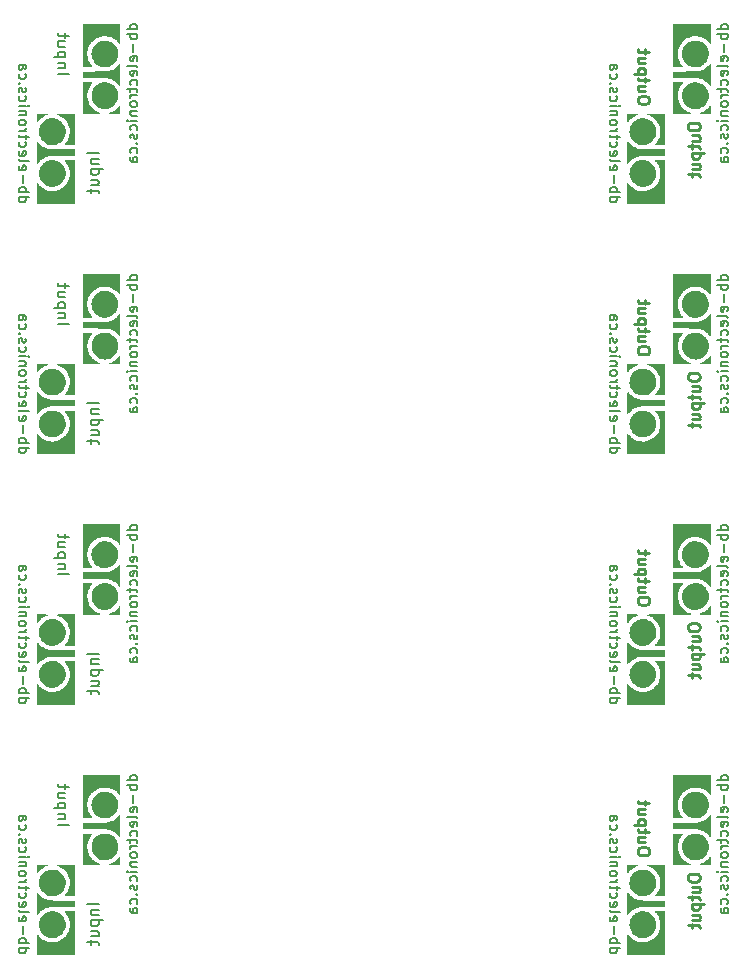
<source format=gbo>
G04 #@! TF.GenerationSoftware,KiCad,Pcbnew,(5.1.0)-1*
G04 #@! TF.CreationDate,2019-06-08T19:04:16-04:00*
G04 #@! TF.ProjectId,input+output_panel,696e7075-742b-46f7-9574-7075745f7061,0.1*
G04 #@! TF.SameCoordinates,Original*
G04 #@! TF.FileFunction,Legend,Bot*
G04 #@! TF.FilePolarity,Positive*
%FSLAX46Y46*%
G04 Gerber Fmt 4.6, Leading zero omitted, Abs format (unit mm)*
G04 Created by KiCad (PCBNEW (5.1.0)-1) date 2019-06-08 19:04:16*
%MOMM*%
%LPD*%
G04 APERTURE LIST*
%ADD10C,0.250000*%
%ADD11C,0.203200*%
%ADD12C,0.150000*%
%ADD13C,0.010000*%
G04 APERTURE END LIST*
D10*
X164925380Y-51343190D02*
X164925380Y-51533666D01*
X164973000Y-51628904D01*
X165068238Y-51724142D01*
X165258714Y-51771761D01*
X165592047Y-51771761D01*
X165782523Y-51724142D01*
X165877761Y-51628904D01*
X165925380Y-51533666D01*
X165925380Y-51343190D01*
X165877761Y-51247952D01*
X165782523Y-51152714D01*
X165592047Y-51105095D01*
X165258714Y-51105095D01*
X165068238Y-51152714D01*
X164973000Y-51247952D01*
X164925380Y-51343190D01*
X165258714Y-52628904D02*
X165925380Y-52628904D01*
X165258714Y-52200333D02*
X165782523Y-52200333D01*
X165877761Y-52247952D01*
X165925380Y-52343190D01*
X165925380Y-52486047D01*
X165877761Y-52581285D01*
X165830142Y-52628904D01*
X165258714Y-52962238D02*
X165258714Y-53343190D01*
X164925380Y-53105095D02*
X165782523Y-53105095D01*
X165877761Y-53152714D01*
X165925380Y-53247952D01*
X165925380Y-53343190D01*
X165258714Y-53676523D02*
X166258714Y-53676523D01*
X165306333Y-53676523D02*
X165258714Y-53771761D01*
X165258714Y-53962238D01*
X165306333Y-54057476D01*
X165353952Y-54105095D01*
X165449190Y-54152714D01*
X165734904Y-54152714D01*
X165830142Y-54105095D01*
X165877761Y-54057476D01*
X165925380Y-53962238D01*
X165925380Y-53771761D01*
X165877761Y-53676523D01*
X165258714Y-55009857D02*
X165925380Y-55009857D01*
X165258714Y-54581285D02*
X165782523Y-54581285D01*
X165877761Y-54628904D01*
X165925380Y-54724142D01*
X165925380Y-54867000D01*
X165877761Y-54962238D01*
X165830142Y-55009857D01*
X165258714Y-55343190D02*
X165258714Y-55724142D01*
X164925380Y-55486047D02*
X165782523Y-55486047D01*
X165877761Y-55533666D01*
X165925380Y-55628904D01*
X165925380Y-55724142D01*
D11*
X168301166Y-43200333D02*
X167412166Y-43200333D01*
X168258833Y-43200333D02*
X168301166Y-43115666D01*
X168301166Y-42946333D01*
X168258833Y-42861666D01*
X168216500Y-42819333D01*
X168131833Y-42777000D01*
X167877833Y-42777000D01*
X167793166Y-42819333D01*
X167750833Y-42861666D01*
X167708500Y-42946333D01*
X167708500Y-43115666D01*
X167750833Y-43200333D01*
X168301166Y-43623666D02*
X167412166Y-43623666D01*
X167750833Y-43623666D02*
X167708500Y-43708333D01*
X167708500Y-43877666D01*
X167750833Y-43962333D01*
X167793166Y-44004666D01*
X167877833Y-44047000D01*
X168131833Y-44047000D01*
X168216500Y-44004666D01*
X168258833Y-43962333D01*
X168301166Y-43877666D01*
X168301166Y-43708333D01*
X168258833Y-43623666D01*
X167962500Y-44428000D02*
X167962500Y-45105333D01*
X168258833Y-45867333D02*
X168301166Y-45782666D01*
X168301166Y-45613333D01*
X168258833Y-45528666D01*
X168174166Y-45486333D01*
X167835500Y-45486333D01*
X167750833Y-45528666D01*
X167708500Y-45613333D01*
X167708500Y-45782666D01*
X167750833Y-45867333D01*
X167835500Y-45909666D01*
X167920166Y-45909666D01*
X168004833Y-45486333D01*
X168301166Y-46417666D02*
X168258833Y-46333000D01*
X168174166Y-46290666D01*
X167412166Y-46290666D01*
X168258833Y-47095000D02*
X168301166Y-47010333D01*
X168301166Y-46841000D01*
X168258833Y-46756333D01*
X168174166Y-46714000D01*
X167835500Y-46714000D01*
X167750833Y-46756333D01*
X167708500Y-46841000D01*
X167708500Y-47010333D01*
X167750833Y-47095000D01*
X167835500Y-47137333D01*
X167920166Y-47137333D01*
X168004833Y-46714000D01*
X168258833Y-47899333D02*
X168301166Y-47814666D01*
X168301166Y-47645333D01*
X168258833Y-47560666D01*
X168216500Y-47518333D01*
X168131833Y-47476000D01*
X167877833Y-47476000D01*
X167793166Y-47518333D01*
X167750833Y-47560666D01*
X167708500Y-47645333D01*
X167708500Y-47814666D01*
X167750833Y-47899333D01*
X167708500Y-48153333D02*
X167708500Y-48492000D01*
X167412166Y-48280333D02*
X168174166Y-48280333D01*
X168258833Y-48322666D01*
X168301166Y-48407333D01*
X168301166Y-48492000D01*
X168301166Y-48788333D02*
X167708500Y-48788333D01*
X167877833Y-48788333D02*
X167793166Y-48830666D01*
X167750833Y-48873000D01*
X167708500Y-48957666D01*
X167708500Y-49042333D01*
X168301166Y-49465666D02*
X168258833Y-49381000D01*
X168216500Y-49338666D01*
X168131833Y-49296333D01*
X167877833Y-49296333D01*
X167793166Y-49338666D01*
X167750833Y-49381000D01*
X167708500Y-49465666D01*
X167708500Y-49592666D01*
X167750833Y-49677333D01*
X167793166Y-49719666D01*
X167877833Y-49762000D01*
X168131833Y-49762000D01*
X168216500Y-49719666D01*
X168258833Y-49677333D01*
X168301166Y-49592666D01*
X168301166Y-49465666D01*
X167708500Y-50143000D02*
X168301166Y-50143000D01*
X167793166Y-50143000D02*
X167750833Y-50185333D01*
X167708500Y-50270000D01*
X167708500Y-50397000D01*
X167750833Y-50481666D01*
X167835500Y-50524000D01*
X168301166Y-50524000D01*
X168301166Y-50947333D02*
X167708500Y-50947333D01*
X167412166Y-50947333D02*
X167454500Y-50905000D01*
X167496833Y-50947333D01*
X167454500Y-50989666D01*
X167412166Y-50947333D01*
X167496833Y-50947333D01*
X168258833Y-51751666D02*
X168301166Y-51667000D01*
X168301166Y-51497666D01*
X168258833Y-51413000D01*
X168216500Y-51370666D01*
X168131833Y-51328333D01*
X167877833Y-51328333D01*
X167793166Y-51370666D01*
X167750833Y-51413000D01*
X167708500Y-51497666D01*
X167708500Y-51667000D01*
X167750833Y-51751666D01*
X168258833Y-52090333D02*
X168301166Y-52175000D01*
X168301166Y-52344333D01*
X168258833Y-52429000D01*
X168174166Y-52471333D01*
X168131833Y-52471333D01*
X168047166Y-52429000D01*
X168004833Y-52344333D01*
X168004833Y-52217333D01*
X167962500Y-52132666D01*
X167877833Y-52090333D01*
X167835500Y-52090333D01*
X167750833Y-52132666D01*
X167708500Y-52217333D01*
X167708500Y-52344333D01*
X167750833Y-52429000D01*
X168216500Y-52852333D02*
X168258833Y-52894666D01*
X168301166Y-52852333D01*
X168258833Y-52810000D01*
X168216500Y-52852333D01*
X168301166Y-52852333D01*
X168258833Y-53656666D02*
X168301166Y-53572000D01*
X168301166Y-53402666D01*
X168258833Y-53318000D01*
X168216500Y-53275666D01*
X168131833Y-53233333D01*
X167877833Y-53233333D01*
X167793166Y-53275666D01*
X167750833Y-53318000D01*
X167708500Y-53402666D01*
X167708500Y-53572000D01*
X167750833Y-53656666D01*
X168301166Y-54418666D02*
X167835500Y-54418666D01*
X167750833Y-54376333D01*
X167708500Y-54291666D01*
X167708500Y-54122333D01*
X167750833Y-54037666D01*
X168258833Y-54418666D02*
X168301166Y-54334000D01*
X168301166Y-54122333D01*
X168258833Y-54037666D01*
X168174166Y-53995333D01*
X168089500Y-53995333D01*
X168004833Y-54037666D01*
X167962500Y-54122333D01*
X167962500Y-54334000D01*
X167920166Y-54418666D01*
X158296833Y-57437666D02*
X159185833Y-57437666D01*
X158339166Y-57437666D02*
X158296833Y-57522333D01*
X158296833Y-57691666D01*
X158339166Y-57776333D01*
X158381500Y-57818666D01*
X158466166Y-57861000D01*
X158720166Y-57861000D01*
X158804833Y-57818666D01*
X158847166Y-57776333D01*
X158889500Y-57691666D01*
X158889500Y-57522333D01*
X158847166Y-57437666D01*
X158296833Y-57014333D02*
X159185833Y-57014333D01*
X158847166Y-57014333D02*
X158889500Y-56929666D01*
X158889500Y-56760333D01*
X158847166Y-56675666D01*
X158804833Y-56633333D01*
X158720166Y-56591000D01*
X158466166Y-56591000D01*
X158381500Y-56633333D01*
X158339166Y-56675666D01*
X158296833Y-56760333D01*
X158296833Y-56929666D01*
X158339166Y-57014333D01*
X158635500Y-56210000D02*
X158635500Y-55532666D01*
X158339166Y-54770666D02*
X158296833Y-54855333D01*
X158296833Y-55024666D01*
X158339166Y-55109333D01*
X158423833Y-55151666D01*
X158762500Y-55151666D01*
X158847166Y-55109333D01*
X158889500Y-55024666D01*
X158889500Y-54855333D01*
X158847166Y-54770666D01*
X158762500Y-54728333D01*
X158677833Y-54728333D01*
X158593166Y-55151666D01*
X158296833Y-54220333D02*
X158339166Y-54305000D01*
X158423833Y-54347333D01*
X159185833Y-54347333D01*
X158339166Y-53543000D02*
X158296833Y-53627666D01*
X158296833Y-53797000D01*
X158339166Y-53881666D01*
X158423833Y-53924000D01*
X158762500Y-53924000D01*
X158847166Y-53881666D01*
X158889500Y-53797000D01*
X158889500Y-53627666D01*
X158847166Y-53543000D01*
X158762500Y-53500666D01*
X158677833Y-53500666D01*
X158593166Y-53924000D01*
X158339166Y-52738666D02*
X158296833Y-52823333D01*
X158296833Y-52992666D01*
X158339166Y-53077333D01*
X158381500Y-53119666D01*
X158466166Y-53162000D01*
X158720166Y-53162000D01*
X158804833Y-53119666D01*
X158847166Y-53077333D01*
X158889500Y-52992666D01*
X158889500Y-52823333D01*
X158847166Y-52738666D01*
X158889500Y-52484666D02*
X158889500Y-52146000D01*
X159185833Y-52357666D02*
X158423833Y-52357666D01*
X158339166Y-52315333D01*
X158296833Y-52230666D01*
X158296833Y-52146000D01*
X158296833Y-51849666D02*
X158889500Y-51849666D01*
X158720166Y-51849666D02*
X158804833Y-51807333D01*
X158847166Y-51765000D01*
X158889500Y-51680333D01*
X158889500Y-51595666D01*
X158296833Y-51172333D02*
X158339166Y-51257000D01*
X158381500Y-51299333D01*
X158466166Y-51341666D01*
X158720166Y-51341666D01*
X158804833Y-51299333D01*
X158847166Y-51257000D01*
X158889500Y-51172333D01*
X158889500Y-51045333D01*
X158847166Y-50960666D01*
X158804833Y-50918333D01*
X158720166Y-50876000D01*
X158466166Y-50876000D01*
X158381500Y-50918333D01*
X158339166Y-50960666D01*
X158296833Y-51045333D01*
X158296833Y-51172333D01*
X158889500Y-50495000D02*
X158296833Y-50495000D01*
X158804833Y-50495000D02*
X158847166Y-50452666D01*
X158889500Y-50368000D01*
X158889500Y-50241000D01*
X158847166Y-50156333D01*
X158762500Y-50114000D01*
X158296833Y-50114000D01*
X158296833Y-49690666D02*
X158889500Y-49690666D01*
X159185833Y-49690666D02*
X159143500Y-49733000D01*
X159101166Y-49690666D01*
X159143500Y-49648333D01*
X159185833Y-49690666D01*
X159101166Y-49690666D01*
X158339166Y-48886333D02*
X158296833Y-48971000D01*
X158296833Y-49140333D01*
X158339166Y-49225000D01*
X158381500Y-49267333D01*
X158466166Y-49309666D01*
X158720166Y-49309666D01*
X158804833Y-49267333D01*
X158847166Y-49225000D01*
X158889500Y-49140333D01*
X158889500Y-48971000D01*
X158847166Y-48886333D01*
X158339166Y-48547666D02*
X158296833Y-48463000D01*
X158296833Y-48293666D01*
X158339166Y-48209000D01*
X158423833Y-48166666D01*
X158466166Y-48166666D01*
X158550833Y-48209000D01*
X158593166Y-48293666D01*
X158593166Y-48420666D01*
X158635500Y-48505333D01*
X158720166Y-48547666D01*
X158762500Y-48547666D01*
X158847166Y-48505333D01*
X158889500Y-48420666D01*
X158889500Y-48293666D01*
X158847166Y-48209000D01*
X158381500Y-47785666D02*
X158339166Y-47743333D01*
X158296833Y-47785666D01*
X158339166Y-47828000D01*
X158381500Y-47785666D01*
X158296833Y-47785666D01*
X158339166Y-46981333D02*
X158296833Y-47066000D01*
X158296833Y-47235333D01*
X158339166Y-47320000D01*
X158381500Y-47362333D01*
X158466166Y-47404666D01*
X158720166Y-47404666D01*
X158804833Y-47362333D01*
X158847166Y-47320000D01*
X158889500Y-47235333D01*
X158889500Y-47066000D01*
X158847166Y-46981333D01*
X158296833Y-46219333D02*
X158762500Y-46219333D01*
X158847166Y-46261666D01*
X158889500Y-46346333D01*
X158889500Y-46515666D01*
X158847166Y-46600333D01*
X158339166Y-46219333D02*
X158296833Y-46304000D01*
X158296833Y-46515666D01*
X158339166Y-46600333D01*
X158423833Y-46642666D01*
X158508500Y-46642666D01*
X158593166Y-46600333D01*
X158635500Y-46515666D01*
X158635500Y-46304000D01*
X158677833Y-46219333D01*
D10*
X161672619Y-49294809D02*
X161672619Y-49104333D01*
X161625000Y-49009095D01*
X161529761Y-48913857D01*
X161339285Y-48866238D01*
X161005952Y-48866238D01*
X160815476Y-48913857D01*
X160720238Y-49009095D01*
X160672619Y-49104333D01*
X160672619Y-49294809D01*
X160720238Y-49390047D01*
X160815476Y-49485285D01*
X161005952Y-49532904D01*
X161339285Y-49532904D01*
X161529761Y-49485285D01*
X161625000Y-49390047D01*
X161672619Y-49294809D01*
X161339285Y-48009095D02*
X160672619Y-48009095D01*
X161339285Y-48437666D02*
X160815476Y-48437666D01*
X160720238Y-48390047D01*
X160672619Y-48294809D01*
X160672619Y-48151952D01*
X160720238Y-48056714D01*
X160767857Y-48009095D01*
X161339285Y-47675761D02*
X161339285Y-47294809D01*
X161672619Y-47532904D02*
X160815476Y-47532904D01*
X160720238Y-47485285D01*
X160672619Y-47390047D01*
X160672619Y-47294809D01*
X161339285Y-46961476D02*
X160339285Y-46961476D01*
X161291666Y-46961476D02*
X161339285Y-46866238D01*
X161339285Y-46675761D01*
X161291666Y-46580523D01*
X161244047Y-46532904D01*
X161148809Y-46485285D01*
X160863095Y-46485285D01*
X160767857Y-46532904D01*
X160720238Y-46580523D01*
X160672619Y-46675761D01*
X160672619Y-46866238D01*
X160720238Y-46961476D01*
X161339285Y-45628142D02*
X160672619Y-45628142D01*
X161339285Y-46056714D02*
X160815476Y-46056714D01*
X160720238Y-46009095D01*
X160672619Y-45913857D01*
X160672619Y-45771000D01*
X160720238Y-45675761D01*
X160767857Y-45628142D01*
X161339285Y-45294809D02*
X161339285Y-44913857D01*
X161672619Y-45151952D02*
X160815476Y-45151952D01*
X160720238Y-45104333D01*
X160672619Y-45009095D01*
X160672619Y-44913857D01*
X164925380Y-72543190D02*
X164925380Y-72733666D01*
X164973000Y-72828904D01*
X165068238Y-72924142D01*
X165258714Y-72971761D01*
X165592047Y-72971761D01*
X165782523Y-72924142D01*
X165877761Y-72828904D01*
X165925380Y-72733666D01*
X165925380Y-72543190D01*
X165877761Y-72447952D01*
X165782523Y-72352714D01*
X165592047Y-72305095D01*
X165258714Y-72305095D01*
X165068238Y-72352714D01*
X164973000Y-72447952D01*
X164925380Y-72543190D01*
X165258714Y-73828904D02*
X165925380Y-73828904D01*
X165258714Y-73400333D02*
X165782523Y-73400333D01*
X165877761Y-73447952D01*
X165925380Y-73543190D01*
X165925380Y-73686047D01*
X165877761Y-73781285D01*
X165830142Y-73828904D01*
X165258714Y-74162238D02*
X165258714Y-74543190D01*
X164925380Y-74305095D02*
X165782523Y-74305095D01*
X165877761Y-74352714D01*
X165925380Y-74447952D01*
X165925380Y-74543190D01*
X165258714Y-74876523D02*
X166258714Y-74876523D01*
X165306333Y-74876523D02*
X165258714Y-74971761D01*
X165258714Y-75162238D01*
X165306333Y-75257476D01*
X165353952Y-75305095D01*
X165449190Y-75352714D01*
X165734904Y-75352714D01*
X165830142Y-75305095D01*
X165877761Y-75257476D01*
X165925380Y-75162238D01*
X165925380Y-74971761D01*
X165877761Y-74876523D01*
X165258714Y-76209857D02*
X165925380Y-76209857D01*
X165258714Y-75781285D02*
X165782523Y-75781285D01*
X165877761Y-75828904D01*
X165925380Y-75924142D01*
X165925380Y-76067000D01*
X165877761Y-76162238D01*
X165830142Y-76209857D01*
X165258714Y-76543190D02*
X165258714Y-76924142D01*
X164925380Y-76686047D02*
X165782523Y-76686047D01*
X165877761Y-76733666D01*
X165925380Y-76828904D01*
X165925380Y-76924142D01*
X161672619Y-70494809D02*
X161672619Y-70304333D01*
X161625000Y-70209095D01*
X161529761Y-70113857D01*
X161339285Y-70066238D01*
X161005952Y-70066238D01*
X160815476Y-70113857D01*
X160720238Y-70209095D01*
X160672619Y-70304333D01*
X160672619Y-70494809D01*
X160720238Y-70590047D01*
X160815476Y-70685285D01*
X161005952Y-70732904D01*
X161339285Y-70732904D01*
X161529761Y-70685285D01*
X161625000Y-70590047D01*
X161672619Y-70494809D01*
X161339285Y-69209095D02*
X160672619Y-69209095D01*
X161339285Y-69637666D02*
X160815476Y-69637666D01*
X160720238Y-69590047D01*
X160672619Y-69494809D01*
X160672619Y-69351952D01*
X160720238Y-69256714D01*
X160767857Y-69209095D01*
X161339285Y-68875761D02*
X161339285Y-68494809D01*
X161672619Y-68732904D02*
X160815476Y-68732904D01*
X160720238Y-68685285D01*
X160672619Y-68590047D01*
X160672619Y-68494809D01*
X161339285Y-68161476D02*
X160339285Y-68161476D01*
X161291666Y-68161476D02*
X161339285Y-68066238D01*
X161339285Y-67875761D01*
X161291666Y-67780523D01*
X161244047Y-67732904D01*
X161148809Y-67685285D01*
X160863095Y-67685285D01*
X160767857Y-67732904D01*
X160720238Y-67780523D01*
X160672619Y-67875761D01*
X160672619Y-68066238D01*
X160720238Y-68161476D01*
X161339285Y-66828142D02*
X160672619Y-66828142D01*
X161339285Y-67256714D02*
X160815476Y-67256714D01*
X160720238Y-67209095D01*
X160672619Y-67113857D01*
X160672619Y-66971000D01*
X160720238Y-66875761D01*
X160767857Y-66828142D01*
X161339285Y-66494809D02*
X161339285Y-66113857D01*
X161672619Y-66351952D02*
X160815476Y-66351952D01*
X160720238Y-66304333D01*
X160672619Y-66209095D01*
X160672619Y-66113857D01*
D11*
X158296833Y-78637666D02*
X159185833Y-78637666D01*
X158339166Y-78637666D02*
X158296833Y-78722333D01*
X158296833Y-78891666D01*
X158339166Y-78976333D01*
X158381500Y-79018666D01*
X158466166Y-79061000D01*
X158720166Y-79061000D01*
X158804833Y-79018666D01*
X158847166Y-78976333D01*
X158889500Y-78891666D01*
X158889500Y-78722333D01*
X158847166Y-78637666D01*
X158296833Y-78214333D02*
X159185833Y-78214333D01*
X158847166Y-78214333D02*
X158889500Y-78129666D01*
X158889500Y-77960333D01*
X158847166Y-77875666D01*
X158804833Y-77833333D01*
X158720166Y-77791000D01*
X158466166Y-77791000D01*
X158381500Y-77833333D01*
X158339166Y-77875666D01*
X158296833Y-77960333D01*
X158296833Y-78129666D01*
X158339166Y-78214333D01*
X158635500Y-77410000D02*
X158635500Y-76732666D01*
X158339166Y-75970666D02*
X158296833Y-76055333D01*
X158296833Y-76224666D01*
X158339166Y-76309333D01*
X158423833Y-76351666D01*
X158762500Y-76351666D01*
X158847166Y-76309333D01*
X158889500Y-76224666D01*
X158889500Y-76055333D01*
X158847166Y-75970666D01*
X158762500Y-75928333D01*
X158677833Y-75928333D01*
X158593166Y-76351666D01*
X158296833Y-75420333D02*
X158339166Y-75505000D01*
X158423833Y-75547333D01*
X159185833Y-75547333D01*
X158339166Y-74743000D02*
X158296833Y-74827666D01*
X158296833Y-74997000D01*
X158339166Y-75081666D01*
X158423833Y-75124000D01*
X158762500Y-75124000D01*
X158847166Y-75081666D01*
X158889500Y-74997000D01*
X158889500Y-74827666D01*
X158847166Y-74743000D01*
X158762500Y-74700666D01*
X158677833Y-74700666D01*
X158593166Y-75124000D01*
X158339166Y-73938666D02*
X158296833Y-74023333D01*
X158296833Y-74192666D01*
X158339166Y-74277333D01*
X158381500Y-74319666D01*
X158466166Y-74362000D01*
X158720166Y-74362000D01*
X158804833Y-74319666D01*
X158847166Y-74277333D01*
X158889500Y-74192666D01*
X158889500Y-74023333D01*
X158847166Y-73938666D01*
X158889500Y-73684666D02*
X158889500Y-73346000D01*
X159185833Y-73557666D02*
X158423833Y-73557666D01*
X158339166Y-73515333D01*
X158296833Y-73430666D01*
X158296833Y-73346000D01*
X158296833Y-73049666D02*
X158889500Y-73049666D01*
X158720166Y-73049666D02*
X158804833Y-73007333D01*
X158847166Y-72965000D01*
X158889500Y-72880333D01*
X158889500Y-72795666D01*
X158296833Y-72372333D02*
X158339166Y-72457000D01*
X158381500Y-72499333D01*
X158466166Y-72541666D01*
X158720166Y-72541666D01*
X158804833Y-72499333D01*
X158847166Y-72457000D01*
X158889500Y-72372333D01*
X158889500Y-72245333D01*
X158847166Y-72160666D01*
X158804833Y-72118333D01*
X158720166Y-72076000D01*
X158466166Y-72076000D01*
X158381500Y-72118333D01*
X158339166Y-72160666D01*
X158296833Y-72245333D01*
X158296833Y-72372333D01*
X158889500Y-71695000D02*
X158296833Y-71695000D01*
X158804833Y-71695000D02*
X158847166Y-71652666D01*
X158889500Y-71568000D01*
X158889500Y-71441000D01*
X158847166Y-71356333D01*
X158762500Y-71314000D01*
X158296833Y-71314000D01*
X158296833Y-70890666D02*
X158889500Y-70890666D01*
X159185833Y-70890666D02*
X159143500Y-70933000D01*
X159101166Y-70890666D01*
X159143500Y-70848333D01*
X159185833Y-70890666D01*
X159101166Y-70890666D01*
X158339166Y-70086333D02*
X158296833Y-70171000D01*
X158296833Y-70340333D01*
X158339166Y-70425000D01*
X158381500Y-70467333D01*
X158466166Y-70509666D01*
X158720166Y-70509666D01*
X158804833Y-70467333D01*
X158847166Y-70425000D01*
X158889500Y-70340333D01*
X158889500Y-70171000D01*
X158847166Y-70086333D01*
X158339166Y-69747666D02*
X158296833Y-69663000D01*
X158296833Y-69493666D01*
X158339166Y-69409000D01*
X158423833Y-69366666D01*
X158466166Y-69366666D01*
X158550833Y-69409000D01*
X158593166Y-69493666D01*
X158593166Y-69620666D01*
X158635500Y-69705333D01*
X158720166Y-69747666D01*
X158762500Y-69747666D01*
X158847166Y-69705333D01*
X158889500Y-69620666D01*
X158889500Y-69493666D01*
X158847166Y-69409000D01*
X158381500Y-68985666D02*
X158339166Y-68943333D01*
X158296833Y-68985666D01*
X158339166Y-69028000D01*
X158381500Y-68985666D01*
X158296833Y-68985666D01*
X158339166Y-68181333D02*
X158296833Y-68266000D01*
X158296833Y-68435333D01*
X158339166Y-68520000D01*
X158381500Y-68562333D01*
X158466166Y-68604666D01*
X158720166Y-68604666D01*
X158804833Y-68562333D01*
X158847166Y-68520000D01*
X158889500Y-68435333D01*
X158889500Y-68266000D01*
X158847166Y-68181333D01*
X158296833Y-67419333D02*
X158762500Y-67419333D01*
X158847166Y-67461666D01*
X158889500Y-67546333D01*
X158889500Y-67715666D01*
X158847166Y-67800333D01*
X158339166Y-67419333D02*
X158296833Y-67504000D01*
X158296833Y-67715666D01*
X158339166Y-67800333D01*
X158423833Y-67842666D01*
X158508500Y-67842666D01*
X158593166Y-67800333D01*
X158635500Y-67715666D01*
X158635500Y-67504000D01*
X158677833Y-67419333D01*
X168301166Y-64400333D02*
X167412166Y-64400333D01*
X168258833Y-64400333D02*
X168301166Y-64315666D01*
X168301166Y-64146333D01*
X168258833Y-64061666D01*
X168216500Y-64019333D01*
X168131833Y-63977000D01*
X167877833Y-63977000D01*
X167793166Y-64019333D01*
X167750833Y-64061666D01*
X167708500Y-64146333D01*
X167708500Y-64315666D01*
X167750833Y-64400333D01*
X168301166Y-64823666D02*
X167412166Y-64823666D01*
X167750833Y-64823666D02*
X167708500Y-64908333D01*
X167708500Y-65077666D01*
X167750833Y-65162333D01*
X167793166Y-65204666D01*
X167877833Y-65247000D01*
X168131833Y-65247000D01*
X168216500Y-65204666D01*
X168258833Y-65162333D01*
X168301166Y-65077666D01*
X168301166Y-64908333D01*
X168258833Y-64823666D01*
X167962500Y-65628000D02*
X167962500Y-66305333D01*
X168258833Y-67067333D02*
X168301166Y-66982666D01*
X168301166Y-66813333D01*
X168258833Y-66728666D01*
X168174166Y-66686333D01*
X167835500Y-66686333D01*
X167750833Y-66728666D01*
X167708500Y-66813333D01*
X167708500Y-66982666D01*
X167750833Y-67067333D01*
X167835500Y-67109666D01*
X167920166Y-67109666D01*
X168004833Y-66686333D01*
X168301166Y-67617666D02*
X168258833Y-67533000D01*
X168174166Y-67490666D01*
X167412166Y-67490666D01*
X168258833Y-68295000D02*
X168301166Y-68210333D01*
X168301166Y-68041000D01*
X168258833Y-67956333D01*
X168174166Y-67914000D01*
X167835500Y-67914000D01*
X167750833Y-67956333D01*
X167708500Y-68041000D01*
X167708500Y-68210333D01*
X167750833Y-68295000D01*
X167835500Y-68337333D01*
X167920166Y-68337333D01*
X168004833Y-67914000D01*
X168258833Y-69099333D02*
X168301166Y-69014666D01*
X168301166Y-68845333D01*
X168258833Y-68760666D01*
X168216500Y-68718333D01*
X168131833Y-68676000D01*
X167877833Y-68676000D01*
X167793166Y-68718333D01*
X167750833Y-68760666D01*
X167708500Y-68845333D01*
X167708500Y-69014666D01*
X167750833Y-69099333D01*
X167708500Y-69353333D02*
X167708500Y-69692000D01*
X167412166Y-69480333D02*
X168174166Y-69480333D01*
X168258833Y-69522666D01*
X168301166Y-69607333D01*
X168301166Y-69692000D01*
X168301166Y-69988333D02*
X167708500Y-69988333D01*
X167877833Y-69988333D02*
X167793166Y-70030666D01*
X167750833Y-70073000D01*
X167708500Y-70157666D01*
X167708500Y-70242333D01*
X168301166Y-70665666D02*
X168258833Y-70581000D01*
X168216500Y-70538666D01*
X168131833Y-70496333D01*
X167877833Y-70496333D01*
X167793166Y-70538666D01*
X167750833Y-70581000D01*
X167708500Y-70665666D01*
X167708500Y-70792666D01*
X167750833Y-70877333D01*
X167793166Y-70919666D01*
X167877833Y-70962000D01*
X168131833Y-70962000D01*
X168216500Y-70919666D01*
X168258833Y-70877333D01*
X168301166Y-70792666D01*
X168301166Y-70665666D01*
X167708500Y-71343000D02*
X168301166Y-71343000D01*
X167793166Y-71343000D02*
X167750833Y-71385333D01*
X167708500Y-71470000D01*
X167708500Y-71597000D01*
X167750833Y-71681666D01*
X167835500Y-71724000D01*
X168301166Y-71724000D01*
X168301166Y-72147333D02*
X167708500Y-72147333D01*
X167412166Y-72147333D02*
X167454500Y-72105000D01*
X167496833Y-72147333D01*
X167454500Y-72189666D01*
X167412166Y-72147333D01*
X167496833Y-72147333D01*
X168258833Y-72951666D02*
X168301166Y-72867000D01*
X168301166Y-72697666D01*
X168258833Y-72613000D01*
X168216500Y-72570666D01*
X168131833Y-72528333D01*
X167877833Y-72528333D01*
X167793166Y-72570666D01*
X167750833Y-72613000D01*
X167708500Y-72697666D01*
X167708500Y-72867000D01*
X167750833Y-72951666D01*
X168258833Y-73290333D02*
X168301166Y-73375000D01*
X168301166Y-73544333D01*
X168258833Y-73629000D01*
X168174166Y-73671333D01*
X168131833Y-73671333D01*
X168047166Y-73629000D01*
X168004833Y-73544333D01*
X168004833Y-73417333D01*
X167962500Y-73332666D01*
X167877833Y-73290333D01*
X167835500Y-73290333D01*
X167750833Y-73332666D01*
X167708500Y-73417333D01*
X167708500Y-73544333D01*
X167750833Y-73629000D01*
X168216500Y-74052333D02*
X168258833Y-74094666D01*
X168301166Y-74052333D01*
X168258833Y-74010000D01*
X168216500Y-74052333D01*
X168301166Y-74052333D01*
X168258833Y-74856666D02*
X168301166Y-74772000D01*
X168301166Y-74602666D01*
X168258833Y-74518000D01*
X168216500Y-74475666D01*
X168131833Y-74433333D01*
X167877833Y-74433333D01*
X167793166Y-74475666D01*
X167750833Y-74518000D01*
X167708500Y-74602666D01*
X167708500Y-74772000D01*
X167750833Y-74856666D01*
X168301166Y-75618666D02*
X167835500Y-75618666D01*
X167750833Y-75576333D01*
X167708500Y-75491666D01*
X167708500Y-75322333D01*
X167750833Y-75237666D01*
X168258833Y-75618666D02*
X168301166Y-75534000D01*
X168301166Y-75322333D01*
X168258833Y-75237666D01*
X168174166Y-75195333D01*
X168089500Y-75195333D01*
X168004833Y-75237666D01*
X167962500Y-75322333D01*
X167962500Y-75534000D01*
X167920166Y-75618666D01*
D10*
X164925380Y-93743190D02*
X164925380Y-93933666D01*
X164973000Y-94028904D01*
X165068238Y-94124142D01*
X165258714Y-94171761D01*
X165592047Y-94171761D01*
X165782523Y-94124142D01*
X165877761Y-94028904D01*
X165925380Y-93933666D01*
X165925380Y-93743190D01*
X165877761Y-93647952D01*
X165782523Y-93552714D01*
X165592047Y-93505095D01*
X165258714Y-93505095D01*
X165068238Y-93552714D01*
X164973000Y-93647952D01*
X164925380Y-93743190D01*
X165258714Y-95028904D02*
X165925380Y-95028904D01*
X165258714Y-94600333D02*
X165782523Y-94600333D01*
X165877761Y-94647952D01*
X165925380Y-94743190D01*
X165925380Y-94886047D01*
X165877761Y-94981285D01*
X165830142Y-95028904D01*
X165258714Y-95362238D02*
X165258714Y-95743190D01*
X164925380Y-95505095D02*
X165782523Y-95505095D01*
X165877761Y-95552714D01*
X165925380Y-95647952D01*
X165925380Y-95743190D01*
X165258714Y-96076523D02*
X166258714Y-96076523D01*
X165306333Y-96076523D02*
X165258714Y-96171761D01*
X165258714Y-96362238D01*
X165306333Y-96457476D01*
X165353952Y-96505095D01*
X165449190Y-96552714D01*
X165734904Y-96552714D01*
X165830142Y-96505095D01*
X165877761Y-96457476D01*
X165925380Y-96362238D01*
X165925380Y-96171761D01*
X165877761Y-96076523D01*
X165258714Y-97409857D02*
X165925380Y-97409857D01*
X165258714Y-96981285D02*
X165782523Y-96981285D01*
X165877761Y-97028904D01*
X165925380Y-97124142D01*
X165925380Y-97267000D01*
X165877761Y-97362238D01*
X165830142Y-97409857D01*
X165258714Y-97743190D02*
X165258714Y-98124142D01*
X164925380Y-97886047D02*
X165782523Y-97886047D01*
X165877761Y-97933666D01*
X165925380Y-98028904D01*
X165925380Y-98124142D01*
D11*
X168301166Y-85600333D02*
X167412166Y-85600333D01*
X168258833Y-85600333D02*
X168301166Y-85515666D01*
X168301166Y-85346333D01*
X168258833Y-85261666D01*
X168216500Y-85219333D01*
X168131833Y-85177000D01*
X167877833Y-85177000D01*
X167793166Y-85219333D01*
X167750833Y-85261666D01*
X167708500Y-85346333D01*
X167708500Y-85515666D01*
X167750833Y-85600333D01*
X168301166Y-86023666D02*
X167412166Y-86023666D01*
X167750833Y-86023666D02*
X167708500Y-86108333D01*
X167708500Y-86277666D01*
X167750833Y-86362333D01*
X167793166Y-86404666D01*
X167877833Y-86447000D01*
X168131833Y-86447000D01*
X168216500Y-86404666D01*
X168258833Y-86362333D01*
X168301166Y-86277666D01*
X168301166Y-86108333D01*
X168258833Y-86023666D01*
X167962500Y-86828000D02*
X167962500Y-87505333D01*
X168258833Y-88267333D02*
X168301166Y-88182666D01*
X168301166Y-88013333D01*
X168258833Y-87928666D01*
X168174166Y-87886333D01*
X167835500Y-87886333D01*
X167750833Y-87928666D01*
X167708500Y-88013333D01*
X167708500Y-88182666D01*
X167750833Y-88267333D01*
X167835500Y-88309666D01*
X167920166Y-88309666D01*
X168004833Y-87886333D01*
X168301166Y-88817666D02*
X168258833Y-88733000D01*
X168174166Y-88690666D01*
X167412166Y-88690666D01*
X168258833Y-89495000D02*
X168301166Y-89410333D01*
X168301166Y-89241000D01*
X168258833Y-89156333D01*
X168174166Y-89114000D01*
X167835500Y-89114000D01*
X167750833Y-89156333D01*
X167708500Y-89241000D01*
X167708500Y-89410333D01*
X167750833Y-89495000D01*
X167835500Y-89537333D01*
X167920166Y-89537333D01*
X168004833Y-89114000D01*
X168258833Y-90299333D02*
X168301166Y-90214666D01*
X168301166Y-90045333D01*
X168258833Y-89960666D01*
X168216500Y-89918333D01*
X168131833Y-89876000D01*
X167877833Y-89876000D01*
X167793166Y-89918333D01*
X167750833Y-89960666D01*
X167708500Y-90045333D01*
X167708500Y-90214666D01*
X167750833Y-90299333D01*
X167708500Y-90553333D02*
X167708500Y-90892000D01*
X167412166Y-90680333D02*
X168174166Y-90680333D01*
X168258833Y-90722666D01*
X168301166Y-90807333D01*
X168301166Y-90892000D01*
X168301166Y-91188333D02*
X167708500Y-91188333D01*
X167877833Y-91188333D02*
X167793166Y-91230666D01*
X167750833Y-91273000D01*
X167708500Y-91357666D01*
X167708500Y-91442333D01*
X168301166Y-91865666D02*
X168258833Y-91781000D01*
X168216500Y-91738666D01*
X168131833Y-91696333D01*
X167877833Y-91696333D01*
X167793166Y-91738666D01*
X167750833Y-91781000D01*
X167708500Y-91865666D01*
X167708500Y-91992666D01*
X167750833Y-92077333D01*
X167793166Y-92119666D01*
X167877833Y-92162000D01*
X168131833Y-92162000D01*
X168216500Y-92119666D01*
X168258833Y-92077333D01*
X168301166Y-91992666D01*
X168301166Y-91865666D01*
X167708500Y-92543000D02*
X168301166Y-92543000D01*
X167793166Y-92543000D02*
X167750833Y-92585333D01*
X167708500Y-92670000D01*
X167708500Y-92797000D01*
X167750833Y-92881666D01*
X167835500Y-92924000D01*
X168301166Y-92924000D01*
X168301166Y-93347333D02*
X167708500Y-93347333D01*
X167412166Y-93347333D02*
X167454500Y-93305000D01*
X167496833Y-93347333D01*
X167454500Y-93389666D01*
X167412166Y-93347333D01*
X167496833Y-93347333D01*
X168258833Y-94151666D02*
X168301166Y-94067000D01*
X168301166Y-93897666D01*
X168258833Y-93813000D01*
X168216500Y-93770666D01*
X168131833Y-93728333D01*
X167877833Y-93728333D01*
X167793166Y-93770666D01*
X167750833Y-93813000D01*
X167708500Y-93897666D01*
X167708500Y-94067000D01*
X167750833Y-94151666D01*
X168258833Y-94490333D02*
X168301166Y-94575000D01*
X168301166Y-94744333D01*
X168258833Y-94829000D01*
X168174166Y-94871333D01*
X168131833Y-94871333D01*
X168047166Y-94829000D01*
X168004833Y-94744333D01*
X168004833Y-94617333D01*
X167962500Y-94532666D01*
X167877833Y-94490333D01*
X167835500Y-94490333D01*
X167750833Y-94532666D01*
X167708500Y-94617333D01*
X167708500Y-94744333D01*
X167750833Y-94829000D01*
X168216500Y-95252333D02*
X168258833Y-95294666D01*
X168301166Y-95252333D01*
X168258833Y-95210000D01*
X168216500Y-95252333D01*
X168301166Y-95252333D01*
X168258833Y-96056666D02*
X168301166Y-95972000D01*
X168301166Y-95802666D01*
X168258833Y-95718000D01*
X168216500Y-95675666D01*
X168131833Y-95633333D01*
X167877833Y-95633333D01*
X167793166Y-95675666D01*
X167750833Y-95718000D01*
X167708500Y-95802666D01*
X167708500Y-95972000D01*
X167750833Y-96056666D01*
X168301166Y-96818666D02*
X167835500Y-96818666D01*
X167750833Y-96776333D01*
X167708500Y-96691666D01*
X167708500Y-96522333D01*
X167750833Y-96437666D01*
X168258833Y-96818666D02*
X168301166Y-96734000D01*
X168301166Y-96522333D01*
X168258833Y-96437666D01*
X168174166Y-96395333D01*
X168089500Y-96395333D01*
X168004833Y-96437666D01*
X167962500Y-96522333D01*
X167962500Y-96734000D01*
X167920166Y-96818666D01*
X158296833Y-99837666D02*
X159185833Y-99837666D01*
X158339166Y-99837666D02*
X158296833Y-99922333D01*
X158296833Y-100091666D01*
X158339166Y-100176333D01*
X158381500Y-100218666D01*
X158466166Y-100261000D01*
X158720166Y-100261000D01*
X158804833Y-100218666D01*
X158847166Y-100176333D01*
X158889500Y-100091666D01*
X158889500Y-99922333D01*
X158847166Y-99837666D01*
X158296833Y-99414333D02*
X159185833Y-99414333D01*
X158847166Y-99414333D02*
X158889500Y-99329666D01*
X158889500Y-99160333D01*
X158847166Y-99075666D01*
X158804833Y-99033333D01*
X158720166Y-98991000D01*
X158466166Y-98991000D01*
X158381500Y-99033333D01*
X158339166Y-99075666D01*
X158296833Y-99160333D01*
X158296833Y-99329666D01*
X158339166Y-99414333D01*
X158635500Y-98610000D02*
X158635500Y-97932666D01*
X158339166Y-97170666D02*
X158296833Y-97255333D01*
X158296833Y-97424666D01*
X158339166Y-97509333D01*
X158423833Y-97551666D01*
X158762500Y-97551666D01*
X158847166Y-97509333D01*
X158889500Y-97424666D01*
X158889500Y-97255333D01*
X158847166Y-97170666D01*
X158762500Y-97128333D01*
X158677833Y-97128333D01*
X158593166Y-97551666D01*
X158296833Y-96620333D02*
X158339166Y-96705000D01*
X158423833Y-96747333D01*
X159185833Y-96747333D01*
X158339166Y-95943000D02*
X158296833Y-96027666D01*
X158296833Y-96197000D01*
X158339166Y-96281666D01*
X158423833Y-96324000D01*
X158762500Y-96324000D01*
X158847166Y-96281666D01*
X158889500Y-96197000D01*
X158889500Y-96027666D01*
X158847166Y-95943000D01*
X158762500Y-95900666D01*
X158677833Y-95900666D01*
X158593166Y-96324000D01*
X158339166Y-95138666D02*
X158296833Y-95223333D01*
X158296833Y-95392666D01*
X158339166Y-95477333D01*
X158381500Y-95519666D01*
X158466166Y-95562000D01*
X158720166Y-95562000D01*
X158804833Y-95519666D01*
X158847166Y-95477333D01*
X158889500Y-95392666D01*
X158889500Y-95223333D01*
X158847166Y-95138666D01*
X158889500Y-94884666D02*
X158889500Y-94546000D01*
X159185833Y-94757666D02*
X158423833Y-94757666D01*
X158339166Y-94715333D01*
X158296833Y-94630666D01*
X158296833Y-94546000D01*
X158296833Y-94249666D02*
X158889500Y-94249666D01*
X158720166Y-94249666D02*
X158804833Y-94207333D01*
X158847166Y-94165000D01*
X158889500Y-94080333D01*
X158889500Y-93995666D01*
X158296833Y-93572333D02*
X158339166Y-93657000D01*
X158381500Y-93699333D01*
X158466166Y-93741666D01*
X158720166Y-93741666D01*
X158804833Y-93699333D01*
X158847166Y-93657000D01*
X158889500Y-93572333D01*
X158889500Y-93445333D01*
X158847166Y-93360666D01*
X158804833Y-93318333D01*
X158720166Y-93276000D01*
X158466166Y-93276000D01*
X158381500Y-93318333D01*
X158339166Y-93360666D01*
X158296833Y-93445333D01*
X158296833Y-93572333D01*
X158889500Y-92895000D02*
X158296833Y-92895000D01*
X158804833Y-92895000D02*
X158847166Y-92852666D01*
X158889500Y-92768000D01*
X158889500Y-92641000D01*
X158847166Y-92556333D01*
X158762500Y-92514000D01*
X158296833Y-92514000D01*
X158296833Y-92090666D02*
X158889500Y-92090666D01*
X159185833Y-92090666D02*
X159143500Y-92133000D01*
X159101166Y-92090666D01*
X159143500Y-92048333D01*
X159185833Y-92090666D01*
X159101166Y-92090666D01*
X158339166Y-91286333D02*
X158296833Y-91371000D01*
X158296833Y-91540333D01*
X158339166Y-91625000D01*
X158381500Y-91667333D01*
X158466166Y-91709666D01*
X158720166Y-91709666D01*
X158804833Y-91667333D01*
X158847166Y-91625000D01*
X158889500Y-91540333D01*
X158889500Y-91371000D01*
X158847166Y-91286333D01*
X158339166Y-90947666D02*
X158296833Y-90863000D01*
X158296833Y-90693666D01*
X158339166Y-90609000D01*
X158423833Y-90566666D01*
X158466166Y-90566666D01*
X158550833Y-90609000D01*
X158593166Y-90693666D01*
X158593166Y-90820666D01*
X158635500Y-90905333D01*
X158720166Y-90947666D01*
X158762500Y-90947666D01*
X158847166Y-90905333D01*
X158889500Y-90820666D01*
X158889500Y-90693666D01*
X158847166Y-90609000D01*
X158381500Y-90185666D02*
X158339166Y-90143333D01*
X158296833Y-90185666D01*
X158339166Y-90228000D01*
X158381500Y-90185666D01*
X158296833Y-90185666D01*
X158339166Y-89381333D02*
X158296833Y-89466000D01*
X158296833Y-89635333D01*
X158339166Y-89720000D01*
X158381500Y-89762333D01*
X158466166Y-89804666D01*
X158720166Y-89804666D01*
X158804833Y-89762333D01*
X158847166Y-89720000D01*
X158889500Y-89635333D01*
X158889500Y-89466000D01*
X158847166Y-89381333D01*
X158296833Y-88619333D02*
X158762500Y-88619333D01*
X158847166Y-88661666D01*
X158889500Y-88746333D01*
X158889500Y-88915666D01*
X158847166Y-89000333D01*
X158339166Y-88619333D02*
X158296833Y-88704000D01*
X158296833Y-88915666D01*
X158339166Y-89000333D01*
X158423833Y-89042666D01*
X158508500Y-89042666D01*
X158593166Y-89000333D01*
X158635500Y-88915666D01*
X158635500Y-88704000D01*
X158677833Y-88619333D01*
D10*
X161672619Y-91694809D02*
X161672619Y-91504333D01*
X161625000Y-91409095D01*
X161529761Y-91313857D01*
X161339285Y-91266238D01*
X161005952Y-91266238D01*
X160815476Y-91313857D01*
X160720238Y-91409095D01*
X160672619Y-91504333D01*
X160672619Y-91694809D01*
X160720238Y-91790047D01*
X160815476Y-91885285D01*
X161005952Y-91932904D01*
X161339285Y-91932904D01*
X161529761Y-91885285D01*
X161625000Y-91790047D01*
X161672619Y-91694809D01*
X161339285Y-90409095D02*
X160672619Y-90409095D01*
X161339285Y-90837666D02*
X160815476Y-90837666D01*
X160720238Y-90790047D01*
X160672619Y-90694809D01*
X160672619Y-90551952D01*
X160720238Y-90456714D01*
X160767857Y-90409095D01*
X161339285Y-90075761D02*
X161339285Y-89694809D01*
X161672619Y-89932904D02*
X160815476Y-89932904D01*
X160720238Y-89885285D01*
X160672619Y-89790047D01*
X160672619Y-89694809D01*
X161339285Y-89361476D02*
X160339285Y-89361476D01*
X161291666Y-89361476D02*
X161339285Y-89266238D01*
X161339285Y-89075761D01*
X161291666Y-88980523D01*
X161244047Y-88932904D01*
X161148809Y-88885285D01*
X160863095Y-88885285D01*
X160767857Y-88932904D01*
X160720238Y-88980523D01*
X160672619Y-89075761D01*
X160672619Y-89266238D01*
X160720238Y-89361476D01*
X161339285Y-88028142D02*
X160672619Y-88028142D01*
X161339285Y-88456714D02*
X160815476Y-88456714D01*
X160720238Y-88409095D01*
X160672619Y-88313857D01*
X160672619Y-88171000D01*
X160720238Y-88075761D01*
X160767857Y-88028142D01*
X161339285Y-87694809D02*
X161339285Y-87313857D01*
X161672619Y-87551952D02*
X160815476Y-87551952D01*
X160720238Y-87504333D01*
X160672619Y-87409095D01*
X160672619Y-87313857D01*
D11*
X168301166Y-106800333D02*
X167412166Y-106800333D01*
X168258833Y-106800333D02*
X168301166Y-106715666D01*
X168301166Y-106546333D01*
X168258833Y-106461666D01*
X168216500Y-106419333D01*
X168131833Y-106377000D01*
X167877833Y-106377000D01*
X167793166Y-106419333D01*
X167750833Y-106461666D01*
X167708500Y-106546333D01*
X167708500Y-106715666D01*
X167750833Y-106800333D01*
X168301166Y-107223666D02*
X167412166Y-107223666D01*
X167750833Y-107223666D02*
X167708500Y-107308333D01*
X167708500Y-107477666D01*
X167750833Y-107562333D01*
X167793166Y-107604666D01*
X167877833Y-107647000D01*
X168131833Y-107647000D01*
X168216500Y-107604666D01*
X168258833Y-107562333D01*
X168301166Y-107477666D01*
X168301166Y-107308333D01*
X168258833Y-107223666D01*
X167962500Y-108028000D02*
X167962500Y-108705333D01*
X168258833Y-109467333D02*
X168301166Y-109382666D01*
X168301166Y-109213333D01*
X168258833Y-109128666D01*
X168174166Y-109086333D01*
X167835500Y-109086333D01*
X167750833Y-109128666D01*
X167708500Y-109213333D01*
X167708500Y-109382666D01*
X167750833Y-109467333D01*
X167835500Y-109509666D01*
X167920166Y-109509666D01*
X168004833Y-109086333D01*
X168301166Y-110017666D02*
X168258833Y-109933000D01*
X168174166Y-109890666D01*
X167412166Y-109890666D01*
X168258833Y-110695000D02*
X168301166Y-110610333D01*
X168301166Y-110441000D01*
X168258833Y-110356333D01*
X168174166Y-110314000D01*
X167835500Y-110314000D01*
X167750833Y-110356333D01*
X167708500Y-110441000D01*
X167708500Y-110610333D01*
X167750833Y-110695000D01*
X167835500Y-110737333D01*
X167920166Y-110737333D01*
X168004833Y-110314000D01*
X168258833Y-111499333D02*
X168301166Y-111414666D01*
X168301166Y-111245333D01*
X168258833Y-111160666D01*
X168216500Y-111118333D01*
X168131833Y-111076000D01*
X167877833Y-111076000D01*
X167793166Y-111118333D01*
X167750833Y-111160666D01*
X167708500Y-111245333D01*
X167708500Y-111414666D01*
X167750833Y-111499333D01*
X167708500Y-111753333D02*
X167708500Y-112092000D01*
X167412166Y-111880333D02*
X168174166Y-111880333D01*
X168258833Y-111922666D01*
X168301166Y-112007333D01*
X168301166Y-112092000D01*
X168301166Y-112388333D02*
X167708500Y-112388333D01*
X167877833Y-112388333D02*
X167793166Y-112430666D01*
X167750833Y-112473000D01*
X167708500Y-112557666D01*
X167708500Y-112642333D01*
X168301166Y-113065666D02*
X168258833Y-112981000D01*
X168216500Y-112938666D01*
X168131833Y-112896333D01*
X167877833Y-112896333D01*
X167793166Y-112938666D01*
X167750833Y-112981000D01*
X167708500Y-113065666D01*
X167708500Y-113192666D01*
X167750833Y-113277333D01*
X167793166Y-113319666D01*
X167877833Y-113362000D01*
X168131833Y-113362000D01*
X168216500Y-113319666D01*
X168258833Y-113277333D01*
X168301166Y-113192666D01*
X168301166Y-113065666D01*
X167708500Y-113743000D02*
X168301166Y-113743000D01*
X167793166Y-113743000D02*
X167750833Y-113785333D01*
X167708500Y-113870000D01*
X167708500Y-113997000D01*
X167750833Y-114081666D01*
X167835500Y-114124000D01*
X168301166Y-114124000D01*
X168301166Y-114547333D02*
X167708500Y-114547333D01*
X167412166Y-114547333D02*
X167454500Y-114505000D01*
X167496833Y-114547333D01*
X167454500Y-114589666D01*
X167412166Y-114547333D01*
X167496833Y-114547333D01*
X168258833Y-115351666D02*
X168301166Y-115267000D01*
X168301166Y-115097666D01*
X168258833Y-115013000D01*
X168216500Y-114970666D01*
X168131833Y-114928333D01*
X167877833Y-114928333D01*
X167793166Y-114970666D01*
X167750833Y-115013000D01*
X167708500Y-115097666D01*
X167708500Y-115267000D01*
X167750833Y-115351666D01*
X168258833Y-115690333D02*
X168301166Y-115775000D01*
X168301166Y-115944333D01*
X168258833Y-116029000D01*
X168174166Y-116071333D01*
X168131833Y-116071333D01*
X168047166Y-116029000D01*
X168004833Y-115944333D01*
X168004833Y-115817333D01*
X167962500Y-115732666D01*
X167877833Y-115690333D01*
X167835500Y-115690333D01*
X167750833Y-115732666D01*
X167708500Y-115817333D01*
X167708500Y-115944333D01*
X167750833Y-116029000D01*
X168216500Y-116452333D02*
X168258833Y-116494666D01*
X168301166Y-116452333D01*
X168258833Y-116410000D01*
X168216500Y-116452333D01*
X168301166Y-116452333D01*
X168258833Y-117256666D02*
X168301166Y-117172000D01*
X168301166Y-117002666D01*
X168258833Y-116918000D01*
X168216500Y-116875666D01*
X168131833Y-116833333D01*
X167877833Y-116833333D01*
X167793166Y-116875666D01*
X167750833Y-116918000D01*
X167708500Y-117002666D01*
X167708500Y-117172000D01*
X167750833Y-117256666D01*
X168301166Y-118018666D02*
X167835500Y-118018666D01*
X167750833Y-117976333D01*
X167708500Y-117891666D01*
X167708500Y-117722333D01*
X167750833Y-117637666D01*
X168258833Y-118018666D02*
X168301166Y-117934000D01*
X168301166Y-117722333D01*
X168258833Y-117637666D01*
X168174166Y-117595333D01*
X168089500Y-117595333D01*
X168004833Y-117637666D01*
X167962500Y-117722333D01*
X167962500Y-117934000D01*
X167920166Y-118018666D01*
D10*
X164925380Y-114943190D02*
X164925380Y-115133666D01*
X164973000Y-115228904D01*
X165068238Y-115324142D01*
X165258714Y-115371761D01*
X165592047Y-115371761D01*
X165782523Y-115324142D01*
X165877761Y-115228904D01*
X165925380Y-115133666D01*
X165925380Y-114943190D01*
X165877761Y-114847952D01*
X165782523Y-114752714D01*
X165592047Y-114705095D01*
X165258714Y-114705095D01*
X165068238Y-114752714D01*
X164973000Y-114847952D01*
X164925380Y-114943190D01*
X165258714Y-116228904D02*
X165925380Y-116228904D01*
X165258714Y-115800333D02*
X165782523Y-115800333D01*
X165877761Y-115847952D01*
X165925380Y-115943190D01*
X165925380Y-116086047D01*
X165877761Y-116181285D01*
X165830142Y-116228904D01*
X165258714Y-116562238D02*
X165258714Y-116943190D01*
X164925380Y-116705095D02*
X165782523Y-116705095D01*
X165877761Y-116752714D01*
X165925380Y-116847952D01*
X165925380Y-116943190D01*
X165258714Y-117276523D02*
X166258714Y-117276523D01*
X165306333Y-117276523D02*
X165258714Y-117371761D01*
X165258714Y-117562238D01*
X165306333Y-117657476D01*
X165353952Y-117705095D01*
X165449190Y-117752714D01*
X165734904Y-117752714D01*
X165830142Y-117705095D01*
X165877761Y-117657476D01*
X165925380Y-117562238D01*
X165925380Y-117371761D01*
X165877761Y-117276523D01*
X165258714Y-118609857D02*
X165925380Y-118609857D01*
X165258714Y-118181285D02*
X165782523Y-118181285D01*
X165877761Y-118228904D01*
X165925380Y-118324142D01*
X165925380Y-118467000D01*
X165877761Y-118562238D01*
X165830142Y-118609857D01*
X165258714Y-118943190D02*
X165258714Y-119324142D01*
X164925380Y-119086047D02*
X165782523Y-119086047D01*
X165877761Y-119133666D01*
X165925380Y-119228904D01*
X165925380Y-119324142D01*
D12*
X115036380Y-53682690D02*
X114036380Y-53682690D01*
X114369714Y-54158880D02*
X115036380Y-54158880D01*
X114464952Y-54158880D02*
X114417333Y-54206500D01*
X114369714Y-54301738D01*
X114369714Y-54444595D01*
X114417333Y-54539833D01*
X114512571Y-54587452D01*
X115036380Y-54587452D01*
X114369714Y-55063642D02*
X115369714Y-55063642D01*
X114417333Y-55063642D02*
X114369714Y-55158880D01*
X114369714Y-55349357D01*
X114417333Y-55444595D01*
X114464952Y-55492214D01*
X114560190Y-55539833D01*
X114845904Y-55539833D01*
X114941142Y-55492214D01*
X114988761Y-55444595D01*
X115036380Y-55349357D01*
X115036380Y-55158880D01*
X114988761Y-55063642D01*
X114369714Y-56396976D02*
X115036380Y-56396976D01*
X114369714Y-55968404D02*
X114893523Y-55968404D01*
X114988761Y-56016023D01*
X115036380Y-56111261D01*
X115036380Y-56254119D01*
X114988761Y-56349357D01*
X114941142Y-56396976D01*
X114369714Y-56730309D02*
X114369714Y-57111261D01*
X114036380Y-56873166D02*
X114893523Y-56873166D01*
X114988761Y-56920785D01*
X115036380Y-57016023D01*
X115036380Y-57111261D01*
D11*
X118301166Y-43200333D02*
X117412166Y-43200333D01*
X118258833Y-43200333D02*
X118301166Y-43115666D01*
X118301166Y-42946333D01*
X118258833Y-42861666D01*
X118216500Y-42819333D01*
X118131833Y-42777000D01*
X117877833Y-42777000D01*
X117793166Y-42819333D01*
X117750833Y-42861666D01*
X117708500Y-42946333D01*
X117708500Y-43115666D01*
X117750833Y-43200333D01*
X118301166Y-43623666D02*
X117412166Y-43623666D01*
X117750833Y-43623666D02*
X117708500Y-43708333D01*
X117708500Y-43877666D01*
X117750833Y-43962333D01*
X117793166Y-44004666D01*
X117877833Y-44047000D01*
X118131833Y-44047000D01*
X118216500Y-44004666D01*
X118258833Y-43962333D01*
X118301166Y-43877666D01*
X118301166Y-43708333D01*
X118258833Y-43623666D01*
X117962500Y-44428000D02*
X117962500Y-45105333D01*
X118258833Y-45867333D02*
X118301166Y-45782666D01*
X118301166Y-45613333D01*
X118258833Y-45528666D01*
X118174166Y-45486333D01*
X117835500Y-45486333D01*
X117750833Y-45528666D01*
X117708500Y-45613333D01*
X117708500Y-45782666D01*
X117750833Y-45867333D01*
X117835500Y-45909666D01*
X117920166Y-45909666D01*
X118004833Y-45486333D01*
X118301166Y-46417666D02*
X118258833Y-46333000D01*
X118174166Y-46290666D01*
X117412166Y-46290666D01*
X118258833Y-47095000D02*
X118301166Y-47010333D01*
X118301166Y-46841000D01*
X118258833Y-46756333D01*
X118174166Y-46714000D01*
X117835500Y-46714000D01*
X117750833Y-46756333D01*
X117708500Y-46841000D01*
X117708500Y-47010333D01*
X117750833Y-47095000D01*
X117835500Y-47137333D01*
X117920166Y-47137333D01*
X118004833Y-46714000D01*
X118258833Y-47899333D02*
X118301166Y-47814666D01*
X118301166Y-47645333D01*
X118258833Y-47560666D01*
X118216500Y-47518333D01*
X118131833Y-47476000D01*
X117877833Y-47476000D01*
X117793166Y-47518333D01*
X117750833Y-47560666D01*
X117708500Y-47645333D01*
X117708500Y-47814666D01*
X117750833Y-47899333D01*
X117708500Y-48153333D02*
X117708500Y-48492000D01*
X117412166Y-48280333D02*
X118174166Y-48280333D01*
X118258833Y-48322666D01*
X118301166Y-48407333D01*
X118301166Y-48492000D01*
X118301166Y-48788333D02*
X117708500Y-48788333D01*
X117877833Y-48788333D02*
X117793166Y-48830666D01*
X117750833Y-48873000D01*
X117708500Y-48957666D01*
X117708500Y-49042333D01*
X118301166Y-49465666D02*
X118258833Y-49381000D01*
X118216500Y-49338666D01*
X118131833Y-49296333D01*
X117877833Y-49296333D01*
X117793166Y-49338666D01*
X117750833Y-49381000D01*
X117708500Y-49465666D01*
X117708500Y-49592666D01*
X117750833Y-49677333D01*
X117793166Y-49719666D01*
X117877833Y-49762000D01*
X118131833Y-49762000D01*
X118216500Y-49719666D01*
X118258833Y-49677333D01*
X118301166Y-49592666D01*
X118301166Y-49465666D01*
X117708500Y-50143000D02*
X118301166Y-50143000D01*
X117793166Y-50143000D02*
X117750833Y-50185333D01*
X117708500Y-50270000D01*
X117708500Y-50397000D01*
X117750833Y-50481666D01*
X117835500Y-50524000D01*
X118301166Y-50524000D01*
X118301166Y-50947333D02*
X117708500Y-50947333D01*
X117412166Y-50947333D02*
X117454500Y-50905000D01*
X117496833Y-50947333D01*
X117454500Y-50989666D01*
X117412166Y-50947333D01*
X117496833Y-50947333D01*
X118258833Y-51751666D02*
X118301166Y-51667000D01*
X118301166Y-51497666D01*
X118258833Y-51413000D01*
X118216500Y-51370666D01*
X118131833Y-51328333D01*
X117877833Y-51328333D01*
X117793166Y-51370666D01*
X117750833Y-51413000D01*
X117708500Y-51497666D01*
X117708500Y-51667000D01*
X117750833Y-51751666D01*
X118258833Y-52090333D02*
X118301166Y-52175000D01*
X118301166Y-52344333D01*
X118258833Y-52429000D01*
X118174166Y-52471333D01*
X118131833Y-52471333D01*
X118047166Y-52429000D01*
X118004833Y-52344333D01*
X118004833Y-52217333D01*
X117962500Y-52132666D01*
X117877833Y-52090333D01*
X117835500Y-52090333D01*
X117750833Y-52132666D01*
X117708500Y-52217333D01*
X117708500Y-52344333D01*
X117750833Y-52429000D01*
X118216500Y-52852333D02*
X118258833Y-52894666D01*
X118301166Y-52852333D01*
X118258833Y-52810000D01*
X118216500Y-52852333D01*
X118301166Y-52852333D01*
X118258833Y-53656666D02*
X118301166Y-53572000D01*
X118301166Y-53402666D01*
X118258833Y-53318000D01*
X118216500Y-53275666D01*
X118131833Y-53233333D01*
X117877833Y-53233333D01*
X117793166Y-53275666D01*
X117750833Y-53318000D01*
X117708500Y-53402666D01*
X117708500Y-53572000D01*
X117750833Y-53656666D01*
X118301166Y-54418666D02*
X117835500Y-54418666D01*
X117750833Y-54376333D01*
X117708500Y-54291666D01*
X117708500Y-54122333D01*
X117750833Y-54037666D01*
X118258833Y-54418666D02*
X118301166Y-54334000D01*
X118301166Y-54122333D01*
X118258833Y-54037666D01*
X118174166Y-53995333D01*
X118089500Y-53995333D01*
X118004833Y-54037666D01*
X117962500Y-54122333D01*
X117962500Y-54334000D01*
X117920166Y-54418666D01*
D12*
X111561619Y-46955309D02*
X112561619Y-46955309D01*
X112228285Y-46479119D02*
X111561619Y-46479119D01*
X112133047Y-46479119D02*
X112180666Y-46431500D01*
X112228285Y-46336261D01*
X112228285Y-46193404D01*
X112180666Y-46098166D01*
X112085428Y-46050547D01*
X111561619Y-46050547D01*
X112228285Y-45574357D02*
X111228285Y-45574357D01*
X112180666Y-45574357D02*
X112228285Y-45479119D01*
X112228285Y-45288642D01*
X112180666Y-45193404D01*
X112133047Y-45145785D01*
X112037809Y-45098166D01*
X111752095Y-45098166D01*
X111656857Y-45145785D01*
X111609238Y-45193404D01*
X111561619Y-45288642D01*
X111561619Y-45479119D01*
X111609238Y-45574357D01*
X112228285Y-44241023D02*
X111561619Y-44241023D01*
X112228285Y-44669595D02*
X111704476Y-44669595D01*
X111609238Y-44621976D01*
X111561619Y-44526738D01*
X111561619Y-44383880D01*
X111609238Y-44288642D01*
X111656857Y-44241023D01*
X112228285Y-43907690D02*
X112228285Y-43526738D01*
X112561619Y-43764833D02*
X111704476Y-43764833D01*
X111609238Y-43717214D01*
X111561619Y-43621976D01*
X111561619Y-43526738D01*
D11*
X108296833Y-57437666D02*
X109185833Y-57437666D01*
X108339166Y-57437666D02*
X108296833Y-57522333D01*
X108296833Y-57691666D01*
X108339166Y-57776333D01*
X108381500Y-57818666D01*
X108466166Y-57861000D01*
X108720166Y-57861000D01*
X108804833Y-57818666D01*
X108847166Y-57776333D01*
X108889500Y-57691666D01*
X108889500Y-57522333D01*
X108847166Y-57437666D01*
X108296833Y-57014333D02*
X109185833Y-57014333D01*
X108847166Y-57014333D02*
X108889500Y-56929666D01*
X108889500Y-56760333D01*
X108847166Y-56675666D01*
X108804833Y-56633333D01*
X108720166Y-56591000D01*
X108466166Y-56591000D01*
X108381500Y-56633333D01*
X108339166Y-56675666D01*
X108296833Y-56760333D01*
X108296833Y-56929666D01*
X108339166Y-57014333D01*
X108635500Y-56210000D02*
X108635500Y-55532666D01*
X108339166Y-54770666D02*
X108296833Y-54855333D01*
X108296833Y-55024666D01*
X108339166Y-55109333D01*
X108423833Y-55151666D01*
X108762500Y-55151666D01*
X108847166Y-55109333D01*
X108889500Y-55024666D01*
X108889500Y-54855333D01*
X108847166Y-54770666D01*
X108762500Y-54728333D01*
X108677833Y-54728333D01*
X108593166Y-55151666D01*
X108296833Y-54220333D02*
X108339166Y-54305000D01*
X108423833Y-54347333D01*
X109185833Y-54347333D01*
X108339166Y-53543000D02*
X108296833Y-53627666D01*
X108296833Y-53797000D01*
X108339166Y-53881666D01*
X108423833Y-53924000D01*
X108762500Y-53924000D01*
X108847166Y-53881666D01*
X108889500Y-53797000D01*
X108889500Y-53627666D01*
X108847166Y-53543000D01*
X108762500Y-53500666D01*
X108677833Y-53500666D01*
X108593166Y-53924000D01*
X108339166Y-52738666D02*
X108296833Y-52823333D01*
X108296833Y-52992666D01*
X108339166Y-53077333D01*
X108381500Y-53119666D01*
X108466166Y-53162000D01*
X108720166Y-53162000D01*
X108804833Y-53119666D01*
X108847166Y-53077333D01*
X108889500Y-52992666D01*
X108889500Y-52823333D01*
X108847166Y-52738666D01*
X108889500Y-52484666D02*
X108889500Y-52146000D01*
X109185833Y-52357666D02*
X108423833Y-52357666D01*
X108339166Y-52315333D01*
X108296833Y-52230666D01*
X108296833Y-52146000D01*
X108296833Y-51849666D02*
X108889500Y-51849666D01*
X108720166Y-51849666D02*
X108804833Y-51807333D01*
X108847166Y-51765000D01*
X108889500Y-51680333D01*
X108889500Y-51595666D01*
X108296833Y-51172333D02*
X108339166Y-51257000D01*
X108381500Y-51299333D01*
X108466166Y-51341666D01*
X108720166Y-51341666D01*
X108804833Y-51299333D01*
X108847166Y-51257000D01*
X108889500Y-51172333D01*
X108889500Y-51045333D01*
X108847166Y-50960666D01*
X108804833Y-50918333D01*
X108720166Y-50876000D01*
X108466166Y-50876000D01*
X108381500Y-50918333D01*
X108339166Y-50960666D01*
X108296833Y-51045333D01*
X108296833Y-51172333D01*
X108889500Y-50495000D02*
X108296833Y-50495000D01*
X108804833Y-50495000D02*
X108847166Y-50452666D01*
X108889500Y-50368000D01*
X108889500Y-50241000D01*
X108847166Y-50156333D01*
X108762500Y-50114000D01*
X108296833Y-50114000D01*
X108296833Y-49690666D02*
X108889500Y-49690666D01*
X109185833Y-49690666D02*
X109143500Y-49733000D01*
X109101166Y-49690666D01*
X109143500Y-49648333D01*
X109185833Y-49690666D01*
X109101166Y-49690666D01*
X108339166Y-48886333D02*
X108296833Y-48971000D01*
X108296833Y-49140333D01*
X108339166Y-49225000D01*
X108381500Y-49267333D01*
X108466166Y-49309666D01*
X108720166Y-49309666D01*
X108804833Y-49267333D01*
X108847166Y-49225000D01*
X108889500Y-49140333D01*
X108889500Y-48971000D01*
X108847166Y-48886333D01*
X108339166Y-48547666D02*
X108296833Y-48463000D01*
X108296833Y-48293666D01*
X108339166Y-48209000D01*
X108423833Y-48166666D01*
X108466166Y-48166666D01*
X108550833Y-48209000D01*
X108593166Y-48293666D01*
X108593166Y-48420666D01*
X108635500Y-48505333D01*
X108720166Y-48547666D01*
X108762500Y-48547666D01*
X108847166Y-48505333D01*
X108889500Y-48420666D01*
X108889500Y-48293666D01*
X108847166Y-48209000D01*
X108381500Y-47785666D02*
X108339166Y-47743333D01*
X108296833Y-47785666D01*
X108339166Y-47828000D01*
X108381500Y-47785666D01*
X108296833Y-47785666D01*
X108339166Y-46981333D02*
X108296833Y-47066000D01*
X108296833Y-47235333D01*
X108339166Y-47320000D01*
X108381500Y-47362333D01*
X108466166Y-47404666D01*
X108720166Y-47404666D01*
X108804833Y-47362333D01*
X108847166Y-47320000D01*
X108889500Y-47235333D01*
X108889500Y-47066000D01*
X108847166Y-46981333D01*
X108296833Y-46219333D02*
X108762500Y-46219333D01*
X108847166Y-46261666D01*
X108889500Y-46346333D01*
X108889500Y-46515666D01*
X108847166Y-46600333D01*
X108339166Y-46219333D02*
X108296833Y-46304000D01*
X108296833Y-46515666D01*
X108339166Y-46600333D01*
X108423833Y-46642666D01*
X108508500Y-46642666D01*
X108593166Y-46600333D01*
X108635500Y-46515666D01*
X108635500Y-46304000D01*
X108677833Y-46219333D01*
D12*
X115036380Y-74882690D02*
X114036380Y-74882690D01*
X114369714Y-75358880D02*
X115036380Y-75358880D01*
X114464952Y-75358880D02*
X114417333Y-75406500D01*
X114369714Y-75501738D01*
X114369714Y-75644595D01*
X114417333Y-75739833D01*
X114512571Y-75787452D01*
X115036380Y-75787452D01*
X114369714Y-76263642D02*
X115369714Y-76263642D01*
X114417333Y-76263642D02*
X114369714Y-76358880D01*
X114369714Y-76549357D01*
X114417333Y-76644595D01*
X114464952Y-76692214D01*
X114560190Y-76739833D01*
X114845904Y-76739833D01*
X114941142Y-76692214D01*
X114988761Y-76644595D01*
X115036380Y-76549357D01*
X115036380Y-76358880D01*
X114988761Y-76263642D01*
X114369714Y-77596976D02*
X115036380Y-77596976D01*
X114369714Y-77168404D02*
X114893523Y-77168404D01*
X114988761Y-77216023D01*
X115036380Y-77311261D01*
X115036380Y-77454119D01*
X114988761Y-77549357D01*
X114941142Y-77596976D01*
X114369714Y-77930309D02*
X114369714Y-78311261D01*
X114036380Y-78073166D02*
X114893523Y-78073166D01*
X114988761Y-78120785D01*
X115036380Y-78216023D01*
X115036380Y-78311261D01*
D11*
X118301166Y-64400333D02*
X117412166Y-64400333D01*
X118258833Y-64400333D02*
X118301166Y-64315666D01*
X118301166Y-64146333D01*
X118258833Y-64061666D01*
X118216500Y-64019333D01*
X118131833Y-63977000D01*
X117877833Y-63977000D01*
X117793166Y-64019333D01*
X117750833Y-64061666D01*
X117708500Y-64146333D01*
X117708500Y-64315666D01*
X117750833Y-64400333D01*
X118301166Y-64823666D02*
X117412166Y-64823666D01*
X117750833Y-64823666D02*
X117708500Y-64908333D01*
X117708500Y-65077666D01*
X117750833Y-65162333D01*
X117793166Y-65204666D01*
X117877833Y-65247000D01*
X118131833Y-65247000D01*
X118216500Y-65204666D01*
X118258833Y-65162333D01*
X118301166Y-65077666D01*
X118301166Y-64908333D01*
X118258833Y-64823666D01*
X117962500Y-65628000D02*
X117962500Y-66305333D01*
X118258833Y-67067333D02*
X118301166Y-66982666D01*
X118301166Y-66813333D01*
X118258833Y-66728666D01*
X118174166Y-66686333D01*
X117835500Y-66686333D01*
X117750833Y-66728666D01*
X117708500Y-66813333D01*
X117708500Y-66982666D01*
X117750833Y-67067333D01*
X117835500Y-67109666D01*
X117920166Y-67109666D01*
X118004833Y-66686333D01*
X118301166Y-67617666D02*
X118258833Y-67533000D01*
X118174166Y-67490666D01*
X117412166Y-67490666D01*
X118258833Y-68295000D02*
X118301166Y-68210333D01*
X118301166Y-68041000D01*
X118258833Y-67956333D01*
X118174166Y-67914000D01*
X117835500Y-67914000D01*
X117750833Y-67956333D01*
X117708500Y-68041000D01*
X117708500Y-68210333D01*
X117750833Y-68295000D01*
X117835500Y-68337333D01*
X117920166Y-68337333D01*
X118004833Y-67914000D01*
X118258833Y-69099333D02*
X118301166Y-69014666D01*
X118301166Y-68845333D01*
X118258833Y-68760666D01*
X118216500Y-68718333D01*
X118131833Y-68676000D01*
X117877833Y-68676000D01*
X117793166Y-68718333D01*
X117750833Y-68760666D01*
X117708500Y-68845333D01*
X117708500Y-69014666D01*
X117750833Y-69099333D01*
X117708500Y-69353333D02*
X117708500Y-69692000D01*
X117412166Y-69480333D02*
X118174166Y-69480333D01*
X118258833Y-69522666D01*
X118301166Y-69607333D01*
X118301166Y-69692000D01*
X118301166Y-69988333D02*
X117708500Y-69988333D01*
X117877833Y-69988333D02*
X117793166Y-70030666D01*
X117750833Y-70073000D01*
X117708500Y-70157666D01*
X117708500Y-70242333D01*
X118301166Y-70665666D02*
X118258833Y-70581000D01*
X118216500Y-70538666D01*
X118131833Y-70496333D01*
X117877833Y-70496333D01*
X117793166Y-70538666D01*
X117750833Y-70581000D01*
X117708500Y-70665666D01*
X117708500Y-70792666D01*
X117750833Y-70877333D01*
X117793166Y-70919666D01*
X117877833Y-70962000D01*
X118131833Y-70962000D01*
X118216500Y-70919666D01*
X118258833Y-70877333D01*
X118301166Y-70792666D01*
X118301166Y-70665666D01*
X117708500Y-71343000D02*
X118301166Y-71343000D01*
X117793166Y-71343000D02*
X117750833Y-71385333D01*
X117708500Y-71470000D01*
X117708500Y-71597000D01*
X117750833Y-71681666D01*
X117835500Y-71724000D01*
X118301166Y-71724000D01*
X118301166Y-72147333D02*
X117708500Y-72147333D01*
X117412166Y-72147333D02*
X117454500Y-72105000D01*
X117496833Y-72147333D01*
X117454500Y-72189666D01*
X117412166Y-72147333D01*
X117496833Y-72147333D01*
X118258833Y-72951666D02*
X118301166Y-72867000D01*
X118301166Y-72697666D01*
X118258833Y-72613000D01*
X118216500Y-72570666D01*
X118131833Y-72528333D01*
X117877833Y-72528333D01*
X117793166Y-72570666D01*
X117750833Y-72613000D01*
X117708500Y-72697666D01*
X117708500Y-72867000D01*
X117750833Y-72951666D01*
X118258833Y-73290333D02*
X118301166Y-73375000D01*
X118301166Y-73544333D01*
X118258833Y-73629000D01*
X118174166Y-73671333D01*
X118131833Y-73671333D01*
X118047166Y-73629000D01*
X118004833Y-73544333D01*
X118004833Y-73417333D01*
X117962500Y-73332666D01*
X117877833Y-73290333D01*
X117835500Y-73290333D01*
X117750833Y-73332666D01*
X117708500Y-73417333D01*
X117708500Y-73544333D01*
X117750833Y-73629000D01*
X118216500Y-74052333D02*
X118258833Y-74094666D01*
X118301166Y-74052333D01*
X118258833Y-74010000D01*
X118216500Y-74052333D01*
X118301166Y-74052333D01*
X118258833Y-74856666D02*
X118301166Y-74772000D01*
X118301166Y-74602666D01*
X118258833Y-74518000D01*
X118216500Y-74475666D01*
X118131833Y-74433333D01*
X117877833Y-74433333D01*
X117793166Y-74475666D01*
X117750833Y-74518000D01*
X117708500Y-74602666D01*
X117708500Y-74772000D01*
X117750833Y-74856666D01*
X118301166Y-75618666D02*
X117835500Y-75618666D01*
X117750833Y-75576333D01*
X117708500Y-75491666D01*
X117708500Y-75322333D01*
X117750833Y-75237666D01*
X118258833Y-75618666D02*
X118301166Y-75534000D01*
X118301166Y-75322333D01*
X118258833Y-75237666D01*
X118174166Y-75195333D01*
X118089500Y-75195333D01*
X118004833Y-75237666D01*
X117962500Y-75322333D01*
X117962500Y-75534000D01*
X117920166Y-75618666D01*
X108296833Y-78637666D02*
X109185833Y-78637666D01*
X108339166Y-78637666D02*
X108296833Y-78722333D01*
X108296833Y-78891666D01*
X108339166Y-78976333D01*
X108381500Y-79018666D01*
X108466166Y-79061000D01*
X108720166Y-79061000D01*
X108804833Y-79018666D01*
X108847166Y-78976333D01*
X108889500Y-78891666D01*
X108889500Y-78722333D01*
X108847166Y-78637666D01*
X108296833Y-78214333D02*
X109185833Y-78214333D01*
X108847166Y-78214333D02*
X108889500Y-78129666D01*
X108889500Y-77960333D01*
X108847166Y-77875666D01*
X108804833Y-77833333D01*
X108720166Y-77791000D01*
X108466166Y-77791000D01*
X108381500Y-77833333D01*
X108339166Y-77875666D01*
X108296833Y-77960333D01*
X108296833Y-78129666D01*
X108339166Y-78214333D01*
X108635500Y-77410000D02*
X108635500Y-76732666D01*
X108339166Y-75970666D02*
X108296833Y-76055333D01*
X108296833Y-76224666D01*
X108339166Y-76309333D01*
X108423833Y-76351666D01*
X108762500Y-76351666D01*
X108847166Y-76309333D01*
X108889500Y-76224666D01*
X108889500Y-76055333D01*
X108847166Y-75970666D01*
X108762500Y-75928333D01*
X108677833Y-75928333D01*
X108593166Y-76351666D01*
X108296833Y-75420333D02*
X108339166Y-75505000D01*
X108423833Y-75547333D01*
X109185833Y-75547333D01*
X108339166Y-74743000D02*
X108296833Y-74827666D01*
X108296833Y-74997000D01*
X108339166Y-75081666D01*
X108423833Y-75124000D01*
X108762500Y-75124000D01*
X108847166Y-75081666D01*
X108889500Y-74997000D01*
X108889500Y-74827666D01*
X108847166Y-74743000D01*
X108762500Y-74700666D01*
X108677833Y-74700666D01*
X108593166Y-75124000D01*
X108339166Y-73938666D02*
X108296833Y-74023333D01*
X108296833Y-74192666D01*
X108339166Y-74277333D01*
X108381500Y-74319666D01*
X108466166Y-74362000D01*
X108720166Y-74362000D01*
X108804833Y-74319666D01*
X108847166Y-74277333D01*
X108889500Y-74192666D01*
X108889500Y-74023333D01*
X108847166Y-73938666D01*
X108889500Y-73684666D02*
X108889500Y-73346000D01*
X109185833Y-73557666D02*
X108423833Y-73557666D01*
X108339166Y-73515333D01*
X108296833Y-73430666D01*
X108296833Y-73346000D01*
X108296833Y-73049666D02*
X108889500Y-73049666D01*
X108720166Y-73049666D02*
X108804833Y-73007333D01*
X108847166Y-72965000D01*
X108889500Y-72880333D01*
X108889500Y-72795666D01*
X108296833Y-72372333D02*
X108339166Y-72457000D01*
X108381500Y-72499333D01*
X108466166Y-72541666D01*
X108720166Y-72541666D01*
X108804833Y-72499333D01*
X108847166Y-72457000D01*
X108889500Y-72372333D01*
X108889500Y-72245333D01*
X108847166Y-72160666D01*
X108804833Y-72118333D01*
X108720166Y-72076000D01*
X108466166Y-72076000D01*
X108381500Y-72118333D01*
X108339166Y-72160666D01*
X108296833Y-72245333D01*
X108296833Y-72372333D01*
X108889500Y-71695000D02*
X108296833Y-71695000D01*
X108804833Y-71695000D02*
X108847166Y-71652666D01*
X108889500Y-71568000D01*
X108889500Y-71441000D01*
X108847166Y-71356333D01*
X108762500Y-71314000D01*
X108296833Y-71314000D01*
X108296833Y-70890666D02*
X108889500Y-70890666D01*
X109185833Y-70890666D02*
X109143500Y-70933000D01*
X109101166Y-70890666D01*
X109143500Y-70848333D01*
X109185833Y-70890666D01*
X109101166Y-70890666D01*
X108339166Y-70086333D02*
X108296833Y-70171000D01*
X108296833Y-70340333D01*
X108339166Y-70425000D01*
X108381500Y-70467333D01*
X108466166Y-70509666D01*
X108720166Y-70509666D01*
X108804833Y-70467333D01*
X108847166Y-70425000D01*
X108889500Y-70340333D01*
X108889500Y-70171000D01*
X108847166Y-70086333D01*
X108339166Y-69747666D02*
X108296833Y-69663000D01*
X108296833Y-69493666D01*
X108339166Y-69409000D01*
X108423833Y-69366666D01*
X108466166Y-69366666D01*
X108550833Y-69409000D01*
X108593166Y-69493666D01*
X108593166Y-69620666D01*
X108635500Y-69705333D01*
X108720166Y-69747666D01*
X108762500Y-69747666D01*
X108847166Y-69705333D01*
X108889500Y-69620666D01*
X108889500Y-69493666D01*
X108847166Y-69409000D01*
X108381500Y-68985666D02*
X108339166Y-68943333D01*
X108296833Y-68985666D01*
X108339166Y-69028000D01*
X108381500Y-68985666D01*
X108296833Y-68985666D01*
X108339166Y-68181333D02*
X108296833Y-68266000D01*
X108296833Y-68435333D01*
X108339166Y-68520000D01*
X108381500Y-68562333D01*
X108466166Y-68604666D01*
X108720166Y-68604666D01*
X108804833Y-68562333D01*
X108847166Y-68520000D01*
X108889500Y-68435333D01*
X108889500Y-68266000D01*
X108847166Y-68181333D01*
X108296833Y-67419333D02*
X108762500Y-67419333D01*
X108847166Y-67461666D01*
X108889500Y-67546333D01*
X108889500Y-67715666D01*
X108847166Y-67800333D01*
X108339166Y-67419333D02*
X108296833Y-67504000D01*
X108296833Y-67715666D01*
X108339166Y-67800333D01*
X108423833Y-67842666D01*
X108508500Y-67842666D01*
X108593166Y-67800333D01*
X108635500Y-67715666D01*
X108635500Y-67504000D01*
X108677833Y-67419333D01*
D12*
X111561619Y-68155309D02*
X112561619Y-68155309D01*
X112228285Y-67679119D02*
X111561619Y-67679119D01*
X112133047Y-67679119D02*
X112180666Y-67631500D01*
X112228285Y-67536261D01*
X112228285Y-67393404D01*
X112180666Y-67298166D01*
X112085428Y-67250547D01*
X111561619Y-67250547D01*
X112228285Y-66774357D02*
X111228285Y-66774357D01*
X112180666Y-66774357D02*
X112228285Y-66679119D01*
X112228285Y-66488642D01*
X112180666Y-66393404D01*
X112133047Y-66345785D01*
X112037809Y-66298166D01*
X111752095Y-66298166D01*
X111656857Y-66345785D01*
X111609238Y-66393404D01*
X111561619Y-66488642D01*
X111561619Y-66679119D01*
X111609238Y-66774357D01*
X112228285Y-65441023D02*
X111561619Y-65441023D01*
X112228285Y-65869595D02*
X111704476Y-65869595D01*
X111609238Y-65821976D01*
X111561619Y-65726738D01*
X111561619Y-65583880D01*
X111609238Y-65488642D01*
X111656857Y-65441023D01*
X112228285Y-65107690D02*
X112228285Y-64726738D01*
X112561619Y-64964833D02*
X111704476Y-64964833D01*
X111609238Y-64917214D01*
X111561619Y-64821976D01*
X111561619Y-64726738D01*
D11*
X108296833Y-99837666D02*
X109185833Y-99837666D01*
X108339166Y-99837666D02*
X108296833Y-99922333D01*
X108296833Y-100091666D01*
X108339166Y-100176333D01*
X108381500Y-100218666D01*
X108466166Y-100261000D01*
X108720166Y-100261000D01*
X108804833Y-100218666D01*
X108847166Y-100176333D01*
X108889500Y-100091666D01*
X108889500Y-99922333D01*
X108847166Y-99837666D01*
X108296833Y-99414333D02*
X109185833Y-99414333D01*
X108847166Y-99414333D02*
X108889500Y-99329666D01*
X108889500Y-99160333D01*
X108847166Y-99075666D01*
X108804833Y-99033333D01*
X108720166Y-98991000D01*
X108466166Y-98991000D01*
X108381500Y-99033333D01*
X108339166Y-99075666D01*
X108296833Y-99160333D01*
X108296833Y-99329666D01*
X108339166Y-99414333D01*
X108635500Y-98610000D02*
X108635500Y-97932666D01*
X108339166Y-97170666D02*
X108296833Y-97255333D01*
X108296833Y-97424666D01*
X108339166Y-97509333D01*
X108423833Y-97551666D01*
X108762500Y-97551666D01*
X108847166Y-97509333D01*
X108889500Y-97424666D01*
X108889500Y-97255333D01*
X108847166Y-97170666D01*
X108762500Y-97128333D01*
X108677833Y-97128333D01*
X108593166Y-97551666D01*
X108296833Y-96620333D02*
X108339166Y-96705000D01*
X108423833Y-96747333D01*
X109185833Y-96747333D01*
X108339166Y-95943000D02*
X108296833Y-96027666D01*
X108296833Y-96197000D01*
X108339166Y-96281666D01*
X108423833Y-96324000D01*
X108762500Y-96324000D01*
X108847166Y-96281666D01*
X108889500Y-96197000D01*
X108889500Y-96027666D01*
X108847166Y-95943000D01*
X108762500Y-95900666D01*
X108677833Y-95900666D01*
X108593166Y-96324000D01*
X108339166Y-95138666D02*
X108296833Y-95223333D01*
X108296833Y-95392666D01*
X108339166Y-95477333D01*
X108381500Y-95519666D01*
X108466166Y-95562000D01*
X108720166Y-95562000D01*
X108804833Y-95519666D01*
X108847166Y-95477333D01*
X108889500Y-95392666D01*
X108889500Y-95223333D01*
X108847166Y-95138666D01*
X108889500Y-94884666D02*
X108889500Y-94546000D01*
X109185833Y-94757666D02*
X108423833Y-94757666D01*
X108339166Y-94715333D01*
X108296833Y-94630666D01*
X108296833Y-94546000D01*
X108296833Y-94249666D02*
X108889500Y-94249666D01*
X108720166Y-94249666D02*
X108804833Y-94207333D01*
X108847166Y-94165000D01*
X108889500Y-94080333D01*
X108889500Y-93995666D01*
X108296833Y-93572333D02*
X108339166Y-93657000D01*
X108381500Y-93699333D01*
X108466166Y-93741666D01*
X108720166Y-93741666D01*
X108804833Y-93699333D01*
X108847166Y-93657000D01*
X108889500Y-93572333D01*
X108889500Y-93445333D01*
X108847166Y-93360666D01*
X108804833Y-93318333D01*
X108720166Y-93276000D01*
X108466166Y-93276000D01*
X108381500Y-93318333D01*
X108339166Y-93360666D01*
X108296833Y-93445333D01*
X108296833Y-93572333D01*
X108889500Y-92895000D02*
X108296833Y-92895000D01*
X108804833Y-92895000D02*
X108847166Y-92852666D01*
X108889500Y-92768000D01*
X108889500Y-92641000D01*
X108847166Y-92556333D01*
X108762500Y-92514000D01*
X108296833Y-92514000D01*
X108296833Y-92090666D02*
X108889500Y-92090666D01*
X109185833Y-92090666D02*
X109143500Y-92133000D01*
X109101166Y-92090666D01*
X109143500Y-92048333D01*
X109185833Y-92090666D01*
X109101166Y-92090666D01*
X108339166Y-91286333D02*
X108296833Y-91371000D01*
X108296833Y-91540333D01*
X108339166Y-91625000D01*
X108381500Y-91667333D01*
X108466166Y-91709666D01*
X108720166Y-91709666D01*
X108804833Y-91667333D01*
X108847166Y-91625000D01*
X108889500Y-91540333D01*
X108889500Y-91371000D01*
X108847166Y-91286333D01*
X108339166Y-90947666D02*
X108296833Y-90863000D01*
X108296833Y-90693666D01*
X108339166Y-90609000D01*
X108423833Y-90566666D01*
X108466166Y-90566666D01*
X108550833Y-90609000D01*
X108593166Y-90693666D01*
X108593166Y-90820666D01*
X108635500Y-90905333D01*
X108720166Y-90947666D01*
X108762500Y-90947666D01*
X108847166Y-90905333D01*
X108889500Y-90820666D01*
X108889500Y-90693666D01*
X108847166Y-90609000D01*
X108381500Y-90185666D02*
X108339166Y-90143333D01*
X108296833Y-90185666D01*
X108339166Y-90228000D01*
X108381500Y-90185666D01*
X108296833Y-90185666D01*
X108339166Y-89381333D02*
X108296833Y-89466000D01*
X108296833Y-89635333D01*
X108339166Y-89720000D01*
X108381500Y-89762333D01*
X108466166Y-89804666D01*
X108720166Y-89804666D01*
X108804833Y-89762333D01*
X108847166Y-89720000D01*
X108889500Y-89635333D01*
X108889500Y-89466000D01*
X108847166Y-89381333D01*
X108296833Y-88619333D02*
X108762500Y-88619333D01*
X108847166Y-88661666D01*
X108889500Y-88746333D01*
X108889500Y-88915666D01*
X108847166Y-89000333D01*
X108339166Y-88619333D02*
X108296833Y-88704000D01*
X108296833Y-88915666D01*
X108339166Y-89000333D01*
X108423833Y-89042666D01*
X108508500Y-89042666D01*
X108593166Y-89000333D01*
X108635500Y-88915666D01*
X108635500Y-88704000D01*
X108677833Y-88619333D01*
D12*
X111561619Y-89355309D02*
X112561619Y-89355309D01*
X112228285Y-88879119D02*
X111561619Y-88879119D01*
X112133047Y-88879119D02*
X112180666Y-88831500D01*
X112228285Y-88736261D01*
X112228285Y-88593404D01*
X112180666Y-88498166D01*
X112085428Y-88450547D01*
X111561619Y-88450547D01*
X112228285Y-87974357D02*
X111228285Y-87974357D01*
X112180666Y-87974357D02*
X112228285Y-87879119D01*
X112228285Y-87688642D01*
X112180666Y-87593404D01*
X112133047Y-87545785D01*
X112037809Y-87498166D01*
X111752095Y-87498166D01*
X111656857Y-87545785D01*
X111609238Y-87593404D01*
X111561619Y-87688642D01*
X111561619Y-87879119D01*
X111609238Y-87974357D01*
X112228285Y-86641023D02*
X111561619Y-86641023D01*
X112228285Y-87069595D02*
X111704476Y-87069595D01*
X111609238Y-87021976D01*
X111561619Y-86926738D01*
X111561619Y-86783880D01*
X111609238Y-86688642D01*
X111656857Y-86641023D01*
X112228285Y-86307690D02*
X112228285Y-85926738D01*
X112561619Y-86164833D02*
X111704476Y-86164833D01*
X111609238Y-86117214D01*
X111561619Y-86021976D01*
X111561619Y-85926738D01*
X115036380Y-96082690D02*
X114036380Y-96082690D01*
X114369714Y-96558880D02*
X115036380Y-96558880D01*
X114464952Y-96558880D02*
X114417333Y-96606500D01*
X114369714Y-96701738D01*
X114369714Y-96844595D01*
X114417333Y-96939833D01*
X114512571Y-96987452D01*
X115036380Y-96987452D01*
X114369714Y-97463642D02*
X115369714Y-97463642D01*
X114417333Y-97463642D02*
X114369714Y-97558880D01*
X114369714Y-97749357D01*
X114417333Y-97844595D01*
X114464952Y-97892214D01*
X114560190Y-97939833D01*
X114845904Y-97939833D01*
X114941142Y-97892214D01*
X114988761Y-97844595D01*
X115036380Y-97749357D01*
X115036380Y-97558880D01*
X114988761Y-97463642D01*
X114369714Y-98796976D02*
X115036380Y-98796976D01*
X114369714Y-98368404D02*
X114893523Y-98368404D01*
X114988761Y-98416023D01*
X115036380Y-98511261D01*
X115036380Y-98654119D01*
X114988761Y-98749357D01*
X114941142Y-98796976D01*
X114369714Y-99130309D02*
X114369714Y-99511261D01*
X114036380Y-99273166D02*
X114893523Y-99273166D01*
X114988761Y-99320785D01*
X115036380Y-99416023D01*
X115036380Y-99511261D01*
D11*
X118301166Y-85600333D02*
X117412166Y-85600333D01*
X118258833Y-85600333D02*
X118301166Y-85515666D01*
X118301166Y-85346333D01*
X118258833Y-85261666D01*
X118216500Y-85219333D01*
X118131833Y-85177000D01*
X117877833Y-85177000D01*
X117793166Y-85219333D01*
X117750833Y-85261666D01*
X117708500Y-85346333D01*
X117708500Y-85515666D01*
X117750833Y-85600333D01*
X118301166Y-86023666D02*
X117412166Y-86023666D01*
X117750833Y-86023666D02*
X117708500Y-86108333D01*
X117708500Y-86277666D01*
X117750833Y-86362333D01*
X117793166Y-86404666D01*
X117877833Y-86447000D01*
X118131833Y-86447000D01*
X118216500Y-86404666D01*
X118258833Y-86362333D01*
X118301166Y-86277666D01*
X118301166Y-86108333D01*
X118258833Y-86023666D01*
X117962500Y-86828000D02*
X117962500Y-87505333D01*
X118258833Y-88267333D02*
X118301166Y-88182666D01*
X118301166Y-88013333D01*
X118258833Y-87928666D01*
X118174166Y-87886333D01*
X117835500Y-87886333D01*
X117750833Y-87928666D01*
X117708500Y-88013333D01*
X117708500Y-88182666D01*
X117750833Y-88267333D01*
X117835500Y-88309666D01*
X117920166Y-88309666D01*
X118004833Y-87886333D01*
X118301166Y-88817666D02*
X118258833Y-88733000D01*
X118174166Y-88690666D01*
X117412166Y-88690666D01*
X118258833Y-89495000D02*
X118301166Y-89410333D01*
X118301166Y-89241000D01*
X118258833Y-89156333D01*
X118174166Y-89114000D01*
X117835500Y-89114000D01*
X117750833Y-89156333D01*
X117708500Y-89241000D01*
X117708500Y-89410333D01*
X117750833Y-89495000D01*
X117835500Y-89537333D01*
X117920166Y-89537333D01*
X118004833Y-89114000D01*
X118258833Y-90299333D02*
X118301166Y-90214666D01*
X118301166Y-90045333D01*
X118258833Y-89960666D01*
X118216500Y-89918333D01*
X118131833Y-89876000D01*
X117877833Y-89876000D01*
X117793166Y-89918333D01*
X117750833Y-89960666D01*
X117708500Y-90045333D01*
X117708500Y-90214666D01*
X117750833Y-90299333D01*
X117708500Y-90553333D02*
X117708500Y-90892000D01*
X117412166Y-90680333D02*
X118174166Y-90680333D01*
X118258833Y-90722666D01*
X118301166Y-90807333D01*
X118301166Y-90892000D01*
X118301166Y-91188333D02*
X117708500Y-91188333D01*
X117877833Y-91188333D02*
X117793166Y-91230666D01*
X117750833Y-91273000D01*
X117708500Y-91357666D01*
X117708500Y-91442333D01*
X118301166Y-91865666D02*
X118258833Y-91781000D01*
X118216500Y-91738666D01*
X118131833Y-91696333D01*
X117877833Y-91696333D01*
X117793166Y-91738666D01*
X117750833Y-91781000D01*
X117708500Y-91865666D01*
X117708500Y-91992666D01*
X117750833Y-92077333D01*
X117793166Y-92119666D01*
X117877833Y-92162000D01*
X118131833Y-92162000D01*
X118216500Y-92119666D01*
X118258833Y-92077333D01*
X118301166Y-91992666D01*
X118301166Y-91865666D01*
X117708500Y-92543000D02*
X118301166Y-92543000D01*
X117793166Y-92543000D02*
X117750833Y-92585333D01*
X117708500Y-92670000D01*
X117708500Y-92797000D01*
X117750833Y-92881666D01*
X117835500Y-92924000D01*
X118301166Y-92924000D01*
X118301166Y-93347333D02*
X117708500Y-93347333D01*
X117412166Y-93347333D02*
X117454500Y-93305000D01*
X117496833Y-93347333D01*
X117454500Y-93389666D01*
X117412166Y-93347333D01*
X117496833Y-93347333D01*
X118258833Y-94151666D02*
X118301166Y-94067000D01*
X118301166Y-93897666D01*
X118258833Y-93813000D01*
X118216500Y-93770666D01*
X118131833Y-93728333D01*
X117877833Y-93728333D01*
X117793166Y-93770666D01*
X117750833Y-93813000D01*
X117708500Y-93897666D01*
X117708500Y-94067000D01*
X117750833Y-94151666D01*
X118258833Y-94490333D02*
X118301166Y-94575000D01*
X118301166Y-94744333D01*
X118258833Y-94829000D01*
X118174166Y-94871333D01*
X118131833Y-94871333D01*
X118047166Y-94829000D01*
X118004833Y-94744333D01*
X118004833Y-94617333D01*
X117962500Y-94532666D01*
X117877833Y-94490333D01*
X117835500Y-94490333D01*
X117750833Y-94532666D01*
X117708500Y-94617333D01*
X117708500Y-94744333D01*
X117750833Y-94829000D01*
X118216500Y-95252333D02*
X118258833Y-95294666D01*
X118301166Y-95252333D01*
X118258833Y-95210000D01*
X118216500Y-95252333D01*
X118301166Y-95252333D01*
X118258833Y-96056666D02*
X118301166Y-95972000D01*
X118301166Y-95802666D01*
X118258833Y-95718000D01*
X118216500Y-95675666D01*
X118131833Y-95633333D01*
X117877833Y-95633333D01*
X117793166Y-95675666D01*
X117750833Y-95718000D01*
X117708500Y-95802666D01*
X117708500Y-95972000D01*
X117750833Y-96056666D01*
X118301166Y-96818666D02*
X117835500Y-96818666D01*
X117750833Y-96776333D01*
X117708500Y-96691666D01*
X117708500Y-96522333D01*
X117750833Y-96437666D01*
X118258833Y-96818666D02*
X118301166Y-96734000D01*
X118301166Y-96522333D01*
X118258833Y-96437666D01*
X118174166Y-96395333D01*
X118089500Y-96395333D01*
X118004833Y-96437666D01*
X117962500Y-96522333D01*
X117962500Y-96734000D01*
X117920166Y-96818666D01*
X118301166Y-106800333D02*
X117412166Y-106800333D01*
X118258833Y-106800333D02*
X118301166Y-106715666D01*
X118301166Y-106546333D01*
X118258833Y-106461666D01*
X118216500Y-106419333D01*
X118131833Y-106377000D01*
X117877833Y-106377000D01*
X117793166Y-106419333D01*
X117750833Y-106461666D01*
X117708500Y-106546333D01*
X117708500Y-106715666D01*
X117750833Y-106800333D01*
X118301166Y-107223666D02*
X117412166Y-107223666D01*
X117750833Y-107223666D02*
X117708500Y-107308333D01*
X117708500Y-107477666D01*
X117750833Y-107562333D01*
X117793166Y-107604666D01*
X117877833Y-107647000D01*
X118131833Y-107647000D01*
X118216500Y-107604666D01*
X118258833Y-107562333D01*
X118301166Y-107477666D01*
X118301166Y-107308333D01*
X118258833Y-107223666D01*
X117962500Y-108028000D02*
X117962500Y-108705333D01*
X118258833Y-109467333D02*
X118301166Y-109382666D01*
X118301166Y-109213333D01*
X118258833Y-109128666D01*
X118174166Y-109086333D01*
X117835500Y-109086333D01*
X117750833Y-109128666D01*
X117708500Y-109213333D01*
X117708500Y-109382666D01*
X117750833Y-109467333D01*
X117835500Y-109509666D01*
X117920166Y-109509666D01*
X118004833Y-109086333D01*
X118301166Y-110017666D02*
X118258833Y-109933000D01*
X118174166Y-109890666D01*
X117412166Y-109890666D01*
X118258833Y-110695000D02*
X118301166Y-110610333D01*
X118301166Y-110441000D01*
X118258833Y-110356333D01*
X118174166Y-110314000D01*
X117835500Y-110314000D01*
X117750833Y-110356333D01*
X117708500Y-110441000D01*
X117708500Y-110610333D01*
X117750833Y-110695000D01*
X117835500Y-110737333D01*
X117920166Y-110737333D01*
X118004833Y-110314000D01*
X118258833Y-111499333D02*
X118301166Y-111414666D01*
X118301166Y-111245333D01*
X118258833Y-111160666D01*
X118216500Y-111118333D01*
X118131833Y-111076000D01*
X117877833Y-111076000D01*
X117793166Y-111118333D01*
X117750833Y-111160666D01*
X117708500Y-111245333D01*
X117708500Y-111414666D01*
X117750833Y-111499333D01*
X117708500Y-111753333D02*
X117708500Y-112092000D01*
X117412166Y-111880333D02*
X118174166Y-111880333D01*
X118258833Y-111922666D01*
X118301166Y-112007333D01*
X118301166Y-112092000D01*
X118301166Y-112388333D02*
X117708500Y-112388333D01*
X117877833Y-112388333D02*
X117793166Y-112430666D01*
X117750833Y-112473000D01*
X117708500Y-112557666D01*
X117708500Y-112642333D01*
X118301166Y-113065666D02*
X118258833Y-112981000D01*
X118216500Y-112938666D01*
X118131833Y-112896333D01*
X117877833Y-112896333D01*
X117793166Y-112938666D01*
X117750833Y-112981000D01*
X117708500Y-113065666D01*
X117708500Y-113192666D01*
X117750833Y-113277333D01*
X117793166Y-113319666D01*
X117877833Y-113362000D01*
X118131833Y-113362000D01*
X118216500Y-113319666D01*
X118258833Y-113277333D01*
X118301166Y-113192666D01*
X118301166Y-113065666D01*
X117708500Y-113743000D02*
X118301166Y-113743000D01*
X117793166Y-113743000D02*
X117750833Y-113785333D01*
X117708500Y-113870000D01*
X117708500Y-113997000D01*
X117750833Y-114081666D01*
X117835500Y-114124000D01*
X118301166Y-114124000D01*
X118301166Y-114547333D02*
X117708500Y-114547333D01*
X117412166Y-114547333D02*
X117454500Y-114505000D01*
X117496833Y-114547333D01*
X117454500Y-114589666D01*
X117412166Y-114547333D01*
X117496833Y-114547333D01*
X118258833Y-115351666D02*
X118301166Y-115267000D01*
X118301166Y-115097666D01*
X118258833Y-115013000D01*
X118216500Y-114970666D01*
X118131833Y-114928333D01*
X117877833Y-114928333D01*
X117793166Y-114970666D01*
X117750833Y-115013000D01*
X117708500Y-115097666D01*
X117708500Y-115267000D01*
X117750833Y-115351666D01*
X118258833Y-115690333D02*
X118301166Y-115775000D01*
X118301166Y-115944333D01*
X118258833Y-116029000D01*
X118174166Y-116071333D01*
X118131833Y-116071333D01*
X118047166Y-116029000D01*
X118004833Y-115944333D01*
X118004833Y-115817333D01*
X117962500Y-115732666D01*
X117877833Y-115690333D01*
X117835500Y-115690333D01*
X117750833Y-115732666D01*
X117708500Y-115817333D01*
X117708500Y-115944333D01*
X117750833Y-116029000D01*
X118216500Y-116452333D02*
X118258833Y-116494666D01*
X118301166Y-116452333D01*
X118258833Y-116410000D01*
X118216500Y-116452333D01*
X118301166Y-116452333D01*
X118258833Y-117256666D02*
X118301166Y-117172000D01*
X118301166Y-117002666D01*
X118258833Y-116918000D01*
X118216500Y-116875666D01*
X118131833Y-116833333D01*
X117877833Y-116833333D01*
X117793166Y-116875666D01*
X117750833Y-116918000D01*
X117708500Y-117002666D01*
X117708500Y-117172000D01*
X117750833Y-117256666D01*
X118301166Y-118018666D02*
X117835500Y-118018666D01*
X117750833Y-117976333D01*
X117708500Y-117891666D01*
X117708500Y-117722333D01*
X117750833Y-117637666D01*
X118258833Y-118018666D02*
X118301166Y-117934000D01*
X118301166Y-117722333D01*
X118258833Y-117637666D01*
X118174166Y-117595333D01*
X118089500Y-117595333D01*
X118004833Y-117637666D01*
X117962500Y-117722333D01*
X117962500Y-117934000D01*
X117920166Y-118018666D01*
D12*
X115036380Y-117282690D02*
X114036380Y-117282690D01*
X114369714Y-117758880D02*
X115036380Y-117758880D01*
X114464952Y-117758880D02*
X114417333Y-117806500D01*
X114369714Y-117901738D01*
X114369714Y-118044595D01*
X114417333Y-118139833D01*
X114512571Y-118187452D01*
X115036380Y-118187452D01*
X114369714Y-118663642D02*
X115369714Y-118663642D01*
X114417333Y-118663642D02*
X114369714Y-118758880D01*
X114369714Y-118949357D01*
X114417333Y-119044595D01*
X114464952Y-119092214D01*
X114560190Y-119139833D01*
X114845904Y-119139833D01*
X114941142Y-119092214D01*
X114988761Y-119044595D01*
X115036380Y-118949357D01*
X115036380Y-118758880D01*
X114988761Y-118663642D01*
X114369714Y-119996976D02*
X115036380Y-119996976D01*
X114369714Y-119568404D02*
X114893523Y-119568404D01*
X114988761Y-119616023D01*
X115036380Y-119711261D01*
X115036380Y-119854119D01*
X114988761Y-119949357D01*
X114941142Y-119996976D01*
X114369714Y-120330309D02*
X114369714Y-120711261D01*
X114036380Y-120473166D02*
X114893523Y-120473166D01*
X114988761Y-120520785D01*
X115036380Y-120616023D01*
X115036380Y-120711261D01*
X111561619Y-110555309D02*
X112561619Y-110555309D01*
X112228285Y-110079119D02*
X111561619Y-110079119D01*
X112133047Y-110079119D02*
X112180666Y-110031500D01*
X112228285Y-109936261D01*
X112228285Y-109793404D01*
X112180666Y-109698166D01*
X112085428Y-109650547D01*
X111561619Y-109650547D01*
X112228285Y-109174357D02*
X111228285Y-109174357D01*
X112180666Y-109174357D02*
X112228285Y-109079119D01*
X112228285Y-108888642D01*
X112180666Y-108793404D01*
X112133047Y-108745785D01*
X112037809Y-108698166D01*
X111752095Y-108698166D01*
X111656857Y-108745785D01*
X111609238Y-108793404D01*
X111561619Y-108888642D01*
X111561619Y-109079119D01*
X111609238Y-109174357D01*
X112228285Y-107841023D02*
X111561619Y-107841023D01*
X112228285Y-108269595D02*
X111704476Y-108269595D01*
X111609238Y-108221976D01*
X111561619Y-108126738D01*
X111561619Y-107983880D01*
X111609238Y-107888642D01*
X111656857Y-107841023D01*
X112228285Y-107507690D02*
X112228285Y-107126738D01*
X112561619Y-107364833D02*
X111704476Y-107364833D01*
X111609238Y-107317214D01*
X111561619Y-107221976D01*
X111561619Y-107126738D01*
D11*
X108296833Y-121037666D02*
X109185833Y-121037666D01*
X108339166Y-121037666D02*
X108296833Y-121122333D01*
X108296833Y-121291666D01*
X108339166Y-121376333D01*
X108381500Y-121418666D01*
X108466166Y-121461000D01*
X108720166Y-121461000D01*
X108804833Y-121418666D01*
X108847166Y-121376333D01*
X108889500Y-121291666D01*
X108889500Y-121122333D01*
X108847166Y-121037666D01*
X108296833Y-120614333D02*
X109185833Y-120614333D01*
X108847166Y-120614333D02*
X108889500Y-120529666D01*
X108889500Y-120360333D01*
X108847166Y-120275666D01*
X108804833Y-120233333D01*
X108720166Y-120191000D01*
X108466166Y-120191000D01*
X108381500Y-120233333D01*
X108339166Y-120275666D01*
X108296833Y-120360333D01*
X108296833Y-120529666D01*
X108339166Y-120614333D01*
X108635500Y-119810000D02*
X108635500Y-119132666D01*
X108339166Y-118370666D02*
X108296833Y-118455333D01*
X108296833Y-118624666D01*
X108339166Y-118709333D01*
X108423833Y-118751666D01*
X108762500Y-118751666D01*
X108847166Y-118709333D01*
X108889500Y-118624666D01*
X108889500Y-118455333D01*
X108847166Y-118370666D01*
X108762500Y-118328333D01*
X108677833Y-118328333D01*
X108593166Y-118751666D01*
X108296833Y-117820333D02*
X108339166Y-117905000D01*
X108423833Y-117947333D01*
X109185833Y-117947333D01*
X108339166Y-117143000D02*
X108296833Y-117227666D01*
X108296833Y-117397000D01*
X108339166Y-117481666D01*
X108423833Y-117524000D01*
X108762500Y-117524000D01*
X108847166Y-117481666D01*
X108889500Y-117397000D01*
X108889500Y-117227666D01*
X108847166Y-117143000D01*
X108762500Y-117100666D01*
X108677833Y-117100666D01*
X108593166Y-117524000D01*
X108339166Y-116338666D02*
X108296833Y-116423333D01*
X108296833Y-116592666D01*
X108339166Y-116677333D01*
X108381500Y-116719666D01*
X108466166Y-116762000D01*
X108720166Y-116762000D01*
X108804833Y-116719666D01*
X108847166Y-116677333D01*
X108889500Y-116592666D01*
X108889500Y-116423333D01*
X108847166Y-116338666D01*
X108889500Y-116084666D02*
X108889500Y-115746000D01*
X109185833Y-115957666D02*
X108423833Y-115957666D01*
X108339166Y-115915333D01*
X108296833Y-115830666D01*
X108296833Y-115746000D01*
X108296833Y-115449666D02*
X108889500Y-115449666D01*
X108720166Y-115449666D02*
X108804833Y-115407333D01*
X108847166Y-115365000D01*
X108889500Y-115280333D01*
X108889500Y-115195666D01*
X108296833Y-114772333D02*
X108339166Y-114857000D01*
X108381500Y-114899333D01*
X108466166Y-114941666D01*
X108720166Y-114941666D01*
X108804833Y-114899333D01*
X108847166Y-114857000D01*
X108889500Y-114772333D01*
X108889500Y-114645333D01*
X108847166Y-114560666D01*
X108804833Y-114518333D01*
X108720166Y-114476000D01*
X108466166Y-114476000D01*
X108381500Y-114518333D01*
X108339166Y-114560666D01*
X108296833Y-114645333D01*
X108296833Y-114772333D01*
X108889500Y-114095000D02*
X108296833Y-114095000D01*
X108804833Y-114095000D02*
X108847166Y-114052666D01*
X108889500Y-113968000D01*
X108889500Y-113841000D01*
X108847166Y-113756333D01*
X108762500Y-113714000D01*
X108296833Y-113714000D01*
X108296833Y-113290666D02*
X108889500Y-113290666D01*
X109185833Y-113290666D02*
X109143500Y-113333000D01*
X109101166Y-113290666D01*
X109143500Y-113248333D01*
X109185833Y-113290666D01*
X109101166Y-113290666D01*
X108339166Y-112486333D02*
X108296833Y-112571000D01*
X108296833Y-112740333D01*
X108339166Y-112825000D01*
X108381500Y-112867333D01*
X108466166Y-112909666D01*
X108720166Y-112909666D01*
X108804833Y-112867333D01*
X108847166Y-112825000D01*
X108889500Y-112740333D01*
X108889500Y-112571000D01*
X108847166Y-112486333D01*
X108339166Y-112147666D02*
X108296833Y-112063000D01*
X108296833Y-111893666D01*
X108339166Y-111809000D01*
X108423833Y-111766666D01*
X108466166Y-111766666D01*
X108550833Y-111809000D01*
X108593166Y-111893666D01*
X108593166Y-112020666D01*
X108635500Y-112105333D01*
X108720166Y-112147666D01*
X108762500Y-112147666D01*
X108847166Y-112105333D01*
X108889500Y-112020666D01*
X108889500Y-111893666D01*
X108847166Y-111809000D01*
X108381500Y-111385666D02*
X108339166Y-111343333D01*
X108296833Y-111385666D01*
X108339166Y-111428000D01*
X108381500Y-111385666D01*
X108296833Y-111385666D01*
X108339166Y-110581333D02*
X108296833Y-110666000D01*
X108296833Y-110835333D01*
X108339166Y-110920000D01*
X108381500Y-110962333D01*
X108466166Y-111004666D01*
X108720166Y-111004666D01*
X108804833Y-110962333D01*
X108847166Y-110920000D01*
X108889500Y-110835333D01*
X108889500Y-110666000D01*
X108847166Y-110581333D01*
X108296833Y-109819333D02*
X108762500Y-109819333D01*
X108847166Y-109861666D01*
X108889500Y-109946333D01*
X108889500Y-110115666D01*
X108847166Y-110200333D01*
X108339166Y-109819333D02*
X108296833Y-109904000D01*
X108296833Y-110115666D01*
X108339166Y-110200333D01*
X108423833Y-110242666D01*
X108508500Y-110242666D01*
X108593166Y-110200333D01*
X108635500Y-110115666D01*
X108635500Y-109904000D01*
X108677833Y-109819333D01*
D10*
X161672619Y-112894809D02*
X161672619Y-112704333D01*
X161625000Y-112609095D01*
X161529761Y-112513857D01*
X161339285Y-112466238D01*
X161005952Y-112466238D01*
X160815476Y-112513857D01*
X160720238Y-112609095D01*
X160672619Y-112704333D01*
X160672619Y-112894809D01*
X160720238Y-112990047D01*
X160815476Y-113085285D01*
X161005952Y-113132904D01*
X161339285Y-113132904D01*
X161529761Y-113085285D01*
X161625000Y-112990047D01*
X161672619Y-112894809D01*
X161339285Y-111609095D02*
X160672619Y-111609095D01*
X161339285Y-112037666D02*
X160815476Y-112037666D01*
X160720238Y-111990047D01*
X160672619Y-111894809D01*
X160672619Y-111751952D01*
X160720238Y-111656714D01*
X160767857Y-111609095D01*
X161339285Y-111275761D02*
X161339285Y-110894809D01*
X161672619Y-111132904D02*
X160815476Y-111132904D01*
X160720238Y-111085285D01*
X160672619Y-110990047D01*
X160672619Y-110894809D01*
X161339285Y-110561476D02*
X160339285Y-110561476D01*
X161291666Y-110561476D02*
X161339285Y-110466238D01*
X161339285Y-110275761D01*
X161291666Y-110180523D01*
X161244047Y-110132904D01*
X161148809Y-110085285D01*
X160863095Y-110085285D01*
X160767857Y-110132904D01*
X160720238Y-110180523D01*
X160672619Y-110275761D01*
X160672619Y-110466238D01*
X160720238Y-110561476D01*
X161339285Y-109228142D02*
X160672619Y-109228142D01*
X161339285Y-109656714D02*
X160815476Y-109656714D01*
X160720238Y-109609095D01*
X160672619Y-109513857D01*
X160672619Y-109371000D01*
X160720238Y-109275761D01*
X160767857Y-109228142D01*
X161339285Y-108894809D02*
X161339285Y-108513857D01*
X161672619Y-108751952D02*
X160815476Y-108751952D01*
X160720238Y-108704333D01*
X160672619Y-108609095D01*
X160672619Y-108513857D01*
D11*
X158296833Y-121037666D02*
X159185833Y-121037666D01*
X158339166Y-121037666D02*
X158296833Y-121122333D01*
X158296833Y-121291666D01*
X158339166Y-121376333D01*
X158381500Y-121418666D01*
X158466166Y-121461000D01*
X158720166Y-121461000D01*
X158804833Y-121418666D01*
X158847166Y-121376333D01*
X158889500Y-121291666D01*
X158889500Y-121122333D01*
X158847166Y-121037666D01*
X158296833Y-120614333D02*
X159185833Y-120614333D01*
X158847166Y-120614333D02*
X158889500Y-120529666D01*
X158889500Y-120360333D01*
X158847166Y-120275666D01*
X158804833Y-120233333D01*
X158720166Y-120191000D01*
X158466166Y-120191000D01*
X158381500Y-120233333D01*
X158339166Y-120275666D01*
X158296833Y-120360333D01*
X158296833Y-120529666D01*
X158339166Y-120614333D01*
X158635500Y-119810000D02*
X158635500Y-119132666D01*
X158339166Y-118370666D02*
X158296833Y-118455333D01*
X158296833Y-118624666D01*
X158339166Y-118709333D01*
X158423833Y-118751666D01*
X158762500Y-118751666D01*
X158847166Y-118709333D01*
X158889500Y-118624666D01*
X158889500Y-118455333D01*
X158847166Y-118370666D01*
X158762500Y-118328333D01*
X158677833Y-118328333D01*
X158593166Y-118751666D01*
X158296833Y-117820333D02*
X158339166Y-117905000D01*
X158423833Y-117947333D01*
X159185833Y-117947333D01*
X158339166Y-117143000D02*
X158296833Y-117227666D01*
X158296833Y-117397000D01*
X158339166Y-117481666D01*
X158423833Y-117524000D01*
X158762500Y-117524000D01*
X158847166Y-117481666D01*
X158889500Y-117397000D01*
X158889500Y-117227666D01*
X158847166Y-117143000D01*
X158762500Y-117100666D01*
X158677833Y-117100666D01*
X158593166Y-117524000D01*
X158339166Y-116338666D02*
X158296833Y-116423333D01*
X158296833Y-116592666D01*
X158339166Y-116677333D01*
X158381500Y-116719666D01*
X158466166Y-116762000D01*
X158720166Y-116762000D01*
X158804833Y-116719666D01*
X158847166Y-116677333D01*
X158889500Y-116592666D01*
X158889500Y-116423333D01*
X158847166Y-116338666D01*
X158889500Y-116084666D02*
X158889500Y-115746000D01*
X159185833Y-115957666D02*
X158423833Y-115957666D01*
X158339166Y-115915333D01*
X158296833Y-115830666D01*
X158296833Y-115746000D01*
X158296833Y-115449666D02*
X158889500Y-115449666D01*
X158720166Y-115449666D02*
X158804833Y-115407333D01*
X158847166Y-115365000D01*
X158889500Y-115280333D01*
X158889500Y-115195666D01*
X158296833Y-114772333D02*
X158339166Y-114857000D01*
X158381500Y-114899333D01*
X158466166Y-114941666D01*
X158720166Y-114941666D01*
X158804833Y-114899333D01*
X158847166Y-114857000D01*
X158889500Y-114772333D01*
X158889500Y-114645333D01*
X158847166Y-114560666D01*
X158804833Y-114518333D01*
X158720166Y-114476000D01*
X158466166Y-114476000D01*
X158381500Y-114518333D01*
X158339166Y-114560666D01*
X158296833Y-114645333D01*
X158296833Y-114772333D01*
X158889500Y-114095000D02*
X158296833Y-114095000D01*
X158804833Y-114095000D02*
X158847166Y-114052666D01*
X158889500Y-113968000D01*
X158889500Y-113841000D01*
X158847166Y-113756333D01*
X158762500Y-113714000D01*
X158296833Y-113714000D01*
X158296833Y-113290666D02*
X158889500Y-113290666D01*
X159185833Y-113290666D02*
X159143500Y-113333000D01*
X159101166Y-113290666D01*
X159143500Y-113248333D01*
X159185833Y-113290666D01*
X159101166Y-113290666D01*
X158339166Y-112486333D02*
X158296833Y-112571000D01*
X158296833Y-112740333D01*
X158339166Y-112825000D01*
X158381500Y-112867333D01*
X158466166Y-112909666D01*
X158720166Y-112909666D01*
X158804833Y-112867333D01*
X158847166Y-112825000D01*
X158889500Y-112740333D01*
X158889500Y-112571000D01*
X158847166Y-112486333D01*
X158339166Y-112147666D02*
X158296833Y-112063000D01*
X158296833Y-111893666D01*
X158339166Y-111809000D01*
X158423833Y-111766666D01*
X158466166Y-111766666D01*
X158550833Y-111809000D01*
X158593166Y-111893666D01*
X158593166Y-112020666D01*
X158635500Y-112105333D01*
X158720166Y-112147666D01*
X158762500Y-112147666D01*
X158847166Y-112105333D01*
X158889500Y-112020666D01*
X158889500Y-111893666D01*
X158847166Y-111809000D01*
X158381500Y-111385666D02*
X158339166Y-111343333D01*
X158296833Y-111385666D01*
X158339166Y-111428000D01*
X158381500Y-111385666D01*
X158296833Y-111385666D01*
X158339166Y-110581333D02*
X158296833Y-110666000D01*
X158296833Y-110835333D01*
X158339166Y-110920000D01*
X158381500Y-110962333D01*
X158466166Y-111004666D01*
X158720166Y-111004666D01*
X158804833Y-110962333D01*
X158847166Y-110920000D01*
X158889500Y-110835333D01*
X158889500Y-110666000D01*
X158847166Y-110581333D01*
X158296833Y-109819333D02*
X158762500Y-109819333D01*
X158847166Y-109861666D01*
X158889500Y-109946333D01*
X158889500Y-110115666D01*
X158847166Y-110200333D01*
X158339166Y-109819333D02*
X158296833Y-109904000D01*
X158296833Y-110115666D01*
X158339166Y-110200333D01*
X158423833Y-110242666D01*
X158508500Y-110242666D01*
X158593166Y-110200333D01*
X158635500Y-110115666D01*
X158635500Y-109904000D01*
X158677833Y-109819333D01*
D13*
G36*
X164383983Y-50281644D02*
G01*
X164492580Y-50281590D01*
X164596077Y-50281432D01*
X164693201Y-50281179D01*
X164782680Y-50280840D01*
X164863240Y-50280421D01*
X164933609Y-50279933D01*
X164992512Y-50279382D01*
X165038679Y-50278777D01*
X165070834Y-50278127D01*
X165087706Y-50277440D01*
X165090017Y-50277069D01*
X165083316Y-50270478D01*
X165079254Y-50268710D01*
X165021836Y-50248331D01*
X164977232Y-50231993D01*
X164941906Y-50218328D01*
X164912323Y-50205967D01*
X164884949Y-50193541D01*
X164884403Y-50193284D01*
X164745041Y-50119053D01*
X164614311Y-50032126D01*
X164494313Y-49934096D01*
X164387146Y-49826559D01*
X164359900Y-49795170D01*
X164260796Y-49665230D01*
X164177538Y-49529591D01*
X164109795Y-49387441D01*
X164057235Y-49237971D01*
X164019526Y-49080371D01*
X163996335Y-48913833D01*
X163995730Y-48907262D01*
X163991035Y-48764841D01*
X164001728Y-48618867D01*
X164027120Y-48471947D01*
X164066519Y-48326690D01*
X164119235Y-48185705D01*
X164184577Y-48051600D01*
X164251251Y-47942418D01*
X164278978Y-47903032D01*
X164310780Y-47860373D01*
X164343587Y-47818335D01*
X164374326Y-47780810D01*
X164399924Y-47751692D01*
X164409689Y-47741644D01*
X164418209Y-47733471D01*
X164424512Y-47726703D01*
X164427247Y-47721207D01*
X164425064Y-47716852D01*
X164416611Y-47713506D01*
X164400537Y-47711035D01*
X164375492Y-47709308D01*
X164340126Y-47708193D01*
X164293085Y-47707557D01*
X164233021Y-47707268D01*
X164158583Y-47707195D01*
X164068418Y-47707203D01*
X164057851Y-47707204D01*
X163677949Y-47707204D01*
X163677949Y-50281644D01*
X164383983Y-50281644D01*
X164383983Y-50281644D01*
G37*
X164383983Y-50281644D02*
X164492580Y-50281590D01*
X164596077Y-50281432D01*
X164693201Y-50281179D01*
X164782680Y-50280840D01*
X164863240Y-50280421D01*
X164933609Y-50279933D01*
X164992512Y-50279382D01*
X165038679Y-50278777D01*
X165070834Y-50278127D01*
X165087706Y-50277440D01*
X165090017Y-50277069D01*
X165083316Y-50270478D01*
X165079254Y-50268710D01*
X165021836Y-50248331D01*
X164977232Y-50231993D01*
X164941906Y-50218328D01*
X164912323Y-50205967D01*
X164884949Y-50193541D01*
X164884403Y-50193284D01*
X164745041Y-50119053D01*
X164614311Y-50032126D01*
X164494313Y-49934096D01*
X164387146Y-49826559D01*
X164359900Y-49795170D01*
X164260796Y-49665230D01*
X164177538Y-49529591D01*
X164109795Y-49387441D01*
X164057235Y-49237971D01*
X164019526Y-49080371D01*
X163996335Y-48913833D01*
X163995730Y-48907262D01*
X163991035Y-48764841D01*
X164001728Y-48618867D01*
X164027120Y-48471947D01*
X164066519Y-48326690D01*
X164119235Y-48185705D01*
X164184577Y-48051600D01*
X164251251Y-47942418D01*
X164278978Y-47903032D01*
X164310780Y-47860373D01*
X164343587Y-47818335D01*
X164374326Y-47780810D01*
X164399924Y-47751692D01*
X164409689Y-47741644D01*
X164418209Y-47733471D01*
X164424512Y-47726703D01*
X164427247Y-47721207D01*
X164425064Y-47716852D01*
X164416611Y-47713506D01*
X164400537Y-47711035D01*
X164375492Y-47709308D01*
X164340126Y-47708193D01*
X164293085Y-47707557D01*
X164233021Y-47707268D01*
X164158583Y-47707195D01*
X164068418Y-47707203D01*
X164057851Y-47707204D01*
X163677949Y-47707204D01*
X163677949Y-50281644D01*
X164383983Y-50281644D01*
G36*
X164440901Y-48857310D02*
G01*
X164441943Y-48904779D01*
X164444001Y-48942564D01*
X164447389Y-48974428D01*
X164452418Y-49004139D01*
X164459403Y-49035461D01*
X164460946Y-49041780D01*
X164483958Y-49125119D01*
X164510387Y-49199428D01*
X164543327Y-49272896D01*
X164562458Y-49310455D01*
X164632157Y-49424870D01*
X164714794Y-49528759D01*
X164809045Y-49621247D01*
X164913583Y-49701458D01*
X165027084Y-49768516D01*
X165148223Y-49821545D01*
X165275675Y-49859668D01*
X165408115Y-49882011D01*
X165430118Y-49884099D01*
X165565962Y-49887258D01*
X165699169Y-49874016D01*
X165828426Y-49845002D01*
X165952420Y-49800845D01*
X166069839Y-49742172D01*
X166179368Y-49669614D01*
X166279696Y-49583798D01*
X166369508Y-49485353D01*
X166426978Y-49406925D01*
X166491609Y-49298906D01*
X166541600Y-49189798D01*
X166579080Y-49074594D01*
X166593190Y-49015949D01*
X166598062Y-48985507D01*
X166602498Y-48943391D01*
X166606300Y-48893767D01*
X166609271Y-48840796D01*
X166611212Y-48788642D01*
X166611927Y-48741469D01*
X166611217Y-48703439D01*
X166609143Y-48680153D01*
X166605950Y-48660777D01*
X166601122Y-48630964D01*
X166595894Y-48598356D01*
X166570786Y-48489166D01*
X166530879Y-48378608D01*
X166477923Y-48270068D01*
X166413669Y-48166934D01*
X166339870Y-48072592D01*
X166304051Y-48033948D01*
X166202671Y-47942124D01*
X166092684Y-47864994D01*
X165973526Y-47802241D01*
X165844636Y-47753549D01*
X165770220Y-47732850D01*
X165716039Y-47722600D01*
X165650212Y-47714910D01*
X165578160Y-47710017D01*
X165505301Y-47708164D01*
X165437053Y-47709588D01*
X165378836Y-47714531D01*
X165373432Y-47715277D01*
X165237705Y-47743210D01*
X165109291Y-47786609D01*
X164988683Y-47845232D01*
X164876370Y-47918840D01*
X164772842Y-48007194D01*
X164769349Y-48010585D01*
X164678503Y-48109058D01*
X164602802Y-48213215D01*
X164541023Y-48325183D01*
X164491942Y-48447086D01*
X164464233Y-48540437D01*
X164455729Y-48574540D01*
X164449522Y-48603829D01*
X164445257Y-48632116D01*
X164442584Y-48663211D01*
X164441150Y-48700926D01*
X164440602Y-48749072D01*
X164440564Y-48796390D01*
X164440901Y-48857310D01*
X164440901Y-48857310D01*
G37*
X164440901Y-48857310D02*
X164441943Y-48904779D01*
X164444001Y-48942564D01*
X164447389Y-48974428D01*
X164452418Y-49004139D01*
X164459403Y-49035461D01*
X164460946Y-49041780D01*
X164483958Y-49125119D01*
X164510387Y-49199428D01*
X164543327Y-49272896D01*
X164562458Y-49310455D01*
X164632157Y-49424870D01*
X164714794Y-49528759D01*
X164809045Y-49621247D01*
X164913583Y-49701458D01*
X165027084Y-49768516D01*
X165148223Y-49821545D01*
X165275675Y-49859668D01*
X165408115Y-49882011D01*
X165430118Y-49884099D01*
X165565962Y-49887258D01*
X165699169Y-49874016D01*
X165828426Y-49845002D01*
X165952420Y-49800845D01*
X166069839Y-49742172D01*
X166179368Y-49669614D01*
X166279696Y-49583798D01*
X166369508Y-49485353D01*
X166426978Y-49406925D01*
X166491609Y-49298906D01*
X166541600Y-49189798D01*
X166579080Y-49074594D01*
X166593190Y-49015949D01*
X166598062Y-48985507D01*
X166602498Y-48943391D01*
X166606300Y-48893767D01*
X166609271Y-48840796D01*
X166611212Y-48788642D01*
X166611927Y-48741469D01*
X166611217Y-48703439D01*
X166609143Y-48680153D01*
X166605950Y-48660777D01*
X166601122Y-48630964D01*
X166595894Y-48598356D01*
X166570786Y-48489166D01*
X166530879Y-48378608D01*
X166477923Y-48270068D01*
X166413669Y-48166934D01*
X166339870Y-48072592D01*
X166304051Y-48033948D01*
X166202671Y-47942124D01*
X166092684Y-47864994D01*
X165973526Y-47802241D01*
X165844636Y-47753549D01*
X165770220Y-47732850D01*
X165716039Y-47722600D01*
X165650212Y-47714910D01*
X165578160Y-47710017D01*
X165505301Y-47708164D01*
X165437053Y-47709588D01*
X165378836Y-47714531D01*
X165373432Y-47715277D01*
X165237705Y-47743210D01*
X165109291Y-47786609D01*
X164988683Y-47845232D01*
X164876370Y-47918840D01*
X164772842Y-48007194D01*
X164769349Y-48010585D01*
X164678503Y-48109058D01*
X164602802Y-48213215D01*
X164541023Y-48325183D01*
X164491942Y-48447086D01*
X164464233Y-48540437D01*
X164455729Y-48574540D01*
X164449522Y-48603829D01*
X164445257Y-48632116D01*
X164442584Y-48663211D01*
X164441150Y-48700926D01*
X164440602Y-48749072D01*
X164440564Y-48796390D01*
X164440901Y-48857310D01*
G36*
X164441056Y-45371605D02*
G01*
X164462557Y-45498795D01*
X164498508Y-45621346D01*
X164548218Y-45738168D01*
X164610995Y-45848169D01*
X164686148Y-45950260D01*
X164772984Y-46043348D01*
X164870811Y-46126344D01*
X164978938Y-46198155D01*
X165096673Y-46257692D01*
X165223324Y-46303864D01*
X165331102Y-46330545D01*
X165375530Y-46336638D01*
X165432235Y-46340434D01*
X165496434Y-46341985D01*
X165563343Y-46341343D01*
X165628180Y-46338561D01*
X165686163Y-46333691D01*
X165732508Y-46326786D01*
X165735780Y-46326102D01*
X165871660Y-46288223D01*
X166001275Y-46234653D01*
X166123037Y-46166065D01*
X166140457Y-46154570D01*
X166187287Y-46119339D01*
X166239664Y-46073836D01*
X166293609Y-46022053D01*
X166345139Y-45967983D01*
X166390274Y-45915617D01*
X166424508Y-45869734D01*
X166492912Y-45752489D01*
X166546484Y-45628546D01*
X166584805Y-45499764D01*
X166607455Y-45368001D01*
X166614016Y-45235114D01*
X166604067Y-45102962D01*
X166601457Y-45085407D01*
X166582717Y-44991158D01*
X166556364Y-44902793D01*
X166520120Y-44813189D01*
X166502361Y-44775441D01*
X166436109Y-44657938D01*
X166358195Y-44552056D01*
X166269901Y-44458120D01*
X166172510Y-44376454D01*
X166067307Y-44307385D01*
X165955574Y-44251237D01*
X165838594Y-44208335D01*
X165717652Y-44179005D01*
X165594030Y-44163571D01*
X165469011Y-44162358D01*
X165343879Y-44175693D01*
X165219918Y-44203898D01*
X165098410Y-44247301D01*
X164980638Y-44306226D01*
X164887678Y-44366410D01*
X164788951Y-44447474D01*
X164699357Y-44541029D01*
X164620562Y-44644653D01*
X164554231Y-44755925D01*
X164502030Y-44872425D01*
X164470178Y-44973111D01*
X164444175Y-45107672D01*
X164434698Y-45240867D01*
X164441056Y-45371605D01*
X164441056Y-45371605D01*
G37*
X164441056Y-45371605D02*
X164462557Y-45498795D01*
X164498508Y-45621346D01*
X164548218Y-45738168D01*
X164610995Y-45848169D01*
X164686148Y-45950260D01*
X164772984Y-46043348D01*
X164870811Y-46126344D01*
X164978938Y-46198155D01*
X165096673Y-46257692D01*
X165223324Y-46303864D01*
X165331102Y-46330545D01*
X165375530Y-46336638D01*
X165432235Y-46340434D01*
X165496434Y-46341985D01*
X165563343Y-46341343D01*
X165628180Y-46338561D01*
X165686163Y-46333691D01*
X165732508Y-46326786D01*
X165735780Y-46326102D01*
X165871660Y-46288223D01*
X166001275Y-46234653D01*
X166123037Y-46166065D01*
X166140457Y-46154570D01*
X166187287Y-46119339D01*
X166239664Y-46073836D01*
X166293609Y-46022053D01*
X166345139Y-45967983D01*
X166390274Y-45915617D01*
X166424508Y-45869734D01*
X166492912Y-45752489D01*
X166546484Y-45628546D01*
X166584805Y-45499764D01*
X166607455Y-45368001D01*
X166614016Y-45235114D01*
X166604067Y-45102962D01*
X166601457Y-45085407D01*
X166582717Y-44991158D01*
X166556364Y-44902793D01*
X166520120Y-44813189D01*
X166502361Y-44775441D01*
X166436109Y-44657938D01*
X166358195Y-44552056D01*
X166269901Y-44458120D01*
X166172510Y-44376454D01*
X166067307Y-44307385D01*
X165955574Y-44251237D01*
X165838594Y-44208335D01*
X165717652Y-44179005D01*
X165594030Y-44163571D01*
X165469011Y-44162358D01*
X165343879Y-44175693D01*
X165219918Y-44203898D01*
X165098410Y-44247301D01*
X164980638Y-44306226D01*
X164887678Y-44366410D01*
X164788951Y-44447474D01*
X164699357Y-44541029D01*
X164620562Y-44644653D01*
X164554231Y-44755925D01*
X164502030Y-44872425D01*
X164470178Y-44973111D01*
X164444175Y-45107672D01*
X164434698Y-45240867D01*
X164441056Y-45371605D01*
G36*
X165968184Y-50276476D02*
G01*
X165992021Y-50277680D01*
X166029754Y-50278771D01*
X166079720Y-50279725D01*
X166140257Y-50280516D01*
X166209701Y-50281116D01*
X166286391Y-50281501D01*
X166368665Y-50281644D01*
X166786220Y-50281644D01*
X166786220Y-49980288D01*
X166786140Y-49910189D01*
X166785912Y-49845865D01*
X166785556Y-49789265D01*
X166785090Y-49742337D01*
X166784532Y-49707029D01*
X166783903Y-49685291D01*
X166783308Y-49678932D01*
X166777168Y-49685291D01*
X166762898Y-49702456D01*
X166742837Y-49727563D01*
X166726314Y-49748703D01*
X166636147Y-49853247D01*
X166533664Y-49951199D01*
X166421688Y-50040537D01*
X166303041Y-50119238D01*
X166180547Y-50185277D01*
X166057028Y-50236631D01*
X166035243Y-50244048D01*
X166002352Y-50255507D01*
X165976724Y-50265667D01*
X165962018Y-50273013D01*
X165959904Y-50275187D01*
X165968184Y-50276476D01*
X165968184Y-50276476D01*
G37*
X165968184Y-50276476D02*
X165992021Y-50277680D01*
X166029754Y-50278771D01*
X166079720Y-50279725D01*
X166140257Y-50280516D01*
X166209701Y-50281116D01*
X166286391Y-50281501D01*
X166368665Y-50281644D01*
X166786220Y-50281644D01*
X166786220Y-49980288D01*
X166786140Y-49910189D01*
X166785912Y-49845865D01*
X166785556Y-49789265D01*
X166785090Y-49742337D01*
X166784532Y-49707029D01*
X166783903Y-49685291D01*
X166783308Y-49678932D01*
X166777168Y-49685291D01*
X166762898Y-49702456D01*
X166742837Y-49727563D01*
X166726314Y-49748703D01*
X166636147Y-49853247D01*
X166533664Y-49951199D01*
X166421688Y-50040537D01*
X166303041Y-50119238D01*
X166180547Y-50185277D01*
X166057028Y-50236631D01*
X166035243Y-50244048D01*
X166002352Y-50255507D01*
X165976724Y-50265667D01*
X165962018Y-50273013D01*
X165959904Y-50275187D01*
X165968184Y-50276476D01*
G36*
X164628322Y-47259475D02*
G01*
X164785135Y-47259500D01*
X164925792Y-47259597D01*
X165051361Y-47259797D01*
X165162906Y-47260131D01*
X165261493Y-47260630D01*
X165348187Y-47261326D01*
X165424054Y-47262250D01*
X165490159Y-47263434D01*
X165547569Y-47264909D01*
X165597348Y-47266705D01*
X165640562Y-47268855D01*
X165678277Y-47271390D01*
X165711558Y-47274340D01*
X165741471Y-47277738D01*
X165769081Y-47281615D01*
X165795454Y-47286001D01*
X165821655Y-47290929D01*
X165842626Y-47295162D01*
X165965723Y-47327071D01*
X166091031Y-47371772D01*
X166214321Y-47427262D01*
X166331363Y-47491537D01*
X166437926Y-47562594D01*
X166485442Y-47599616D01*
X166526047Y-47635159D01*
X166572628Y-47679259D01*
X166620771Y-47727455D01*
X166666063Y-47775285D01*
X166704091Y-47818290D01*
X166715410Y-47832051D01*
X166738400Y-47860611D01*
X166758323Y-47885071D01*
X166771980Y-47901514D01*
X166774937Y-47904930D01*
X166776790Y-47904551D01*
X166778437Y-47898458D01*
X166779890Y-47885783D01*
X166781160Y-47865657D01*
X166782257Y-47837214D01*
X166783193Y-47799584D01*
X166783980Y-47751901D01*
X166784627Y-47693296D01*
X166785147Y-47622902D01*
X166785550Y-47539851D01*
X166785847Y-47443275D01*
X166786051Y-47332306D01*
X166786170Y-47206076D01*
X166786218Y-47063718D01*
X166786220Y-47024252D01*
X166786220Y-46130966D01*
X166717307Y-46216640D01*
X166610154Y-46336245D01*
X166491242Y-46443736D01*
X166361830Y-46538268D01*
X166223182Y-46618995D01*
X166076558Y-46685073D01*
X165957218Y-46725973D01*
X165930563Y-46733978D01*
X165906645Y-46741158D01*
X165884433Y-46747563D01*
X165862900Y-46753240D01*
X165841016Y-46758239D01*
X165817753Y-46762608D01*
X165792081Y-46766397D01*
X165762972Y-46769655D01*
X165729396Y-46772430D01*
X165690326Y-46774772D01*
X165644731Y-46776728D01*
X165591584Y-46778349D01*
X165529854Y-46779682D01*
X165458514Y-46780777D01*
X165376535Y-46781683D01*
X165282887Y-46782449D01*
X165176542Y-46783123D01*
X165056470Y-46783754D01*
X164921644Y-46784392D01*
X164771033Y-46785084D01*
X164706864Y-46785384D01*
X163682254Y-46790221D01*
X163677672Y-47259475D01*
X164628322Y-47259475D01*
X164628322Y-47259475D01*
G37*
X164628322Y-47259475D02*
X164785135Y-47259500D01*
X164925792Y-47259597D01*
X165051361Y-47259797D01*
X165162906Y-47260131D01*
X165261493Y-47260630D01*
X165348187Y-47261326D01*
X165424054Y-47262250D01*
X165490159Y-47263434D01*
X165547569Y-47264909D01*
X165597348Y-47266705D01*
X165640562Y-47268855D01*
X165678277Y-47271390D01*
X165711558Y-47274340D01*
X165741471Y-47277738D01*
X165769081Y-47281615D01*
X165795454Y-47286001D01*
X165821655Y-47290929D01*
X165842626Y-47295162D01*
X165965723Y-47327071D01*
X166091031Y-47371772D01*
X166214321Y-47427262D01*
X166331363Y-47491537D01*
X166437926Y-47562594D01*
X166485442Y-47599616D01*
X166526047Y-47635159D01*
X166572628Y-47679259D01*
X166620771Y-47727455D01*
X166666063Y-47775285D01*
X166704091Y-47818290D01*
X166715410Y-47832051D01*
X166738400Y-47860611D01*
X166758323Y-47885071D01*
X166771980Y-47901514D01*
X166774937Y-47904930D01*
X166776790Y-47904551D01*
X166778437Y-47898458D01*
X166779890Y-47885783D01*
X166781160Y-47865657D01*
X166782257Y-47837214D01*
X166783193Y-47799584D01*
X166783980Y-47751901D01*
X166784627Y-47693296D01*
X166785147Y-47622902D01*
X166785550Y-47539851D01*
X166785847Y-47443275D01*
X166786051Y-47332306D01*
X166786170Y-47206076D01*
X166786218Y-47063718D01*
X166786220Y-47024252D01*
X166786220Y-46130966D01*
X166717307Y-46216640D01*
X166610154Y-46336245D01*
X166491242Y-46443736D01*
X166361830Y-46538268D01*
X166223182Y-46618995D01*
X166076558Y-46685073D01*
X165957218Y-46725973D01*
X165930563Y-46733978D01*
X165906645Y-46741158D01*
X165884433Y-46747563D01*
X165862900Y-46753240D01*
X165841016Y-46758239D01*
X165817753Y-46762608D01*
X165792081Y-46766397D01*
X165762972Y-46769655D01*
X165729396Y-46772430D01*
X165690326Y-46774772D01*
X165644731Y-46776728D01*
X165591584Y-46778349D01*
X165529854Y-46779682D01*
X165458514Y-46780777D01*
X165376535Y-46781683D01*
X165282887Y-46782449D01*
X165176542Y-46783123D01*
X165056470Y-46783754D01*
X164921644Y-46784392D01*
X164771033Y-46785084D01*
X164706864Y-46785384D01*
X163682254Y-46790221D01*
X163677672Y-47259475D01*
X164628322Y-47259475D01*
G36*
X163680081Y-44532204D02*
G01*
X163682254Y-46342492D01*
X164058949Y-46344735D01*
X164137619Y-46345093D01*
X164210720Y-46345212D01*
X164276509Y-46345105D01*
X164333244Y-46344785D01*
X164379181Y-46344264D01*
X164412579Y-46343555D01*
X164431693Y-46342672D01*
X164435644Y-46341972D01*
X164430268Y-46333784D01*
X164415849Y-46315978D01*
X164394950Y-46291657D01*
X164382331Y-46277420D01*
X164293004Y-46166416D01*
X164212101Y-46043397D01*
X164141701Y-45912253D01*
X164083885Y-45776875D01*
X164040732Y-45641151D01*
X164039445Y-45636177D01*
X164016798Y-45528167D01*
X164001468Y-45411950D01*
X163993728Y-45292779D01*
X163993847Y-45175911D01*
X164002097Y-45066599D01*
X164007901Y-45025136D01*
X164042229Y-44864430D01*
X164091630Y-44710772D01*
X164155357Y-44564982D01*
X164232667Y-44427884D01*
X164322813Y-44300299D01*
X164425050Y-44183049D01*
X164538632Y-44076956D01*
X164662815Y-43982843D01*
X164796853Y-43901530D01*
X164940000Y-43833841D01*
X165091511Y-43780597D01*
X165151196Y-43764305D01*
X165227950Y-43746614D01*
X165299519Y-43734035D01*
X165370906Y-43726082D01*
X165447111Y-43722266D01*
X165533136Y-43722098D01*
X165574263Y-43723023D01*
X165704760Y-43730722D01*
X165824069Y-43746794D01*
X165936611Y-43772341D01*
X166046809Y-43808466D01*
X166159085Y-43856271D01*
X166211600Y-43881957D01*
X166347283Y-43958575D01*
X166470470Y-44045066D01*
X166583595Y-44143424D01*
X166689092Y-44255641D01*
X166732916Y-44308903D01*
X166786220Y-44376196D01*
X166786220Y-42721916D01*
X163677909Y-42721916D01*
X163680081Y-44532204D01*
X163680081Y-44532204D01*
G37*
X163680081Y-44532204D02*
X163682254Y-46342492D01*
X164058949Y-46344735D01*
X164137619Y-46345093D01*
X164210720Y-46345212D01*
X164276509Y-46345105D01*
X164333244Y-46344785D01*
X164379181Y-46344264D01*
X164412579Y-46343555D01*
X164431693Y-46342672D01*
X164435644Y-46341972D01*
X164430268Y-46333784D01*
X164415849Y-46315978D01*
X164394950Y-46291657D01*
X164382331Y-46277420D01*
X164293004Y-46166416D01*
X164212101Y-46043397D01*
X164141701Y-45912253D01*
X164083885Y-45776875D01*
X164040732Y-45641151D01*
X164039445Y-45636177D01*
X164016798Y-45528167D01*
X164001468Y-45411950D01*
X163993728Y-45292779D01*
X163993847Y-45175911D01*
X164002097Y-45066599D01*
X164007901Y-45025136D01*
X164042229Y-44864430D01*
X164091630Y-44710772D01*
X164155357Y-44564982D01*
X164232667Y-44427884D01*
X164322813Y-44300299D01*
X164425050Y-44183049D01*
X164538632Y-44076956D01*
X164662815Y-43982843D01*
X164796853Y-43901530D01*
X164940000Y-43833841D01*
X165091511Y-43780597D01*
X165151196Y-43764305D01*
X165227950Y-43746614D01*
X165299519Y-43734035D01*
X165370906Y-43726082D01*
X165447111Y-43722266D01*
X165533136Y-43722098D01*
X165574263Y-43723023D01*
X165704760Y-43730722D01*
X165824069Y-43746794D01*
X165936611Y-43772341D01*
X166046809Y-43808466D01*
X166159085Y-43856271D01*
X166211600Y-43881957D01*
X166347283Y-43958575D01*
X166470470Y-44045066D01*
X166583595Y-44143424D01*
X166689092Y-44255641D01*
X166732916Y-44308903D01*
X166786220Y-44376196D01*
X166786220Y-42721916D01*
X163677909Y-42721916D01*
X163680081Y-44532204D01*
G36*
X162917919Y-56105796D02*
G01*
X162915746Y-54295508D01*
X162539051Y-54293265D01*
X162460381Y-54292907D01*
X162387280Y-54292788D01*
X162321491Y-54292895D01*
X162264756Y-54293215D01*
X162218819Y-54293736D01*
X162185421Y-54294445D01*
X162166307Y-54295328D01*
X162162356Y-54296028D01*
X162167732Y-54304216D01*
X162182151Y-54322022D01*
X162203050Y-54346343D01*
X162215669Y-54360580D01*
X162304996Y-54471584D01*
X162385899Y-54594603D01*
X162456299Y-54725747D01*
X162514115Y-54861125D01*
X162557268Y-54996849D01*
X162558555Y-55001823D01*
X162581202Y-55109833D01*
X162596532Y-55226050D01*
X162604272Y-55345221D01*
X162604153Y-55462089D01*
X162595903Y-55571401D01*
X162590099Y-55612864D01*
X162555771Y-55773570D01*
X162506370Y-55927228D01*
X162442643Y-56073018D01*
X162365333Y-56210116D01*
X162275187Y-56337701D01*
X162172950Y-56454951D01*
X162059368Y-56561044D01*
X161935185Y-56655157D01*
X161801147Y-56736470D01*
X161658000Y-56804159D01*
X161506489Y-56857403D01*
X161446804Y-56873695D01*
X161370050Y-56891386D01*
X161298481Y-56903965D01*
X161227094Y-56911918D01*
X161150889Y-56915734D01*
X161064864Y-56915902D01*
X161023737Y-56914977D01*
X160893240Y-56907278D01*
X160773931Y-56891206D01*
X160661389Y-56865659D01*
X160551191Y-56829534D01*
X160438915Y-56781729D01*
X160386400Y-56756043D01*
X160250717Y-56679425D01*
X160127530Y-56592934D01*
X160014405Y-56494576D01*
X159908908Y-56382359D01*
X159865084Y-56329097D01*
X159811780Y-56261804D01*
X159811780Y-57916084D01*
X162920091Y-57916084D01*
X162917919Y-56105796D01*
X162917919Y-56105796D01*
G37*
X162917919Y-56105796D02*
X162915746Y-54295508D01*
X162539051Y-54293265D01*
X162460381Y-54292907D01*
X162387280Y-54292788D01*
X162321491Y-54292895D01*
X162264756Y-54293215D01*
X162218819Y-54293736D01*
X162185421Y-54294445D01*
X162166307Y-54295328D01*
X162162356Y-54296028D01*
X162167732Y-54304216D01*
X162182151Y-54322022D01*
X162203050Y-54346343D01*
X162215669Y-54360580D01*
X162304996Y-54471584D01*
X162385899Y-54594603D01*
X162456299Y-54725747D01*
X162514115Y-54861125D01*
X162557268Y-54996849D01*
X162558555Y-55001823D01*
X162581202Y-55109833D01*
X162596532Y-55226050D01*
X162604272Y-55345221D01*
X162604153Y-55462089D01*
X162595903Y-55571401D01*
X162590099Y-55612864D01*
X162555771Y-55773570D01*
X162506370Y-55927228D01*
X162442643Y-56073018D01*
X162365333Y-56210116D01*
X162275187Y-56337701D01*
X162172950Y-56454951D01*
X162059368Y-56561044D01*
X161935185Y-56655157D01*
X161801147Y-56736470D01*
X161658000Y-56804159D01*
X161506489Y-56857403D01*
X161446804Y-56873695D01*
X161370050Y-56891386D01*
X161298481Y-56903965D01*
X161227094Y-56911918D01*
X161150889Y-56915734D01*
X161064864Y-56915902D01*
X161023737Y-56914977D01*
X160893240Y-56907278D01*
X160773931Y-56891206D01*
X160661389Y-56865659D01*
X160551191Y-56829534D01*
X160438915Y-56781729D01*
X160386400Y-56756043D01*
X160250717Y-56679425D01*
X160127530Y-56592934D01*
X160014405Y-56494576D01*
X159908908Y-56382359D01*
X159865084Y-56329097D01*
X159811780Y-56261804D01*
X159811780Y-57916084D01*
X162920091Y-57916084D01*
X162917919Y-56105796D01*
G36*
X161969678Y-53378525D02*
G01*
X161812865Y-53378500D01*
X161672208Y-53378403D01*
X161546639Y-53378203D01*
X161435094Y-53377869D01*
X161336507Y-53377370D01*
X161249813Y-53376674D01*
X161173946Y-53375750D01*
X161107841Y-53374566D01*
X161050431Y-53373091D01*
X161000652Y-53371295D01*
X160957438Y-53369145D01*
X160919723Y-53366610D01*
X160886442Y-53363660D01*
X160856529Y-53360262D01*
X160828919Y-53356385D01*
X160802546Y-53351999D01*
X160776345Y-53347071D01*
X160755374Y-53342838D01*
X160632277Y-53310929D01*
X160506969Y-53266228D01*
X160383679Y-53210738D01*
X160266637Y-53146463D01*
X160160074Y-53075406D01*
X160112558Y-53038384D01*
X160071953Y-53002841D01*
X160025372Y-52958741D01*
X159977229Y-52910545D01*
X159931937Y-52862715D01*
X159893909Y-52819710D01*
X159882590Y-52805949D01*
X159859600Y-52777389D01*
X159839677Y-52752929D01*
X159826020Y-52736486D01*
X159823063Y-52733070D01*
X159821210Y-52733449D01*
X159819563Y-52739542D01*
X159818110Y-52752217D01*
X159816840Y-52772343D01*
X159815743Y-52800786D01*
X159814807Y-52838416D01*
X159814020Y-52886099D01*
X159813373Y-52944704D01*
X159812853Y-53015098D01*
X159812450Y-53098149D01*
X159812153Y-53194725D01*
X159811949Y-53305694D01*
X159811830Y-53431924D01*
X159811782Y-53574282D01*
X159811780Y-53613748D01*
X159811780Y-54507034D01*
X159880693Y-54421360D01*
X159987846Y-54301755D01*
X160106758Y-54194264D01*
X160236170Y-54099732D01*
X160374818Y-54019005D01*
X160521442Y-53952927D01*
X160640782Y-53912027D01*
X160667437Y-53904022D01*
X160691355Y-53896842D01*
X160713567Y-53890437D01*
X160735100Y-53884760D01*
X160756984Y-53879761D01*
X160780247Y-53875392D01*
X160805919Y-53871603D01*
X160835028Y-53868345D01*
X160868604Y-53865570D01*
X160907674Y-53863228D01*
X160953269Y-53861272D01*
X161006416Y-53859651D01*
X161068146Y-53858318D01*
X161139486Y-53857223D01*
X161221465Y-53856317D01*
X161315113Y-53855551D01*
X161421458Y-53854877D01*
X161541530Y-53854246D01*
X161676356Y-53853608D01*
X161826967Y-53852916D01*
X161891136Y-53852616D01*
X162915746Y-53847779D01*
X162920328Y-53378525D01*
X161969678Y-53378525D01*
X161969678Y-53378525D01*
G37*
X161969678Y-53378525D02*
X161812865Y-53378500D01*
X161672208Y-53378403D01*
X161546639Y-53378203D01*
X161435094Y-53377869D01*
X161336507Y-53377370D01*
X161249813Y-53376674D01*
X161173946Y-53375750D01*
X161107841Y-53374566D01*
X161050431Y-53373091D01*
X161000652Y-53371295D01*
X160957438Y-53369145D01*
X160919723Y-53366610D01*
X160886442Y-53363660D01*
X160856529Y-53360262D01*
X160828919Y-53356385D01*
X160802546Y-53351999D01*
X160776345Y-53347071D01*
X160755374Y-53342838D01*
X160632277Y-53310929D01*
X160506969Y-53266228D01*
X160383679Y-53210738D01*
X160266637Y-53146463D01*
X160160074Y-53075406D01*
X160112558Y-53038384D01*
X160071953Y-53002841D01*
X160025372Y-52958741D01*
X159977229Y-52910545D01*
X159931937Y-52862715D01*
X159893909Y-52819710D01*
X159882590Y-52805949D01*
X159859600Y-52777389D01*
X159839677Y-52752929D01*
X159826020Y-52736486D01*
X159823063Y-52733070D01*
X159821210Y-52733449D01*
X159819563Y-52739542D01*
X159818110Y-52752217D01*
X159816840Y-52772343D01*
X159815743Y-52800786D01*
X159814807Y-52838416D01*
X159814020Y-52886099D01*
X159813373Y-52944704D01*
X159812853Y-53015098D01*
X159812450Y-53098149D01*
X159812153Y-53194725D01*
X159811949Y-53305694D01*
X159811830Y-53431924D01*
X159811782Y-53574282D01*
X159811780Y-53613748D01*
X159811780Y-54507034D01*
X159880693Y-54421360D01*
X159987846Y-54301755D01*
X160106758Y-54194264D01*
X160236170Y-54099732D01*
X160374818Y-54019005D01*
X160521442Y-53952927D01*
X160640782Y-53912027D01*
X160667437Y-53904022D01*
X160691355Y-53896842D01*
X160713567Y-53890437D01*
X160735100Y-53884760D01*
X160756984Y-53879761D01*
X160780247Y-53875392D01*
X160805919Y-53871603D01*
X160835028Y-53868345D01*
X160868604Y-53865570D01*
X160907674Y-53863228D01*
X160953269Y-53861272D01*
X161006416Y-53859651D01*
X161068146Y-53858318D01*
X161139486Y-53857223D01*
X161221465Y-53856317D01*
X161315113Y-53855551D01*
X161421458Y-53854877D01*
X161541530Y-53854246D01*
X161676356Y-53853608D01*
X161826967Y-53852916D01*
X161891136Y-53852616D01*
X162915746Y-53847779D01*
X162920328Y-53378525D01*
X161969678Y-53378525D01*
G36*
X160629816Y-50361524D02*
G01*
X160605979Y-50360320D01*
X160568246Y-50359229D01*
X160518280Y-50358275D01*
X160457743Y-50357484D01*
X160388299Y-50356884D01*
X160311609Y-50356499D01*
X160229335Y-50356356D01*
X159811780Y-50356356D01*
X159811780Y-50657712D01*
X159811860Y-50727811D01*
X159812088Y-50792135D01*
X159812444Y-50848735D01*
X159812910Y-50895663D01*
X159813468Y-50930971D01*
X159814097Y-50952709D01*
X159814692Y-50959068D01*
X159820832Y-50952709D01*
X159835102Y-50935544D01*
X159855163Y-50910437D01*
X159871686Y-50889297D01*
X159961853Y-50784753D01*
X160064336Y-50686801D01*
X160176312Y-50597463D01*
X160294959Y-50518762D01*
X160417453Y-50452723D01*
X160540972Y-50401369D01*
X160562757Y-50393952D01*
X160595648Y-50382493D01*
X160621276Y-50372333D01*
X160635982Y-50364987D01*
X160638096Y-50362813D01*
X160629816Y-50361524D01*
X160629816Y-50361524D01*
G37*
X160629816Y-50361524D02*
X160605979Y-50360320D01*
X160568246Y-50359229D01*
X160518280Y-50358275D01*
X160457743Y-50357484D01*
X160388299Y-50356884D01*
X160311609Y-50356499D01*
X160229335Y-50356356D01*
X159811780Y-50356356D01*
X159811780Y-50657712D01*
X159811860Y-50727811D01*
X159812088Y-50792135D01*
X159812444Y-50848735D01*
X159812910Y-50895663D01*
X159813468Y-50930971D01*
X159814097Y-50952709D01*
X159814692Y-50959068D01*
X159820832Y-50952709D01*
X159835102Y-50935544D01*
X159855163Y-50910437D01*
X159871686Y-50889297D01*
X159961853Y-50784753D01*
X160064336Y-50686801D01*
X160176312Y-50597463D01*
X160294959Y-50518762D01*
X160417453Y-50452723D01*
X160540972Y-50401369D01*
X160562757Y-50393952D01*
X160595648Y-50382493D01*
X160621276Y-50372333D01*
X160635982Y-50364987D01*
X160638096Y-50362813D01*
X160629816Y-50361524D01*
G36*
X162156944Y-55266395D02*
G01*
X162135443Y-55139205D01*
X162099492Y-55016654D01*
X162049782Y-54899832D01*
X161987005Y-54789831D01*
X161911852Y-54687740D01*
X161825016Y-54594652D01*
X161727189Y-54511656D01*
X161619062Y-54439845D01*
X161501327Y-54380308D01*
X161374676Y-54334136D01*
X161266898Y-54307455D01*
X161222470Y-54301362D01*
X161165765Y-54297566D01*
X161101566Y-54296015D01*
X161034657Y-54296657D01*
X160969820Y-54299439D01*
X160911837Y-54304309D01*
X160865492Y-54311214D01*
X160862220Y-54311898D01*
X160726340Y-54349777D01*
X160596725Y-54403347D01*
X160474963Y-54471935D01*
X160457543Y-54483430D01*
X160410713Y-54518661D01*
X160358336Y-54564164D01*
X160304391Y-54615947D01*
X160252861Y-54670017D01*
X160207726Y-54722383D01*
X160173492Y-54768266D01*
X160105088Y-54885511D01*
X160051516Y-55009454D01*
X160013195Y-55138236D01*
X159990545Y-55269999D01*
X159983984Y-55402886D01*
X159993933Y-55535038D01*
X159996543Y-55552593D01*
X160015283Y-55646842D01*
X160041636Y-55735207D01*
X160077880Y-55824811D01*
X160095639Y-55862559D01*
X160161891Y-55980062D01*
X160239805Y-56085944D01*
X160328099Y-56179880D01*
X160425490Y-56261546D01*
X160530693Y-56330615D01*
X160642426Y-56386763D01*
X160759406Y-56429665D01*
X160880348Y-56458995D01*
X161003970Y-56474429D01*
X161128989Y-56475642D01*
X161254121Y-56462307D01*
X161378082Y-56434102D01*
X161499590Y-56390699D01*
X161617362Y-56331774D01*
X161710322Y-56271590D01*
X161809049Y-56190526D01*
X161898643Y-56096971D01*
X161977438Y-55993347D01*
X162043769Y-55882075D01*
X162095970Y-55765575D01*
X162127822Y-55664889D01*
X162153825Y-55530328D01*
X162163302Y-55397133D01*
X162156944Y-55266395D01*
X162156944Y-55266395D01*
G37*
X162156944Y-55266395D02*
X162135443Y-55139205D01*
X162099492Y-55016654D01*
X162049782Y-54899832D01*
X161987005Y-54789831D01*
X161911852Y-54687740D01*
X161825016Y-54594652D01*
X161727189Y-54511656D01*
X161619062Y-54439845D01*
X161501327Y-54380308D01*
X161374676Y-54334136D01*
X161266898Y-54307455D01*
X161222470Y-54301362D01*
X161165765Y-54297566D01*
X161101566Y-54296015D01*
X161034657Y-54296657D01*
X160969820Y-54299439D01*
X160911837Y-54304309D01*
X160865492Y-54311214D01*
X160862220Y-54311898D01*
X160726340Y-54349777D01*
X160596725Y-54403347D01*
X160474963Y-54471935D01*
X160457543Y-54483430D01*
X160410713Y-54518661D01*
X160358336Y-54564164D01*
X160304391Y-54615947D01*
X160252861Y-54670017D01*
X160207726Y-54722383D01*
X160173492Y-54768266D01*
X160105088Y-54885511D01*
X160051516Y-55009454D01*
X160013195Y-55138236D01*
X159990545Y-55269999D01*
X159983984Y-55402886D01*
X159993933Y-55535038D01*
X159996543Y-55552593D01*
X160015283Y-55646842D01*
X160041636Y-55735207D01*
X160077880Y-55824811D01*
X160095639Y-55862559D01*
X160161891Y-55980062D01*
X160239805Y-56085944D01*
X160328099Y-56179880D01*
X160425490Y-56261546D01*
X160530693Y-56330615D01*
X160642426Y-56386763D01*
X160759406Y-56429665D01*
X160880348Y-56458995D01*
X161003970Y-56474429D01*
X161128989Y-56475642D01*
X161254121Y-56462307D01*
X161378082Y-56434102D01*
X161499590Y-56390699D01*
X161617362Y-56331774D01*
X161710322Y-56271590D01*
X161809049Y-56190526D01*
X161898643Y-56096971D01*
X161977438Y-55993347D01*
X162043769Y-55882075D01*
X162095970Y-55765575D01*
X162127822Y-55664889D01*
X162153825Y-55530328D01*
X162163302Y-55397133D01*
X162156944Y-55266395D01*
G36*
X162157099Y-51780690D02*
G01*
X162156057Y-51733221D01*
X162153999Y-51695436D01*
X162150611Y-51663572D01*
X162145582Y-51633861D01*
X162138597Y-51602539D01*
X162137054Y-51596220D01*
X162114042Y-51512881D01*
X162087613Y-51438572D01*
X162054673Y-51365104D01*
X162035542Y-51327545D01*
X161965843Y-51213130D01*
X161883206Y-51109241D01*
X161788955Y-51016753D01*
X161684417Y-50936542D01*
X161570916Y-50869484D01*
X161449777Y-50816455D01*
X161322325Y-50778332D01*
X161189885Y-50755989D01*
X161167882Y-50753901D01*
X161032038Y-50750742D01*
X160898831Y-50763984D01*
X160769574Y-50792998D01*
X160645580Y-50837155D01*
X160528161Y-50895828D01*
X160418632Y-50968386D01*
X160318304Y-51054202D01*
X160228492Y-51152647D01*
X160171022Y-51231075D01*
X160106391Y-51339094D01*
X160056400Y-51448202D01*
X160018920Y-51563406D01*
X160004810Y-51622051D01*
X159999938Y-51652493D01*
X159995502Y-51694609D01*
X159991700Y-51744233D01*
X159988729Y-51797204D01*
X159986788Y-51849358D01*
X159986073Y-51896531D01*
X159986783Y-51934561D01*
X159988857Y-51957847D01*
X159992050Y-51977223D01*
X159996878Y-52007036D01*
X160002106Y-52039644D01*
X160027214Y-52148834D01*
X160067121Y-52259392D01*
X160120077Y-52367932D01*
X160184331Y-52471066D01*
X160258130Y-52565408D01*
X160293949Y-52604052D01*
X160395329Y-52695876D01*
X160505316Y-52773006D01*
X160624474Y-52835759D01*
X160753364Y-52884451D01*
X160827780Y-52905150D01*
X160881961Y-52915400D01*
X160947788Y-52923090D01*
X161019840Y-52927983D01*
X161092699Y-52929836D01*
X161160947Y-52928412D01*
X161219164Y-52923469D01*
X161224568Y-52922723D01*
X161360295Y-52894790D01*
X161488709Y-52851391D01*
X161609317Y-52792768D01*
X161721630Y-52719160D01*
X161825158Y-52630806D01*
X161828651Y-52627415D01*
X161919497Y-52528942D01*
X161995198Y-52424785D01*
X162056977Y-52312817D01*
X162106058Y-52190914D01*
X162133767Y-52097563D01*
X162142271Y-52063460D01*
X162148478Y-52034171D01*
X162152743Y-52005884D01*
X162155416Y-51974789D01*
X162156850Y-51937074D01*
X162157398Y-51888928D01*
X162157436Y-51841610D01*
X162157099Y-51780690D01*
X162157099Y-51780690D01*
G37*
X162157099Y-51780690D02*
X162156057Y-51733221D01*
X162153999Y-51695436D01*
X162150611Y-51663572D01*
X162145582Y-51633861D01*
X162138597Y-51602539D01*
X162137054Y-51596220D01*
X162114042Y-51512881D01*
X162087613Y-51438572D01*
X162054673Y-51365104D01*
X162035542Y-51327545D01*
X161965843Y-51213130D01*
X161883206Y-51109241D01*
X161788955Y-51016753D01*
X161684417Y-50936542D01*
X161570916Y-50869484D01*
X161449777Y-50816455D01*
X161322325Y-50778332D01*
X161189885Y-50755989D01*
X161167882Y-50753901D01*
X161032038Y-50750742D01*
X160898831Y-50763984D01*
X160769574Y-50792998D01*
X160645580Y-50837155D01*
X160528161Y-50895828D01*
X160418632Y-50968386D01*
X160318304Y-51054202D01*
X160228492Y-51152647D01*
X160171022Y-51231075D01*
X160106391Y-51339094D01*
X160056400Y-51448202D01*
X160018920Y-51563406D01*
X160004810Y-51622051D01*
X159999938Y-51652493D01*
X159995502Y-51694609D01*
X159991700Y-51744233D01*
X159988729Y-51797204D01*
X159986788Y-51849358D01*
X159986073Y-51896531D01*
X159986783Y-51934561D01*
X159988857Y-51957847D01*
X159992050Y-51977223D01*
X159996878Y-52007036D01*
X160002106Y-52039644D01*
X160027214Y-52148834D01*
X160067121Y-52259392D01*
X160120077Y-52367932D01*
X160184331Y-52471066D01*
X160258130Y-52565408D01*
X160293949Y-52604052D01*
X160395329Y-52695876D01*
X160505316Y-52773006D01*
X160624474Y-52835759D01*
X160753364Y-52884451D01*
X160827780Y-52905150D01*
X160881961Y-52915400D01*
X160947788Y-52923090D01*
X161019840Y-52927983D01*
X161092699Y-52929836D01*
X161160947Y-52928412D01*
X161219164Y-52923469D01*
X161224568Y-52922723D01*
X161360295Y-52894790D01*
X161488709Y-52851391D01*
X161609317Y-52792768D01*
X161721630Y-52719160D01*
X161825158Y-52630806D01*
X161828651Y-52627415D01*
X161919497Y-52528942D01*
X161995198Y-52424785D01*
X162056977Y-52312817D01*
X162106058Y-52190914D01*
X162133767Y-52097563D01*
X162142271Y-52063460D01*
X162148478Y-52034171D01*
X162152743Y-52005884D01*
X162155416Y-51974789D01*
X162156850Y-51937074D01*
X162157398Y-51888928D01*
X162157436Y-51841610D01*
X162157099Y-51780690D01*
G36*
X162214017Y-50356356D02*
G01*
X162105420Y-50356410D01*
X162001923Y-50356568D01*
X161904799Y-50356821D01*
X161815320Y-50357160D01*
X161734760Y-50357579D01*
X161664391Y-50358067D01*
X161605488Y-50358618D01*
X161559321Y-50359223D01*
X161527166Y-50359873D01*
X161510294Y-50360560D01*
X161507983Y-50360931D01*
X161514684Y-50367522D01*
X161518746Y-50369290D01*
X161576164Y-50389669D01*
X161620768Y-50406007D01*
X161656094Y-50419672D01*
X161685677Y-50432033D01*
X161713051Y-50444459D01*
X161713597Y-50444716D01*
X161852959Y-50518947D01*
X161983689Y-50605874D01*
X162103687Y-50703904D01*
X162210854Y-50811441D01*
X162238100Y-50842830D01*
X162337204Y-50972770D01*
X162420462Y-51108409D01*
X162488205Y-51250559D01*
X162540765Y-51400029D01*
X162578474Y-51557629D01*
X162601665Y-51724167D01*
X162602270Y-51730738D01*
X162606965Y-51873159D01*
X162596272Y-52019133D01*
X162570880Y-52166053D01*
X162531481Y-52311310D01*
X162478765Y-52452295D01*
X162413423Y-52586400D01*
X162346749Y-52695582D01*
X162319022Y-52734968D01*
X162287220Y-52777627D01*
X162254413Y-52819665D01*
X162223674Y-52857190D01*
X162198076Y-52886308D01*
X162188311Y-52896356D01*
X162179791Y-52904529D01*
X162173488Y-52911297D01*
X162170753Y-52916793D01*
X162172936Y-52921148D01*
X162181389Y-52924494D01*
X162197463Y-52926965D01*
X162222508Y-52928692D01*
X162257874Y-52929807D01*
X162304915Y-52930443D01*
X162364979Y-52930732D01*
X162439417Y-52930805D01*
X162529582Y-52930797D01*
X162540149Y-52930796D01*
X162920051Y-52930796D01*
X162920051Y-50356356D01*
X162214017Y-50356356D01*
X162214017Y-50356356D01*
G37*
X162214017Y-50356356D02*
X162105420Y-50356410D01*
X162001923Y-50356568D01*
X161904799Y-50356821D01*
X161815320Y-50357160D01*
X161734760Y-50357579D01*
X161664391Y-50358067D01*
X161605488Y-50358618D01*
X161559321Y-50359223D01*
X161527166Y-50359873D01*
X161510294Y-50360560D01*
X161507983Y-50360931D01*
X161514684Y-50367522D01*
X161518746Y-50369290D01*
X161576164Y-50389669D01*
X161620768Y-50406007D01*
X161656094Y-50419672D01*
X161685677Y-50432033D01*
X161713051Y-50444459D01*
X161713597Y-50444716D01*
X161852959Y-50518947D01*
X161983689Y-50605874D01*
X162103687Y-50703904D01*
X162210854Y-50811441D01*
X162238100Y-50842830D01*
X162337204Y-50972770D01*
X162420462Y-51108409D01*
X162488205Y-51250559D01*
X162540765Y-51400029D01*
X162578474Y-51557629D01*
X162601665Y-51724167D01*
X162602270Y-51730738D01*
X162606965Y-51873159D01*
X162596272Y-52019133D01*
X162570880Y-52166053D01*
X162531481Y-52311310D01*
X162478765Y-52452295D01*
X162413423Y-52586400D01*
X162346749Y-52695582D01*
X162319022Y-52734968D01*
X162287220Y-52777627D01*
X162254413Y-52819665D01*
X162223674Y-52857190D01*
X162198076Y-52886308D01*
X162188311Y-52896356D01*
X162179791Y-52904529D01*
X162173488Y-52911297D01*
X162170753Y-52916793D01*
X162172936Y-52921148D01*
X162181389Y-52924494D01*
X162197463Y-52926965D01*
X162222508Y-52928692D01*
X162257874Y-52929807D01*
X162304915Y-52930443D01*
X162364979Y-52930732D01*
X162439417Y-52930805D01*
X162529582Y-52930797D01*
X162540149Y-52930796D01*
X162920051Y-52930796D01*
X162920051Y-50356356D01*
X162214017Y-50356356D01*
G36*
X163680081Y-65732204D02*
G01*
X163682254Y-67542492D01*
X164058949Y-67544735D01*
X164137619Y-67545093D01*
X164210720Y-67545212D01*
X164276509Y-67545105D01*
X164333244Y-67544785D01*
X164379181Y-67544264D01*
X164412579Y-67543555D01*
X164431693Y-67542672D01*
X164435644Y-67541972D01*
X164430268Y-67533784D01*
X164415849Y-67515978D01*
X164394950Y-67491657D01*
X164382331Y-67477420D01*
X164293004Y-67366416D01*
X164212101Y-67243397D01*
X164141701Y-67112253D01*
X164083885Y-66976875D01*
X164040732Y-66841151D01*
X164039445Y-66836177D01*
X164016798Y-66728167D01*
X164001468Y-66611950D01*
X163993728Y-66492779D01*
X163993847Y-66375911D01*
X164002097Y-66266599D01*
X164007901Y-66225136D01*
X164042229Y-66064430D01*
X164091630Y-65910772D01*
X164155357Y-65764982D01*
X164232667Y-65627884D01*
X164322813Y-65500299D01*
X164425050Y-65383049D01*
X164538632Y-65276956D01*
X164662815Y-65182843D01*
X164796853Y-65101530D01*
X164940000Y-65033841D01*
X165091511Y-64980597D01*
X165151196Y-64964305D01*
X165227950Y-64946614D01*
X165299519Y-64934035D01*
X165370906Y-64926082D01*
X165447111Y-64922266D01*
X165533136Y-64922098D01*
X165574263Y-64923023D01*
X165704760Y-64930722D01*
X165824069Y-64946794D01*
X165936611Y-64972341D01*
X166046809Y-65008466D01*
X166159085Y-65056271D01*
X166211600Y-65081957D01*
X166347283Y-65158575D01*
X166470470Y-65245066D01*
X166583595Y-65343424D01*
X166689092Y-65455641D01*
X166732916Y-65508903D01*
X166786220Y-65576196D01*
X166786220Y-63921916D01*
X163677909Y-63921916D01*
X163680081Y-65732204D01*
X163680081Y-65732204D01*
G37*
X163680081Y-65732204D02*
X163682254Y-67542492D01*
X164058949Y-67544735D01*
X164137619Y-67545093D01*
X164210720Y-67545212D01*
X164276509Y-67545105D01*
X164333244Y-67544785D01*
X164379181Y-67544264D01*
X164412579Y-67543555D01*
X164431693Y-67542672D01*
X164435644Y-67541972D01*
X164430268Y-67533784D01*
X164415849Y-67515978D01*
X164394950Y-67491657D01*
X164382331Y-67477420D01*
X164293004Y-67366416D01*
X164212101Y-67243397D01*
X164141701Y-67112253D01*
X164083885Y-66976875D01*
X164040732Y-66841151D01*
X164039445Y-66836177D01*
X164016798Y-66728167D01*
X164001468Y-66611950D01*
X163993728Y-66492779D01*
X163993847Y-66375911D01*
X164002097Y-66266599D01*
X164007901Y-66225136D01*
X164042229Y-66064430D01*
X164091630Y-65910772D01*
X164155357Y-65764982D01*
X164232667Y-65627884D01*
X164322813Y-65500299D01*
X164425050Y-65383049D01*
X164538632Y-65276956D01*
X164662815Y-65182843D01*
X164796853Y-65101530D01*
X164940000Y-65033841D01*
X165091511Y-64980597D01*
X165151196Y-64964305D01*
X165227950Y-64946614D01*
X165299519Y-64934035D01*
X165370906Y-64926082D01*
X165447111Y-64922266D01*
X165533136Y-64922098D01*
X165574263Y-64923023D01*
X165704760Y-64930722D01*
X165824069Y-64946794D01*
X165936611Y-64972341D01*
X166046809Y-65008466D01*
X166159085Y-65056271D01*
X166211600Y-65081957D01*
X166347283Y-65158575D01*
X166470470Y-65245066D01*
X166583595Y-65343424D01*
X166689092Y-65455641D01*
X166732916Y-65508903D01*
X166786220Y-65576196D01*
X166786220Y-63921916D01*
X163677909Y-63921916D01*
X163680081Y-65732204D01*
G36*
X164628322Y-68459475D02*
G01*
X164785135Y-68459500D01*
X164925792Y-68459597D01*
X165051361Y-68459797D01*
X165162906Y-68460131D01*
X165261493Y-68460630D01*
X165348187Y-68461326D01*
X165424054Y-68462250D01*
X165490159Y-68463434D01*
X165547569Y-68464909D01*
X165597348Y-68466705D01*
X165640562Y-68468855D01*
X165678277Y-68471390D01*
X165711558Y-68474340D01*
X165741471Y-68477738D01*
X165769081Y-68481615D01*
X165795454Y-68486001D01*
X165821655Y-68490929D01*
X165842626Y-68495162D01*
X165965723Y-68527071D01*
X166091031Y-68571772D01*
X166214321Y-68627262D01*
X166331363Y-68691537D01*
X166437926Y-68762594D01*
X166485442Y-68799616D01*
X166526047Y-68835159D01*
X166572628Y-68879259D01*
X166620771Y-68927455D01*
X166666063Y-68975285D01*
X166704091Y-69018290D01*
X166715410Y-69032051D01*
X166738400Y-69060611D01*
X166758323Y-69085071D01*
X166771980Y-69101514D01*
X166774937Y-69104930D01*
X166776790Y-69104551D01*
X166778437Y-69098458D01*
X166779890Y-69085783D01*
X166781160Y-69065657D01*
X166782257Y-69037214D01*
X166783193Y-68999584D01*
X166783980Y-68951901D01*
X166784627Y-68893296D01*
X166785147Y-68822902D01*
X166785550Y-68739851D01*
X166785847Y-68643275D01*
X166786051Y-68532306D01*
X166786170Y-68406076D01*
X166786218Y-68263718D01*
X166786220Y-68224252D01*
X166786220Y-67330966D01*
X166717307Y-67416640D01*
X166610154Y-67536245D01*
X166491242Y-67643736D01*
X166361830Y-67738268D01*
X166223182Y-67818995D01*
X166076558Y-67885073D01*
X165957218Y-67925973D01*
X165930563Y-67933978D01*
X165906645Y-67941158D01*
X165884433Y-67947563D01*
X165862900Y-67953240D01*
X165841016Y-67958239D01*
X165817753Y-67962608D01*
X165792081Y-67966397D01*
X165762972Y-67969655D01*
X165729396Y-67972430D01*
X165690326Y-67974772D01*
X165644731Y-67976728D01*
X165591584Y-67978349D01*
X165529854Y-67979682D01*
X165458514Y-67980777D01*
X165376535Y-67981683D01*
X165282887Y-67982449D01*
X165176542Y-67983123D01*
X165056470Y-67983754D01*
X164921644Y-67984392D01*
X164771033Y-67985084D01*
X164706864Y-67985384D01*
X163682254Y-67990221D01*
X163677672Y-68459475D01*
X164628322Y-68459475D01*
X164628322Y-68459475D01*
G37*
X164628322Y-68459475D02*
X164785135Y-68459500D01*
X164925792Y-68459597D01*
X165051361Y-68459797D01*
X165162906Y-68460131D01*
X165261493Y-68460630D01*
X165348187Y-68461326D01*
X165424054Y-68462250D01*
X165490159Y-68463434D01*
X165547569Y-68464909D01*
X165597348Y-68466705D01*
X165640562Y-68468855D01*
X165678277Y-68471390D01*
X165711558Y-68474340D01*
X165741471Y-68477738D01*
X165769081Y-68481615D01*
X165795454Y-68486001D01*
X165821655Y-68490929D01*
X165842626Y-68495162D01*
X165965723Y-68527071D01*
X166091031Y-68571772D01*
X166214321Y-68627262D01*
X166331363Y-68691537D01*
X166437926Y-68762594D01*
X166485442Y-68799616D01*
X166526047Y-68835159D01*
X166572628Y-68879259D01*
X166620771Y-68927455D01*
X166666063Y-68975285D01*
X166704091Y-69018290D01*
X166715410Y-69032051D01*
X166738400Y-69060611D01*
X166758323Y-69085071D01*
X166771980Y-69101514D01*
X166774937Y-69104930D01*
X166776790Y-69104551D01*
X166778437Y-69098458D01*
X166779890Y-69085783D01*
X166781160Y-69065657D01*
X166782257Y-69037214D01*
X166783193Y-68999584D01*
X166783980Y-68951901D01*
X166784627Y-68893296D01*
X166785147Y-68822902D01*
X166785550Y-68739851D01*
X166785847Y-68643275D01*
X166786051Y-68532306D01*
X166786170Y-68406076D01*
X166786218Y-68263718D01*
X166786220Y-68224252D01*
X166786220Y-67330966D01*
X166717307Y-67416640D01*
X166610154Y-67536245D01*
X166491242Y-67643736D01*
X166361830Y-67738268D01*
X166223182Y-67818995D01*
X166076558Y-67885073D01*
X165957218Y-67925973D01*
X165930563Y-67933978D01*
X165906645Y-67941158D01*
X165884433Y-67947563D01*
X165862900Y-67953240D01*
X165841016Y-67958239D01*
X165817753Y-67962608D01*
X165792081Y-67966397D01*
X165762972Y-67969655D01*
X165729396Y-67972430D01*
X165690326Y-67974772D01*
X165644731Y-67976728D01*
X165591584Y-67978349D01*
X165529854Y-67979682D01*
X165458514Y-67980777D01*
X165376535Y-67981683D01*
X165282887Y-67982449D01*
X165176542Y-67983123D01*
X165056470Y-67983754D01*
X164921644Y-67984392D01*
X164771033Y-67985084D01*
X164706864Y-67985384D01*
X163682254Y-67990221D01*
X163677672Y-68459475D01*
X164628322Y-68459475D01*
G36*
X165968184Y-71476476D02*
G01*
X165992021Y-71477680D01*
X166029754Y-71478771D01*
X166079720Y-71479725D01*
X166140257Y-71480516D01*
X166209701Y-71481116D01*
X166286391Y-71481501D01*
X166368665Y-71481644D01*
X166786220Y-71481644D01*
X166786220Y-71180288D01*
X166786140Y-71110189D01*
X166785912Y-71045865D01*
X166785556Y-70989265D01*
X166785090Y-70942337D01*
X166784532Y-70907029D01*
X166783903Y-70885291D01*
X166783308Y-70878932D01*
X166777168Y-70885291D01*
X166762898Y-70902456D01*
X166742837Y-70927563D01*
X166726314Y-70948703D01*
X166636147Y-71053247D01*
X166533664Y-71151199D01*
X166421688Y-71240537D01*
X166303041Y-71319238D01*
X166180547Y-71385277D01*
X166057028Y-71436631D01*
X166035243Y-71444048D01*
X166002352Y-71455507D01*
X165976724Y-71465667D01*
X165962018Y-71473013D01*
X165959904Y-71475187D01*
X165968184Y-71476476D01*
X165968184Y-71476476D01*
G37*
X165968184Y-71476476D02*
X165992021Y-71477680D01*
X166029754Y-71478771D01*
X166079720Y-71479725D01*
X166140257Y-71480516D01*
X166209701Y-71481116D01*
X166286391Y-71481501D01*
X166368665Y-71481644D01*
X166786220Y-71481644D01*
X166786220Y-71180288D01*
X166786140Y-71110189D01*
X166785912Y-71045865D01*
X166785556Y-70989265D01*
X166785090Y-70942337D01*
X166784532Y-70907029D01*
X166783903Y-70885291D01*
X166783308Y-70878932D01*
X166777168Y-70885291D01*
X166762898Y-70902456D01*
X166742837Y-70927563D01*
X166726314Y-70948703D01*
X166636147Y-71053247D01*
X166533664Y-71151199D01*
X166421688Y-71240537D01*
X166303041Y-71319238D01*
X166180547Y-71385277D01*
X166057028Y-71436631D01*
X166035243Y-71444048D01*
X166002352Y-71455507D01*
X165976724Y-71465667D01*
X165962018Y-71473013D01*
X165959904Y-71475187D01*
X165968184Y-71476476D01*
G36*
X164441056Y-66571605D02*
G01*
X164462557Y-66698795D01*
X164498508Y-66821346D01*
X164548218Y-66938168D01*
X164610995Y-67048169D01*
X164686148Y-67150260D01*
X164772984Y-67243348D01*
X164870811Y-67326344D01*
X164978938Y-67398155D01*
X165096673Y-67457692D01*
X165223324Y-67503864D01*
X165331102Y-67530545D01*
X165375530Y-67536638D01*
X165432235Y-67540434D01*
X165496434Y-67541985D01*
X165563343Y-67541343D01*
X165628180Y-67538561D01*
X165686163Y-67533691D01*
X165732508Y-67526786D01*
X165735780Y-67526102D01*
X165871660Y-67488223D01*
X166001275Y-67434653D01*
X166123037Y-67366065D01*
X166140457Y-67354570D01*
X166187287Y-67319339D01*
X166239664Y-67273836D01*
X166293609Y-67222053D01*
X166345139Y-67167983D01*
X166390274Y-67115617D01*
X166424508Y-67069734D01*
X166492912Y-66952489D01*
X166546484Y-66828546D01*
X166584805Y-66699764D01*
X166607455Y-66568001D01*
X166614016Y-66435114D01*
X166604067Y-66302962D01*
X166601457Y-66285407D01*
X166582717Y-66191158D01*
X166556364Y-66102793D01*
X166520120Y-66013189D01*
X166502361Y-65975441D01*
X166436109Y-65857938D01*
X166358195Y-65752056D01*
X166269901Y-65658120D01*
X166172510Y-65576454D01*
X166067307Y-65507385D01*
X165955574Y-65451237D01*
X165838594Y-65408335D01*
X165717652Y-65379005D01*
X165594030Y-65363571D01*
X165469011Y-65362358D01*
X165343879Y-65375693D01*
X165219918Y-65403898D01*
X165098410Y-65447301D01*
X164980638Y-65506226D01*
X164887678Y-65566410D01*
X164788951Y-65647474D01*
X164699357Y-65741029D01*
X164620562Y-65844653D01*
X164554231Y-65955925D01*
X164502030Y-66072425D01*
X164470178Y-66173111D01*
X164444175Y-66307672D01*
X164434698Y-66440867D01*
X164441056Y-66571605D01*
X164441056Y-66571605D01*
G37*
X164441056Y-66571605D02*
X164462557Y-66698795D01*
X164498508Y-66821346D01*
X164548218Y-66938168D01*
X164610995Y-67048169D01*
X164686148Y-67150260D01*
X164772984Y-67243348D01*
X164870811Y-67326344D01*
X164978938Y-67398155D01*
X165096673Y-67457692D01*
X165223324Y-67503864D01*
X165331102Y-67530545D01*
X165375530Y-67536638D01*
X165432235Y-67540434D01*
X165496434Y-67541985D01*
X165563343Y-67541343D01*
X165628180Y-67538561D01*
X165686163Y-67533691D01*
X165732508Y-67526786D01*
X165735780Y-67526102D01*
X165871660Y-67488223D01*
X166001275Y-67434653D01*
X166123037Y-67366065D01*
X166140457Y-67354570D01*
X166187287Y-67319339D01*
X166239664Y-67273836D01*
X166293609Y-67222053D01*
X166345139Y-67167983D01*
X166390274Y-67115617D01*
X166424508Y-67069734D01*
X166492912Y-66952489D01*
X166546484Y-66828546D01*
X166584805Y-66699764D01*
X166607455Y-66568001D01*
X166614016Y-66435114D01*
X166604067Y-66302962D01*
X166601457Y-66285407D01*
X166582717Y-66191158D01*
X166556364Y-66102793D01*
X166520120Y-66013189D01*
X166502361Y-65975441D01*
X166436109Y-65857938D01*
X166358195Y-65752056D01*
X166269901Y-65658120D01*
X166172510Y-65576454D01*
X166067307Y-65507385D01*
X165955574Y-65451237D01*
X165838594Y-65408335D01*
X165717652Y-65379005D01*
X165594030Y-65363571D01*
X165469011Y-65362358D01*
X165343879Y-65375693D01*
X165219918Y-65403898D01*
X165098410Y-65447301D01*
X164980638Y-65506226D01*
X164887678Y-65566410D01*
X164788951Y-65647474D01*
X164699357Y-65741029D01*
X164620562Y-65844653D01*
X164554231Y-65955925D01*
X164502030Y-66072425D01*
X164470178Y-66173111D01*
X164444175Y-66307672D01*
X164434698Y-66440867D01*
X164441056Y-66571605D01*
G36*
X164440901Y-70057310D02*
G01*
X164441943Y-70104779D01*
X164444001Y-70142564D01*
X164447389Y-70174428D01*
X164452418Y-70204139D01*
X164459403Y-70235461D01*
X164460946Y-70241780D01*
X164483958Y-70325119D01*
X164510387Y-70399428D01*
X164543327Y-70472896D01*
X164562458Y-70510455D01*
X164632157Y-70624870D01*
X164714794Y-70728759D01*
X164809045Y-70821247D01*
X164913583Y-70901458D01*
X165027084Y-70968516D01*
X165148223Y-71021545D01*
X165275675Y-71059668D01*
X165408115Y-71082011D01*
X165430118Y-71084099D01*
X165565962Y-71087258D01*
X165699169Y-71074016D01*
X165828426Y-71045002D01*
X165952420Y-71000845D01*
X166069839Y-70942172D01*
X166179368Y-70869614D01*
X166279696Y-70783798D01*
X166369508Y-70685353D01*
X166426978Y-70606925D01*
X166491609Y-70498906D01*
X166541600Y-70389798D01*
X166579080Y-70274594D01*
X166593190Y-70215949D01*
X166598062Y-70185507D01*
X166602498Y-70143391D01*
X166606300Y-70093767D01*
X166609271Y-70040796D01*
X166611212Y-69988642D01*
X166611927Y-69941469D01*
X166611217Y-69903439D01*
X166609143Y-69880153D01*
X166605950Y-69860777D01*
X166601122Y-69830964D01*
X166595894Y-69798356D01*
X166570786Y-69689166D01*
X166530879Y-69578608D01*
X166477923Y-69470068D01*
X166413669Y-69366934D01*
X166339870Y-69272592D01*
X166304051Y-69233948D01*
X166202671Y-69142124D01*
X166092684Y-69064994D01*
X165973526Y-69002241D01*
X165844636Y-68953549D01*
X165770220Y-68932850D01*
X165716039Y-68922600D01*
X165650212Y-68914910D01*
X165578160Y-68910017D01*
X165505301Y-68908164D01*
X165437053Y-68909588D01*
X165378836Y-68914531D01*
X165373432Y-68915277D01*
X165237705Y-68943210D01*
X165109291Y-68986609D01*
X164988683Y-69045232D01*
X164876370Y-69118840D01*
X164772842Y-69207194D01*
X164769349Y-69210585D01*
X164678503Y-69309058D01*
X164602802Y-69413215D01*
X164541023Y-69525183D01*
X164491942Y-69647086D01*
X164464233Y-69740437D01*
X164455729Y-69774540D01*
X164449522Y-69803829D01*
X164445257Y-69832116D01*
X164442584Y-69863211D01*
X164441150Y-69900926D01*
X164440602Y-69949072D01*
X164440564Y-69996390D01*
X164440901Y-70057310D01*
X164440901Y-70057310D01*
G37*
X164440901Y-70057310D02*
X164441943Y-70104779D01*
X164444001Y-70142564D01*
X164447389Y-70174428D01*
X164452418Y-70204139D01*
X164459403Y-70235461D01*
X164460946Y-70241780D01*
X164483958Y-70325119D01*
X164510387Y-70399428D01*
X164543327Y-70472896D01*
X164562458Y-70510455D01*
X164632157Y-70624870D01*
X164714794Y-70728759D01*
X164809045Y-70821247D01*
X164913583Y-70901458D01*
X165027084Y-70968516D01*
X165148223Y-71021545D01*
X165275675Y-71059668D01*
X165408115Y-71082011D01*
X165430118Y-71084099D01*
X165565962Y-71087258D01*
X165699169Y-71074016D01*
X165828426Y-71045002D01*
X165952420Y-71000845D01*
X166069839Y-70942172D01*
X166179368Y-70869614D01*
X166279696Y-70783798D01*
X166369508Y-70685353D01*
X166426978Y-70606925D01*
X166491609Y-70498906D01*
X166541600Y-70389798D01*
X166579080Y-70274594D01*
X166593190Y-70215949D01*
X166598062Y-70185507D01*
X166602498Y-70143391D01*
X166606300Y-70093767D01*
X166609271Y-70040796D01*
X166611212Y-69988642D01*
X166611927Y-69941469D01*
X166611217Y-69903439D01*
X166609143Y-69880153D01*
X166605950Y-69860777D01*
X166601122Y-69830964D01*
X166595894Y-69798356D01*
X166570786Y-69689166D01*
X166530879Y-69578608D01*
X166477923Y-69470068D01*
X166413669Y-69366934D01*
X166339870Y-69272592D01*
X166304051Y-69233948D01*
X166202671Y-69142124D01*
X166092684Y-69064994D01*
X165973526Y-69002241D01*
X165844636Y-68953549D01*
X165770220Y-68932850D01*
X165716039Y-68922600D01*
X165650212Y-68914910D01*
X165578160Y-68910017D01*
X165505301Y-68908164D01*
X165437053Y-68909588D01*
X165378836Y-68914531D01*
X165373432Y-68915277D01*
X165237705Y-68943210D01*
X165109291Y-68986609D01*
X164988683Y-69045232D01*
X164876370Y-69118840D01*
X164772842Y-69207194D01*
X164769349Y-69210585D01*
X164678503Y-69309058D01*
X164602802Y-69413215D01*
X164541023Y-69525183D01*
X164491942Y-69647086D01*
X164464233Y-69740437D01*
X164455729Y-69774540D01*
X164449522Y-69803829D01*
X164445257Y-69832116D01*
X164442584Y-69863211D01*
X164441150Y-69900926D01*
X164440602Y-69949072D01*
X164440564Y-69996390D01*
X164440901Y-70057310D01*
G36*
X164383983Y-71481644D02*
G01*
X164492580Y-71481590D01*
X164596077Y-71481432D01*
X164693201Y-71481179D01*
X164782680Y-71480840D01*
X164863240Y-71480421D01*
X164933609Y-71479933D01*
X164992512Y-71479382D01*
X165038679Y-71478777D01*
X165070834Y-71478127D01*
X165087706Y-71477440D01*
X165090017Y-71477069D01*
X165083316Y-71470478D01*
X165079254Y-71468710D01*
X165021836Y-71448331D01*
X164977232Y-71431993D01*
X164941906Y-71418328D01*
X164912323Y-71405967D01*
X164884949Y-71393541D01*
X164884403Y-71393284D01*
X164745041Y-71319053D01*
X164614311Y-71232126D01*
X164494313Y-71134096D01*
X164387146Y-71026559D01*
X164359900Y-70995170D01*
X164260796Y-70865230D01*
X164177538Y-70729591D01*
X164109795Y-70587441D01*
X164057235Y-70437971D01*
X164019526Y-70280371D01*
X163996335Y-70113833D01*
X163995730Y-70107262D01*
X163991035Y-69964841D01*
X164001728Y-69818867D01*
X164027120Y-69671947D01*
X164066519Y-69526690D01*
X164119235Y-69385705D01*
X164184577Y-69251600D01*
X164251251Y-69142418D01*
X164278978Y-69103032D01*
X164310780Y-69060373D01*
X164343587Y-69018335D01*
X164374326Y-68980810D01*
X164399924Y-68951692D01*
X164409689Y-68941644D01*
X164418209Y-68933471D01*
X164424512Y-68926703D01*
X164427247Y-68921207D01*
X164425064Y-68916852D01*
X164416611Y-68913506D01*
X164400537Y-68911035D01*
X164375492Y-68909308D01*
X164340126Y-68908193D01*
X164293085Y-68907557D01*
X164233021Y-68907268D01*
X164158583Y-68907195D01*
X164068418Y-68907203D01*
X164057851Y-68907204D01*
X163677949Y-68907204D01*
X163677949Y-71481644D01*
X164383983Y-71481644D01*
X164383983Y-71481644D01*
G37*
X164383983Y-71481644D02*
X164492580Y-71481590D01*
X164596077Y-71481432D01*
X164693201Y-71481179D01*
X164782680Y-71480840D01*
X164863240Y-71480421D01*
X164933609Y-71479933D01*
X164992512Y-71479382D01*
X165038679Y-71478777D01*
X165070834Y-71478127D01*
X165087706Y-71477440D01*
X165090017Y-71477069D01*
X165083316Y-71470478D01*
X165079254Y-71468710D01*
X165021836Y-71448331D01*
X164977232Y-71431993D01*
X164941906Y-71418328D01*
X164912323Y-71405967D01*
X164884949Y-71393541D01*
X164884403Y-71393284D01*
X164745041Y-71319053D01*
X164614311Y-71232126D01*
X164494313Y-71134096D01*
X164387146Y-71026559D01*
X164359900Y-70995170D01*
X164260796Y-70865230D01*
X164177538Y-70729591D01*
X164109795Y-70587441D01*
X164057235Y-70437971D01*
X164019526Y-70280371D01*
X163996335Y-70113833D01*
X163995730Y-70107262D01*
X163991035Y-69964841D01*
X164001728Y-69818867D01*
X164027120Y-69671947D01*
X164066519Y-69526690D01*
X164119235Y-69385705D01*
X164184577Y-69251600D01*
X164251251Y-69142418D01*
X164278978Y-69103032D01*
X164310780Y-69060373D01*
X164343587Y-69018335D01*
X164374326Y-68980810D01*
X164399924Y-68951692D01*
X164409689Y-68941644D01*
X164418209Y-68933471D01*
X164424512Y-68926703D01*
X164427247Y-68921207D01*
X164425064Y-68916852D01*
X164416611Y-68913506D01*
X164400537Y-68911035D01*
X164375492Y-68909308D01*
X164340126Y-68908193D01*
X164293085Y-68907557D01*
X164233021Y-68907268D01*
X164158583Y-68907195D01*
X164068418Y-68907203D01*
X164057851Y-68907204D01*
X163677949Y-68907204D01*
X163677949Y-71481644D01*
X164383983Y-71481644D01*
G36*
X162214017Y-71556356D02*
G01*
X162105420Y-71556410D01*
X162001923Y-71556568D01*
X161904799Y-71556821D01*
X161815320Y-71557160D01*
X161734760Y-71557579D01*
X161664391Y-71558067D01*
X161605488Y-71558618D01*
X161559321Y-71559223D01*
X161527166Y-71559873D01*
X161510294Y-71560560D01*
X161507983Y-71560931D01*
X161514684Y-71567522D01*
X161518746Y-71569290D01*
X161576164Y-71589669D01*
X161620768Y-71606007D01*
X161656094Y-71619672D01*
X161685677Y-71632033D01*
X161713051Y-71644459D01*
X161713597Y-71644716D01*
X161852959Y-71718947D01*
X161983689Y-71805874D01*
X162103687Y-71903904D01*
X162210854Y-72011441D01*
X162238100Y-72042830D01*
X162337204Y-72172770D01*
X162420462Y-72308409D01*
X162488205Y-72450559D01*
X162540765Y-72600029D01*
X162578474Y-72757629D01*
X162601665Y-72924167D01*
X162602270Y-72930738D01*
X162606965Y-73073159D01*
X162596272Y-73219133D01*
X162570880Y-73366053D01*
X162531481Y-73511310D01*
X162478765Y-73652295D01*
X162413423Y-73786400D01*
X162346749Y-73895582D01*
X162319022Y-73934968D01*
X162287220Y-73977627D01*
X162254413Y-74019665D01*
X162223674Y-74057190D01*
X162198076Y-74086308D01*
X162188311Y-74096356D01*
X162179791Y-74104529D01*
X162173488Y-74111297D01*
X162170753Y-74116793D01*
X162172936Y-74121148D01*
X162181389Y-74124494D01*
X162197463Y-74126965D01*
X162222508Y-74128692D01*
X162257874Y-74129807D01*
X162304915Y-74130443D01*
X162364979Y-74130732D01*
X162439417Y-74130805D01*
X162529582Y-74130797D01*
X162540149Y-74130796D01*
X162920051Y-74130796D01*
X162920051Y-71556356D01*
X162214017Y-71556356D01*
X162214017Y-71556356D01*
G37*
X162214017Y-71556356D02*
X162105420Y-71556410D01*
X162001923Y-71556568D01*
X161904799Y-71556821D01*
X161815320Y-71557160D01*
X161734760Y-71557579D01*
X161664391Y-71558067D01*
X161605488Y-71558618D01*
X161559321Y-71559223D01*
X161527166Y-71559873D01*
X161510294Y-71560560D01*
X161507983Y-71560931D01*
X161514684Y-71567522D01*
X161518746Y-71569290D01*
X161576164Y-71589669D01*
X161620768Y-71606007D01*
X161656094Y-71619672D01*
X161685677Y-71632033D01*
X161713051Y-71644459D01*
X161713597Y-71644716D01*
X161852959Y-71718947D01*
X161983689Y-71805874D01*
X162103687Y-71903904D01*
X162210854Y-72011441D01*
X162238100Y-72042830D01*
X162337204Y-72172770D01*
X162420462Y-72308409D01*
X162488205Y-72450559D01*
X162540765Y-72600029D01*
X162578474Y-72757629D01*
X162601665Y-72924167D01*
X162602270Y-72930738D01*
X162606965Y-73073159D01*
X162596272Y-73219133D01*
X162570880Y-73366053D01*
X162531481Y-73511310D01*
X162478765Y-73652295D01*
X162413423Y-73786400D01*
X162346749Y-73895582D01*
X162319022Y-73934968D01*
X162287220Y-73977627D01*
X162254413Y-74019665D01*
X162223674Y-74057190D01*
X162198076Y-74086308D01*
X162188311Y-74096356D01*
X162179791Y-74104529D01*
X162173488Y-74111297D01*
X162170753Y-74116793D01*
X162172936Y-74121148D01*
X162181389Y-74124494D01*
X162197463Y-74126965D01*
X162222508Y-74128692D01*
X162257874Y-74129807D01*
X162304915Y-74130443D01*
X162364979Y-74130732D01*
X162439417Y-74130805D01*
X162529582Y-74130797D01*
X162540149Y-74130796D01*
X162920051Y-74130796D01*
X162920051Y-71556356D01*
X162214017Y-71556356D01*
G36*
X162157099Y-72980690D02*
G01*
X162156057Y-72933221D01*
X162153999Y-72895436D01*
X162150611Y-72863572D01*
X162145582Y-72833861D01*
X162138597Y-72802539D01*
X162137054Y-72796220D01*
X162114042Y-72712881D01*
X162087613Y-72638572D01*
X162054673Y-72565104D01*
X162035542Y-72527545D01*
X161965843Y-72413130D01*
X161883206Y-72309241D01*
X161788955Y-72216753D01*
X161684417Y-72136542D01*
X161570916Y-72069484D01*
X161449777Y-72016455D01*
X161322325Y-71978332D01*
X161189885Y-71955989D01*
X161167882Y-71953901D01*
X161032038Y-71950742D01*
X160898831Y-71963984D01*
X160769574Y-71992998D01*
X160645580Y-72037155D01*
X160528161Y-72095828D01*
X160418632Y-72168386D01*
X160318304Y-72254202D01*
X160228492Y-72352647D01*
X160171022Y-72431075D01*
X160106391Y-72539094D01*
X160056400Y-72648202D01*
X160018920Y-72763406D01*
X160004810Y-72822051D01*
X159999938Y-72852493D01*
X159995502Y-72894609D01*
X159991700Y-72944233D01*
X159988729Y-72997204D01*
X159986788Y-73049358D01*
X159986073Y-73096531D01*
X159986783Y-73134561D01*
X159988857Y-73157847D01*
X159992050Y-73177223D01*
X159996878Y-73207036D01*
X160002106Y-73239644D01*
X160027214Y-73348834D01*
X160067121Y-73459392D01*
X160120077Y-73567932D01*
X160184331Y-73671066D01*
X160258130Y-73765408D01*
X160293949Y-73804052D01*
X160395329Y-73895876D01*
X160505316Y-73973006D01*
X160624474Y-74035759D01*
X160753364Y-74084451D01*
X160827780Y-74105150D01*
X160881961Y-74115400D01*
X160947788Y-74123090D01*
X161019840Y-74127983D01*
X161092699Y-74129836D01*
X161160947Y-74128412D01*
X161219164Y-74123469D01*
X161224568Y-74122723D01*
X161360295Y-74094790D01*
X161488709Y-74051391D01*
X161609317Y-73992768D01*
X161721630Y-73919160D01*
X161825158Y-73830806D01*
X161828651Y-73827415D01*
X161919497Y-73728942D01*
X161995198Y-73624785D01*
X162056977Y-73512817D01*
X162106058Y-73390914D01*
X162133767Y-73297563D01*
X162142271Y-73263460D01*
X162148478Y-73234171D01*
X162152743Y-73205884D01*
X162155416Y-73174789D01*
X162156850Y-73137074D01*
X162157398Y-73088928D01*
X162157436Y-73041610D01*
X162157099Y-72980690D01*
X162157099Y-72980690D01*
G37*
X162157099Y-72980690D02*
X162156057Y-72933221D01*
X162153999Y-72895436D01*
X162150611Y-72863572D01*
X162145582Y-72833861D01*
X162138597Y-72802539D01*
X162137054Y-72796220D01*
X162114042Y-72712881D01*
X162087613Y-72638572D01*
X162054673Y-72565104D01*
X162035542Y-72527545D01*
X161965843Y-72413130D01*
X161883206Y-72309241D01*
X161788955Y-72216753D01*
X161684417Y-72136542D01*
X161570916Y-72069484D01*
X161449777Y-72016455D01*
X161322325Y-71978332D01*
X161189885Y-71955989D01*
X161167882Y-71953901D01*
X161032038Y-71950742D01*
X160898831Y-71963984D01*
X160769574Y-71992998D01*
X160645580Y-72037155D01*
X160528161Y-72095828D01*
X160418632Y-72168386D01*
X160318304Y-72254202D01*
X160228492Y-72352647D01*
X160171022Y-72431075D01*
X160106391Y-72539094D01*
X160056400Y-72648202D01*
X160018920Y-72763406D01*
X160004810Y-72822051D01*
X159999938Y-72852493D01*
X159995502Y-72894609D01*
X159991700Y-72944233D01*
X159988729Y-72997204D01*
X159986788Y-73049358D01*
X159986073Y-73096531D01*
X159986783Y-73134561D01*
X159988857Y-73157847D01*
X159992050Y-73177223D01*
X159996878Y-73207036D01*
X160002106Y-73239644D01*
X160027214Y-73348834D01*
X160067121Y-73459392D01*
X160120077Y-73567932D01*
X160184331Y-73671066D01*
X160258130Y-73765408D01*
X160293949Y-73804052D01*
X160395329Y-73895876D01*
X160505316Y-73973006D01*
X160624474Y-74035759D01*
X160753364Y-74084451D01*
X160827780Y-74105150D01*
X160881961Y-74115400D01*
X160947788Y-74123090D01*
X161019840Y-74127983D01*
X161092699Y-74129836D01*
X161160947Y-74128412D01*
X161219164Y-74123469D01*
X161224568Y-74122723D01*
X161360295Y-74094790D01*
X161488709Y-74051391D01*
X161609317Y-73992768D01*
X161721630Y-73919160D01*
X161825158Y-73830806D01*
X161828651Y-73827415D01*
X161919497Y-73728942D01*
X161995198Y-73624785D01*
X162056977Y-73512817D01*
X162106058Y-73390914D01*
X162133767Y-73297563D01*
X162142271Y-73263460D01*
X162148478Y-73234171D01*
X162152743Y-73205884D01*
X162155416Y-73174789D01*
X162156850Y-73137074D01*
X162157398Y-73088928D01*
X162157436Y-73041610D01*
X162157099Y-72980690D01*
G36*
X162156944Y-76466395D02*
G01*
X162135443Y-76339205D01*
X162099492Y-76216654D01*
X162049782Y-76099832D01*
X161987005Y-75989831D01*
X161911852Y-75887740D01*
X161825016Y-75794652D01*
X161727189Y-75711656D01*
X161619062Y-75639845D01*
X161501327Y-75580308D01*
X161374676Y-75534136D01*
X161266898Y-75507455D01*
X161222470Y-75501362D01*
X161165765Y-75497566D01*
X161101566Y-75496015D01*
X161034657Y-75496657D01*
X160969820Y-75499439D01*
X160911837Y-75504309D01*
X160865492Y-75511214D01*
X160862220Y-75511898D01*
X160726340Y-75549777D01*
X160596725Y-75603347D01*
X160474963Y-75671935D01*
X160457543Y-75683430D01*
X160410713Y-75718661D01*
X160358336Y-75764164D01*
X160304391Y-75815947D01*
X160252861Y-75870017D01*
X160207726Y-75922383D01*
X160173492Y-75968266D01*
X160105088Y-76085511D01*
X160051516Y-76209454D01*
X160013195Y-76338236D01*
X159990545Y-76469999D01*
X159983984Y-76602886D01*
X159993933Y-76735038D01*
X159996543Y-76752593D01*
X160015283Y-76846842D01*
X160041636Y-76935207D01*
X160077880Y-77024811D01*
X160095639Y-77062559D01*
X160161891Y-77180062D01*
X160239805Y-77285944D01*
X160328099Y-77379880D01*
X160425490Y-77461546D01*
X160530693Y-77530615D01*
X160642426Y-77586763D01*
X160759406Y-77629665D01*
X160880348Y-77658995D01*
X161003970Y-77674429D01*
X161128989Y-77675642D01*
X161254121Y-77662307D01*
X161378082Y-77634102D01*
X161499590Y-77590699D01*
X161617362Y-77531774D01*
X161710322Y-77471590D01*
X161809049Y-77390526D01*
X161898643Y-77296971D01*
X161977438Y-77193347D01*
X162043769Y-77082075D01*
X162095970Y-76965575D01*
X162127822Y-76864889D01*
X162153825Y-76730328D01*
X162163302Y-76597133D01*
X162156944Y-76466395D01*
X162156944Y-76466395D01*
G37*
X162156944Y-76466395D02*
X162135443Y-76339205D01*
X162099492Y-76216654D01*
X162049782Y-76099832D01*
X161987005Y-75989831D01*
X161911852Y-75887740D01*
X161825016Y-75794652D01*
X161727189Y-75711656D01*
X161619062Y-75639845D01*
X161501327Y-75580308D01*
X161374676Y-75534136D01*
X161266898Y-75507455D01*
X161222470Y-75501362D01*
X161165765Y-75497566D01*
X161101566Y-75496015D01*
X161034657Y-75496657D01*
X160969820Y-75499439D01*
X160911837Y-75504309D01*
X160865492Y-75511214D01*
X160862220Y-75511898D01*
X160726340Y-75549777D01*
X160596725Y-75603347D01*
X160474963Y-75671935D01*
X160457543Y-75683430D01*
X160410713Y-75718661D01*
X160358336Y-75764164D01*
X160304391Y-75815947D01*
X160252861Y-75870017D01*
X160207726Y-75922383D01*
X160173492Y-75968266D01*
X160105088Y-76085511D01*
X160051516Y-76209454D01*
X160013195Y-76338236D01*
X159990545Y-76469999D01*
X159983984Y-76602886D01*
X159993933Y-76735038D01*
X159996543Y-76752593D01*
X160015283Y-76846842D01*
X160041636Y-76935207D01*
X160077880Y-77024811D01*
X160095639Y-77062559D01*
X160161891Y-77180062D01*
X160239805Y-77285944D01*
X160328099Y-77379880D01*
X160425490Y-77461546D01*
X160530693Y-77530615D01*
X160642426Y-77586763D01*
X160759406Y-77629665D01*
X160880348Y-77658995D01*
X161003970Y-77674429D01*
X161128989Y-77675642D01*
X161254121Y-77662307D01*
X161378082Y-77634102D01*
X161499590Y-77590699D01*
X161617362Y-77531774D01*
X161710322Y-77471590D01*
X161809049Y-77390526D01*
X161898643Y-77296971D01*
X161977438Y-77193347D01*
X162043769Y-77082075D01*
X162095970Y-76965575D01*
X162127822Y-76864889D01*
X162153825Y-76730328D01*
X162163302Y-76597133D01*
X162156944Y-76466395D01*
G36*
X160629816Y-71561524D02*
G01*
X160605979Y-71560320D01*
X160568246Y-71559229D01*
X160518280Y-71558275D01*
X160457743Y-71557484D01*
X160388299Y-71556884D01*
X160311609Y-71556499D01*
X160229335Y-71556356D01*
X159811780Y-71556356D01*
X159811780Y-71857712D01*
X159811860Y-71927811D01*
X159812088Y-71992135D01*
X159812444Y-72048735D01*
X159812910Y-72095663D01*
X159813468Y-72130971D01*
X159814097Y-72152709D01*
X159814692Y-72159068D01*
X159820832Y-72152709D01*
X159835102Y-72135544D01*
X159855163Y-72110437D01*
X159871686Y-72089297D01*
X159961853Y-71984753D01*
X160064336Y-71886801D01*
X160176312Y-71797463D01*
X160294959Y-71718762D01*
X160417453Y-71652723D01*
X160540972Y-71601369D01*
X160562757Y-71593952D01*
X160595648Y-71582493D01*
X160621276Y-71572333D01*
X160635982Y-71564987D01*
X160638096Y-71562813D01*
X160629816Y-71561524D01*
X160629816Y-71561524D01*
G37*
X160629816Y-71561524D02*
X160605979Y-71560320D01*
X160568246Y-71559229D01*
X160518280Y-71558275D01*
X160457743Y-71557484D01*
X160388299Y-71556884D01*
X160311609Y-71556499D01*
X160229335Y-71556356D01*
X159811780Y-71556356D01*
X159811780Y-71857712D01*
X159811860Y-71927811D01*
X159812088Y-71992135D01*
X159812444Y-72048735D01*
X159812910Y-72095663D01*
X159813468Y-72130971D01*
X159814097Y-72152709D01*
X159814692Y-72159068D01*
X159820832Y-72152709D01*
X159835102Y-72135544D01*
X159855163Y-72110437D01*
X159871686Y-72089297D01*
X159961853Y-71984753D01*
X160064336Y-71886801D01*
X160176312Y-71797463D01*
X160294959Y-71718762D01*
X160417453Y-71652723D01*
X160540972Y-71601369D01*
X160562757Y-71593952D01*
X160595648Y-71582493D01*
X160621276Y-71572333D01*
X160635982Y-71564987D01*
X160638096Y-71562813D01*
X160629816Y-71561524D01*
G36*
X161969678Y-74578525D02*
G01*
X161812865Y-74578500D01*
X161672208Y-74578403D01*
X161546639Y-74578203D01*
X161435094Y-74577869D01*
X161336507Y-74577370D01*
X161249813Y-74576674D01*
X161173946Y-74575750D01*
X161107841Y-74574566D01*
X161050431Y-74573091D01*
X161000652Y-74571295D01*
X160957438Y-74569145D01*
X160919723Y-74566610D01*
X160886442Y-74563660D01*
X160856529Y-74560262D01*
X160828919Y-74556385D01*
X160802546Y-74551999D01*
X160776345Y-74547071D01*
X160755374Y-74542838D01*
X160632277Y-74510929D01*
X160506969Y-74466228D01*
X160383679Y-74410738D01*
X160266637Y-74346463D01*
X160160074Y-74275406D01*
X160112558Y-74238384D01*
X160071953Y-74202841D01*
X160025372Y-74158741D01*
X159977229Y-74110545D01*
X159931937Y-74062715D01*
X159893909Y-74019710D01*
X159882590Y-74005949D01*
X159859600Y-73977389D01*
X159839677Y-73952929D01*
X159826020Y-73936486D01*
X159823063Y-73933070D01*
X159821210Y-73933449D01*
X159819563Y-73939542D01*
X159818110Y-73952217D01*
X159816840Y-73972343D01*
X159815743Y-74000786D01*
X159814807Y-74038416D01*
X159814020Y-74086099D01*
X159813373Y-74144704D01*
X159812853Y-74215098D01*
X159812450Y-74298149D01*
X159812153Y-74394725D01*
X159811949Y-74505694D01*
X159811830Y-74631924D01*
X159811782Y-74774282D01*
X159811780Y-74813748D01*
X159811780Y-75707034D01*
X159880693Y-75621360D01*
X159987846Y-75501755D01*
X160106758Y-75394264D01*
X160236170Y-75299732D01*
X160374818Y-75219005D01*
X160521442Y-75152927D01*
X160640782Y-75112027D01*
X160667437Y-75104022D01*
X160691355Y-75096842D01*
X160713567Y-75090437D01*
X160735100Y-75084760D01*
X160756984Y-75079761D01*
X160780247Y-75075392D01*
X160805919Y-75071603D01*
X160835028Y-75068345D01*
X160868604Y-75065570D01*
X160907674Y-75063228D01*
X160953269Y-75061272D01*
X161006416Y-75059651D01*
X161068146Y-75058318D01*
X161139486Y-75057223D01*
X161221465Y-75056317D01*
X161315113Y-75055551D01*
X161421458Y-75054877D01*
X161541530Y-75054246D01*
X161676356Y-75053608D01*
X161826967Y-75052916D01*
X161891136Y-75052616D01*
X162915746Y-75047779D01*
X162920328Y-74578525D01*
X161969678Y-74578525D01*
X161969678Y-74578525D01*
G37*
X161969678Y-74578525D02*
X161812865Y-74578500D01*
X161672208Y-74578403D01*
X161546639Y-74578203D01*
X161435094Y-74577869D01*
X161336507Y-74577370D01*
X161249813Y-74576674D01*
X161173946Y-74575750D01*
X161107841Y-74574566D01*
X161050431Y-74573091D01*
X161000652Y-74571295D01*
X160957438Y-74569145D01*
X160919723Y-74566610D01*
X160886442Y-74563660D01*
X160856529Y-74560262D01*
X160828919Y-74556385D01*
X160802546Y-74551999D01*
X160776345Y-74547071D01*
X160755374Y-74542838D01*
X160632277Y-74510929D01*
X160506969Y-74466228D01*
X160383679Y-74410738D01*
X160266637Y-74346463D01*
X160160074Y-74275406D01*
X160112558Y-74238384D01*
X160071953Y-74202841D01*
X160025372Y-74158741D01*
X159977229Y-74110545D01*
X159931937Y-74062715D01*
X159893909Y-74019710D01*
X159882590Y-74005949D01*
X159859600Y-73977389D01*
X159839677Y-73952929D01*
X159826020Y-73936486D01*
X159823063Y-73933070D01*
X159821210Y-73933449D01*
X159819563Y-73939542D01*
X159818110Y-73952217D01*
X159816840Y-73972343D01*
X159815743Y-74000786D01*
X159814807Y-74038416D01*
X159814020Y-74086099D01*
X159813373Y-74144704D01*
X159812853Y-74215098D01*
X159812450Y-74298149D01*
X159812153Y-74394725D01*
X159811949Y-74505694D01*
X159811830Y-74631924D01*
X159811782Y-74774282D01*
X159811780Y-74813748D01*
X159811780Y-75707034D01*
X159880693Y-75621360D01*
X159987846Y-75501755D01*
X160106758Y-75394264D01*
X160236170Y-75299732D01*
X160374818Y-75219005D01*
X160521442Y-75152927D01*
X160640782Y-75112027D01*
X160667437Y-75104022D01*
X160691355Y-75096842D01*
X160713567Y-75090437D01*
X160735100Y-75084760D01*
X160756984Y-75079761D01*
X160780247Y-75075392D01*
X160805919Y-75071603D01*
X160835028Y-75068345D01*
X160868604Y-75065570D01*
X160907674Y-75063228D01*
X160953269Y-75061272D01*
X161006416Y-75059651D01*
X161068146Y-75058318D01*
X161139486Y-75057223D01*
X161221465Y-75056317D01*
X161315113Y-75055551D01*
X161421458Y-75054877D01*
X161541530Y-75054246D01*
X161676356Y-75053608D01*
X161826967Y-75052916D01*
X161891136Y-75052616D01*
X162915746Y-75047779D01*
X162920328Y-74578525D01*
X161969678Y-74578525D01*
G36*
X162917919Y-77305796D02*
G01*
X162915746Y-75495508D01*
X162539051Y-75493265D01*
X162460381Y-75492907D01*
X162387280Y-75492788D01*
X162321491Y-75492895D01*
X162264756Y-75493215D01*
X162218819Y-75493736D01*
X162185421Y-75494445D01*
X162166307Y-75495328D01*
X162162356Y-75496028D01*
X162167732Y-75504216D01*
X162182151Y-75522022D01*
X162203050Y-75546343D01*
X162215669Y-75560580D01*
X162304996Y-75671584D01*
X162385899Y-75794603D01*
X162456299Y-75925747D01*
X162514115Y-76061125D01*
X162557268Y-76196849D01*
X162558555Y-76201823D01*
X162581202Y-76309833D01*
X162596532Y-76426050D01*
X162604272Y-76545221D01*
X162604153Y-76662089D01*
X162595903Y-76771401D01*
X162590099Y-76812864D01*
X162555771Y-76973570D01*
X162506370Y-77127228D01*
X162442643Y-77273018D01*
X162365333Y-77410116D01*
X162275187Y-77537701D01*
X162172950Y-77654951D01*
X162059368Y-77761044D01*
X161935185Y-77855157D01*
X161801147Y-77936470D01*
X161658000Y-78004159D01*
X161506489Y-78057403D01*
X161446804Y-78073695D01*
X161370050Y-78091386D01*
X161298481Y-78103965D01*
X161227094Y-78111918D01*
X161150889Y-78115734D01*
X161064864Y-78115902D01*
X161023737Y-78114977D01*
X160893240Y-78107278D01*
X160773931Y-78091206D01*
X160661389Y-78065659D01*
X160551191Y-78029534D01*
X160438915Y-77981729D01*
X160386400Y-77956043D01*
X160250717Y-77879425D01*
X160127530Y-77792934D01*
X160014405Y-77694576D01*
X159908908Y-77582359D01*
X159865084Y-77529097D01*
X159811780Y-77461804D01*
X159811780Y-79116084D01*
X162920091Y-79116084D01*
X162917919Y-77305796D01*
X162917919Y-77305796D01*
G37*
X162917919Y-77305796D02*
X162915746Y-75495508D01*
X162539051Y-75493265D01*
X162460381Y-75492907D01*
X162387280Y-75492788D01*
X162321491Y-75492895D01*
X162264756Y-75493215D01*
X162218819Y-75493736D01*
X162185421Y-75494445D01*
X162166307Y-75495328D01*
X162162356Y-75496028D01*
X162167732Y-75504216D01*
X162182151Y-75522022D01*
X162203050Y-75546343D01*
X162215669Y-75560580D01*
X162304996Y-75671584D01*
X162385899Y-75794603D01*
X162456299Y-75925747D01*
X162514115Y-76061125D01*
X162557268Y-76196849D01*
X162558555Y-76201823D01*
X162581202Y-76309833D01*
X162596532Y-76426050D01*
X162604272Y-76545221D01*
X162604153Y-76662089D01*
X162595903Y-76771401D01*
X162590099Y-76812864D01*
X162555771Y-76973570D01*
X162506370Y-77127228D01*
X162442643Y-77273018D01*
X162365333Y-77410116D01*
X162275187Y-77537701D01*
X162172950Y-77654951D01*
X162059368Y-77761044D01*
X161935185Y-77855157D01*
X161801147Y-77936470D01*
X161658000Y-78004159D01*
X161506489Y-78057403D01*
X161446804Y-78073695D01*
X161370050Y-78091386D01*
X161298481Y-78103965D01*
X161227094Y-78111918D01*
X161150889Y-78115734D01*
X161064864Y-78115902D01*
X161023737Y-78114977D01*
X160893240Y-78107278D01*
X160773931Y-78091206D01*
X160661389Y-78065659D01*
X160551191Y-78029534D01*
X160438915Y-77981729D01*
X160386400Y-77956043D01*
X160250717Y-77879425D01*
X160127530Y-77792934D01*
X160014405Y-77694576D01*
X159908908Y-77582359D01*
X159865084Y-77529097D01*
X159811780Y-77461804D01*
X159811780Y-79116084D01*
X162920091Y-79116084D01*
X162917919Y-77305796D01*
G36*
X164383983Y-92681644D02*
G01*
X164492580Y-92681590D01*
X164596077Y-92681432D01*
X164693201Y-92681179D01*
X164782680Y-92680840D01*
X164863240Y-92680421D01*
X164933609Y-92679933D01*
X164992512Y-92679382D01*
X165038679Y-92678777D01*
X165070834Y-92678127D01*
X165087706Y-92677440D01*
X165090017Y-92677069D01*
X165083316Y-92670478D01*
X165079254Y-92668710D01*
X165021836Y-92648331D01*
X164977232Y-92631993D01*
X164941906Y-92618328D01*
X164912323Y-92605967D01*
X164884949Y-92593541D01*
X164884403Y-92593284D01*
X164745041Y-92519053D01*
X164614311Y-92432126D01*
X164494313Y-92334096D01*
X164387146Y-92226559D01*
X164359900Y-92195170D01*
X164260796Y-92065230D01*
X164177538Y-91929591D01*
X164109795Y-91787441D01*
X164057235Y-91637971D01*
X164019526Y-91480371D01*
X163996335Y-91313833D01*
X163995730Y-91307262D01*
X163991035Y-91164841D01*
X164001728Y-91018867D01*
X164027120Y-90871947D01*
X164066519Y-90726690D01*
X164119235Y-90585705D01*
X164184577Y-90451600D01*
X164251251Y-90342418D01*
X164278978Y-90303032D01*
X164310780Y-90260373D01*
X164343587Y-90218335D01*
X164374326Y-90180810D01*
X164399924Y-90151692D01*
X164409689Y-90141644D01*
X164418209Y-90133471D01*
X164424512Y-90126703D01*
X164427247Y-90121207D01*
X164425064Y-90116852D01*
X164416611Y-90113506D01*
X164400537Y-90111035D01*
X164375492Y-90109308D01*
X164340126Y-90108193D01*
X164293085Y-90107557D01*
X164233021Y-90107268D01*
X164158583Y-90107195D01*
X164068418Y-90107203D01*
X164057851Y-90107204D01*
X163677949Y-90107204D01*
X163677949Y-92681644D01*
X164383983Y-92681644D01*
X164383983Y-92681644D01*
G37*
X164383983Y-92681644D02*
X164492580Y-92681590D01*
X164596077Y-92681432D01*
X164693201Y-92681179D01*
X164782680Y-92680840D01*
X164863240Y-92680421D01*
X164933609Y-92679933D01*
X164992512Y-92679382D01*
X165038679Y-92678777D01*
X165070834Y-92678127D01*
X165087706Y-92677440D01*
X165090017Y-92677069D01*
X165083316Y-92670478D01*
X165079254Y-92668710D01*
X165021836Y-92648331D01*
X164977232Y-92631993D01*
X164941906Y-92618328D01*
X164912323Y-92605967D01*
X164884949Y-92593541D01*
X164884403Y-92593284D01*
X164745041Y-92519053D01*
X164614311Y-92432126D01*
X164494313Y-92334096D01*
X164387146Y-92226559D01*
X164359900Y-92195170D01*
X164260796Y-92065230D01*
X164177538Y-91929591D01*
X164109795Y-91787441D01*
X164057235Y-91637971D01*
X164019526Y-91480371D01*
X163996335Y-91313833D01*
X163995730Y-91307262D01*
X163991035Y-91164841D01*
X164001728Y-91018867D01*
X164027120Y-90871947D01*
X164066519Y-90726690D01*
X164119235Y-90585705D01*
X164184577Y-90451600D01*
X164251251Y-90342418D01*
X164278978Y-90303032D01*
X164310780Y-90260373D01*
X164343587Y-90218335D01*
X164374326Y-90180810D01*
X164399924Y-90151692D01*
X164409689Y-90141644D01*
X164418209Y-90133471D01*
X164424512Y-90126703D01*
X164427247Y-90121207D01*
X164425064Y-90116852D01*
X164416611Y-90113506D01*
X164400537Y-90111035D01*
X164375492Y-90109308D01*
X164340126Y-90108193D01*
X164293085Y-90107557D01*
X164233021Y-90107268D01*
X164158583Y-90107195D01*
X164068418Y-90107203D01*
X164057851Y-90107204D01*
X163677949Y-90107204D01*
X163677949Y-92681644D01*
X164383983Y-92681644D01*
G36*
X164440901Y-91257310D02*
G01*
X164441943Y-91304779D01*
X164444001Y-91342564D01*
X164447389Y-91374428D01*
X164452418Y-91404139D01*
X164459403Y-91435461D01*
X164460946Y-91441780D01*
X164483958Y-91525119D01*
X164510387Y-91599428D01*
X164543327Y-91672896D01*
X164562458Y-91710455D01*
X164632157Y-91824870D01*
X164714794Y-91928759D01*
X164809045Y-92021247D01*
X164913583Y-92101458D01*
X165027084Y-92168516D01*
X165148223Y-92221545D01*
X165275675Y-92259668D01*
X165408115Y-92282011D01*
X165430118Y-92284099D01*
X165565962Y-92287258D01*
X165699169Y-92274016D01*
X165828426Y-92245002D01*
X165952420Y-92200845D01*
X166069839Y-92142172D01*
X166179368Y-92069614D01*
X166279696Y-91983798D01*
X166369508Y-91885353D01*
X166426978Y-91806925D01*
X166491609Y-91698906D01*
X166541600Y-91589798D01*
X166579080Y-91474594D01*
X166593190Y-91415949D01*
X166598062Y-91385507D01*
X166602498Y-91343391D01*
X166606300Y-91293767D01*
X166609271Y-91240796D01*
X166611212Y-91188642D01*
X166611927Y-91141469D01*
X166611217Y-91103439D01*
X166609143Y-91080153D01*
X166605950Y-91060777D01*
X166601122Y-91030964D01*
X166595894Y-90998356D01*
X166570786Y-90889166D01*
X166530879Y-90778608D01*
X166477923Y-90670068D01*
X166413669Y-90566934D01*
X166339870Y-90472592D01*
X166304051Y-90433948D01*
X166202671Y-90342124D01*
X166092684Y-90264994D01*
X165973526Y-90202241D01*
X165844636Y-90153549D01*
X165770220Y-90132850D01*
X165716039Y-90122600D01*
X165650212Y-90114910D01*
X165578160Y-90110017D01*
X165505301Y-90108164D01*
X165437053Y-90109588D01*
X165378836Y-90114531D01*
X165373432Y-90115277D01*
X165237705Y-90143210D01*
X165109291Y-90186609D01*
X164988683Y-90245232D01*
X164876370Y-90318840D01*
X164772842Y-90407194D01*
X164769349Y-90410585D01*
X164678503Y-90509058D01*
X164602802Y-90613215D01*
X164541023Y-90725183D01*
X164491942Y-90847086D01*
X164464233Y-90940437D01*
X164455729Y-90974540D01*
X164449522Y-91003829D01*
X164445257Y-91032116D01*
X164442584Y-91063211D01*
X164441150Y-91100926D01*
X164440602Y-91149072D01*
X164440564Y-91196390D01*
X164440901Y-91257310D01*
X164440901Y-91257310D01*
G37*
X164440901Y-91257310D02*
X164441943Y-91304779D01*
X164444001Y-91342564D01*
X164447389Y-91374428D01*
X164452418Y-91404139D01*
X164459403Y-91435461D01*
X164460946Y-91441780D01*
X164483958Y-91525119D01*
X164510387Y-91599428D01*
X164543327Y-91672896D01*
X164562458Y-91710455D01*
X164632157Y-91824870D01*
X164714794Y-91928759D01*
X164809045Y-92021247D01*
X164913583Y-92101458D01*
X165027084Y-92168516D01*
X165148223Y-92221545D01*
X165275675Y-92259668D01*
X165408115Y-92282011D01*
X165430118Y-92284099D01*
X165565962Y-92287258D01*
X165699169Y-92274016D01*
X165828426Y-92245002D01*
X165952420Y-92200845D01*
X166069839Y-92142172D01*
X166179368Y-92069614D01*
X166279696Y-91983798D01*
X166369508Y-91885353D01*
X166426978Y-91806925D01*
X166491609Y-91698906D01*
X166541600Y-91589798D01*
X166579080Y-91474594D01*
X166593190Y-91415949D01*
X166598062Y-91385507D01*
X166602498Y-91343391D01*
X166606300Y-91293767D01*
X166609271Y-91240796D01*
X166611212Y-91188642D01*
X166611927Y-91141469D01*
X166611217Y-91103439D01*
X166609143Y-91080153D01*
X166605950Y-91060777D01*
X166601122Y-91030964D01*
X166595894Y-90998356D01*
X166570786Y-90889166D01*
X166530879Y-90778608D01*
X166477923Y-90670068D01*
X166413669Y-90566934D01*
X166339870Y-90472592D01*
X166304051Y-90433948D01*
X166202671Y-90342124D01*
X166092684Y-90264994D01*
X165973526Y-90202241D01*
X165844636Y-90153549D01*
X165770220Y-90132850D01*
X165716039Y-90122600D01*
X165650212Y-90114910D01*
X165578160Y-90110017D01*
X165505301Y-90108164D01*
X165437053Y-90109588D01*
X165378836Y-90114531D01*
X165373432Y-90115277D01*
X165237705Y-90143210D01*
X165109291Y-90186609D01*
X164988683Y-90245232D01*
X164876370Y-90318840D01*
X164772842Y-90407194D01*
X164769349Y-90410585D01*
X164678503Y-90509058D01*
X164602802Y-90613215D01*
X164541023Y-90725183D01*
X164491942Y-90847086D01*
X164464233Y-90940437D01*
X164455729Y-90974540D01*
X164449522Y-91003829D01*
X164445257Y-91032116D01*
X164442584Y-91063211D01*
X164441150Y-91100926D01*
X164440602Y-91149072D01*
X164440564Y-91196390D01*
X164440901Y-91257310D01*
G36*
X164441056Y-87771605D02*
G01*
X164462557Y-87898795D01*
X164498508Y-88021346D01*
X164548218Y-88138168D01*
X164610995Y-88248169D01*
X164686148Y-88350260D01*
X164772984Y-88443348D01*
X164870811Y-88526344D01*
X164978938Y-88598155D01*
X165096673Y-88657692D01*
X165223324Y-88703864D01*
X165331102Y-88730545D01*
X165375530Y-88736638D01*
X165432235Y-88740434D01*
X165496434Y-88741985D01*
X165563343Y-88741343D01*
X165628180Y-88738561D01*
X165686163Y-88733691D01*
X165732508Y-88726786D01*
X165735780Y-88726102D01*
X165871660Y-88688223D01*
X166001275Y-88634653D01*
X166123037Y-88566065D01*
X166140457Y-88554570D01*
X166187287Y-88519339D01*
X166239664Y-88473836D01*
X166293609Y-88422053D01*
X166345139Y-88367983D01*
X166390274Y-88315617D01*
X166424508Y-88269734D01*
X166492912Y-88152489D01*
X166546484Y-88028546D01*
X166584805Y-87899764D01*
X166607455Y-87768001D01*
X166614016Y-87635114D01*
X166604067Y-87502962D01*
X166601457Y-87485407D01*
X166582717Y-87391158D01*
X166556364Y-87302793D01*
X166520120Y-87213189D01*
X166502361Y-87175441D01*
X166436109Y-87057938D01*
X166358195Y-86952056D01*
X166269901Y-86858120D01*
X166172510Y-86776454D01*
X166067307Y-86707385D01*
X165955574Y-86651237D01*
X165838594Y-86608335D01*
X165717652Y-86579005D01*
X165594030Y-86563571D01*
X165469011Y-86562358D01*
X165343879Y-86575693D01*
X165219918Y-86603898D01*
X165098410Y-86647301D01*
X164980638Y-86706226D01*
X164887678Y-86766410D01*
X164788951Y-86847474D01*
X164699357Y-86941029D01*
X164620562Y-87044653D01*
X164554231Y-87155925D01*
X164502030Y-87272425D01*
X164470178Y-87373111D01*
X164444175Y-87507672D01*
X164434698Y-87640867D01*
X164441056Y-87771605D01*
X164441056Y-87771605D01*
G37*
X164441056Y-87771605D02*
X164462557Y-87898795D01*
X164498508Y-88021346D01*
X164548218Y-88138168D01*
X164610995Y-88248169D01*
X164686148Y-88350260D01*
X164772984Y-88443348D01*
X164870811Y-88526344D01*
X164978938Y-88598155D01*
X165096673Y-88657692D01*
X165223324Y-88703864D01*
X165331102Y-88730545D01*
X165375530Y-88736638D01*
X165432235Y-88740434D01*
X165496434Y-88741985D01*
X165563343Y-88741343D01*
X165628180Y-88738561D01*
X165686163Y-88733691D01*
X165732508Y-88726786D01*
X165735780Y-88726102D01*
X165871660Y-88688223D01*
X166001275Y-88634653D01*
X166123037Y-88566065D01*
X166140457Y-88554570D01*
X166187287Y-88519339D01*
X166239664Y-88473836D01*
X166293609Y-88422053D01*
X166345139Y-88367983D01*
X166390274Y-88315617D01*
X166424508Y-88269734D01*
X166492912Y-88152489D01*
X166546484Y-88028546D01*
X166584805Y-87899764D01*
X166607455Y-87768001D01*
X166614016Y-87635114D01*
X166604067Y-87502962D01*
X166601457Y-87485407D01*
X166582717Y-87391158D01*
X166556364Y-87302793D01*
X166520120Y-87213189D01*
X166502361Y-87175441D01*
X166436109Y-87057938D01*
X166358195Y-86952056D01*
X166269901Y-86858120D01*
X166172510Y-86776454D01*
X166067307Y-86707385D01*
X165955574Y-86651237D01*
X165838594Y-86608335D01*
X165717652Y-86579005D01*
X165594030Y-86563571D01*
X165469011Y-86562358D01*
X165343879Y-86575693D01*
X165219918Y-86603898D01*
X165098410Y-86647301D01*
X164980638Y-86706226D01*
X164887678Y-86766410D01*
X164788951Y-86847474D01*
X164699357Y-86941029D01*
X164620562Y-87044653D01*
X164554231Y-87155925D01*
X164502030Y-87272425D01*
X164470178Y-87373111D01*
X164444175Y-87507672D01*
X164434698Y-87640867D01*
X164441056Y-87771605D01*
G36*
X165968184Y-92676476D02*
G01*
X165992021Y-92677680D01*
X166029754Y-92678771D01*
X166079720Y-92679725D01*
X166140257Y-92680516D01*
X166209701Y-92681116D01*
X166286391Y-92681501D01*
X166368665Y-92681644D01*
X166786220Y-92681644D01*
X166786220Y-92380288D01*
X166786140Y-92310189D01*
X166785912Y-92245865D01*
X166785556Y-92189265D01*
X166785090Y-92142337D01*
X166784532Y-92107029D01*
X166783903Y-92085291D01*
X166783308Y-92078932D01*
X166777168Y-92085291D01*
X166762898Y-92102456D01*
X166742837Y-92127563D01*
X166726314Y-92148703D01*
X166636147Y-92253247D01*
X166533664Y-92351199D01*
X166421688Y-92440537D01*
X166303041Y-92519238D01*
X166180547Y-92585277D01*
X166057028Y-92636631D01*
X166035243Y-92644048D01*
X166002352Y-92655507D01*
X165976724Y-92665667D01*
X165962018Y-92673013D01*
X165959904Y-92675187D01*
X165968184Y-92676476D01*
X165968184Y-92676476D01*
G37*
X165968184Y-92676476D02*
X165992021Y-92677680D01*
X166029754Y-92678771D01*
X166079720Y-92679725D01*
X166140257Y-92680516D01*
X166209701Y-92681116D01*
X166286391Y-92681501D01*
X166368665Y-92681644D01*
X166786220Y-92681644D01*
X166786220Y-92380288D01*
X166786140Y-92310189D01*
X166785912Y-92245865D01*
X166785556Y-92189265D01*
X166785090Y-92142337D01*
X166784532Y-92107029D01*
X166783903Y-92085291D01*
X166783308Y-92078932D01*
X166777168Y-92085291D01*
X166762898Y-92102456D01*
X166742837Y-92127563D01*
X166726314Y-92148703D01*
X166636147Y-92253247D01*
X166533664Y-92351199D01*
X166421688Y-92440537D01*
X166303041Y-92519238D01*
X166180547Y-92585277D01*
X166057028Y-92636631D01*
X166035243Y-92644048D01*
X166002352Y-92655507D01*
X165976724Y-92665667D01*
X165962018Y-92673013D01*
X165959904Y-92675187D01*
X165968184Y-92676476D01*
G36*
X164628322Y-89659475D02*
G01*
X164785135Y-89659500D01*
X164925792Y-89659597D01*
X165051361Y-89659797D01*
X165162906Y-89660131D01*
X165261493Y-89660630D01*
X165348187Y-89661326D01*
X165424054Y-89662250D01*
X165490159Y-89663434D01*
X165547569Y-89664909D01*
X165597348Y-89666705D01*
X165640562Y-89668855D01*
X165678277Y-89671390D01*
X165711558Y-89674340D01*
X165741471Y-89677738D01*
X165769081Y-89681615D01*
X165795454Y-89686001D01*
X165821655Y-89690929D01*
X165842626Y-89695162D01*
X165965723Y-89727071D01*
X166091031Y-89771772D01*
X166214321Y-89827262D01*
X166331363Y-89891537D01*
X166437926Y-89962594D01*
X166485442Y-89999616D01*
X166526047Y-90035159D01*
X166572628Y-90079259D01*
X166620771Y-90127455D01*
X166666063Y-90175285D01*
X166704091Y-90218290D01*
X166715410Y-90232051D01*
X166738400Y-90260611D01*
X166758323Y-90285071D01*
X166771980Y-90301514D01*
X166774937Y-90304930D01*
X166776790Y-90304551D01*
X166778437Y-90298458D01*
X166779890Y-90285783D01*
X166781160Y-90265657D01*
X166782257Y-90237214D01*
X166783193Y-90199584D01*
X166783980Y-90151901D01*
X166784627Y-90093296D01*
X166785147Y-90022902D01*
X166785550Y-89939851D01*
X166785847Y-89843275D01*
X166786051Y-89732306D01*
X166786170Y-89606076D01*
X166786218Y-89463718D01*
X166786220Y-89424252D01*
X166786220Y-88530966D01*
X166717307Y-88616640D01*
X166610154Y-88736245D01*
X166491242Y-88843736D01*
X166361830Y-88938268D01*
X166223182Y-89018995D01*
X166076558Y-89085073D01*
X165957218Y-89125973D01*
X165930563Y-89133978D01*
X165906645Y-89141158D01*
X165884433Y-89147563D01*
X165862900Y-89153240D01*
X165841016Y-89158239D01*
X165817753Y-89162608D01*
X165792081Y-89166397D01*
X165762972Y-89169655D01*
X165729396Y-89172430D01*
X165690326Y-89174772D01*
X165644731Y-89176728D01*
X165591584Y-89178349D01*
X165529854Y-89179682D01*
X165458514Y-89180777D01*
X165376535Y-89181683D01*
X165282887Y-89182449D01*
X165176542Y-89183123D01*
X165056470Y-89183754D01*
X164921644Y-89184392D01*
X164771033Y-89185084D01*
X164706864Y-89185384D01*
X163682254Y-89190221D01*
X163677672Y-89659475D01*
X164628322Y-89659475D01*
X164628322Y-89659475D01*
G37*
X164628322Y-89659475D02*
X164785135Y-89659500D01*
X164925792Y-89659597D01*
X165051361Y-89659797D01*
X165162906Y-89660131D01*
X165261493Y-89660630D01*
X165348187Y-89661326D01*
X165424054Y-89662250D01*
X165490159Y-89663434D01*
X165547569Y-89664909D01*
X165597348Y-89666705D01*
X165640562Y-89668855D01*
X165678277Y-89671390D01*
X165711558Y-89674340D01*
X165741471Y-89677738D01*
X165769081Y-89681615D01*
X165795454Y-89686001D01*
X165821655Y-89690929D01*
X165842626Y-89695162D01*
X165965723Y-89727071D01*
X166091031Y-89771772D01*
X166214321Y-89827262D01*
X166331363Y-89891537D01*
X166437926Y-89962594D01*
X166485442Y-89999616D01*
X166526047Y-90035159D01*
X166572628Y-90079259D01*
X166620771Y-90127455D01*
X166666063Y-90175285D01*
X166704091Y-90218290D01*
X166715410Y-90232051D01*
X166738400Y-90260611D01*
X166758323Y-90285071D01*
X166771980Y-90301514D01*
X166774937Y-90304930D01*
X166776790Y-90304551D01*
X166778437Y-90298458D01*
X166779890Y-90285783D01*
X166781160Y-90265657D01*
X166782257Y-90237214D01*
X166783193Y-90199584D01*
X166783980Y-90151901D01*
X166784627Y-90093296D01*
X166785147Y-90022902D01*
X166785550Y-89939851D01*
X166785847Y-89843275D01*
X166786051Y-89732306D01*
X166786170Y-89606076D01*
X166786218Y-89463718D01*
X166786220Y-89424252D01*
X166786220Y-88530966D01*
X166717307Y-88616640D01*
X166610154Y-88736245D01*
X166491242Y-88843736D01*
X166361830Y-88938268D01*
X166223182Y-89018995D01*
X166076558Y-89085073D01*
X165957218Y-89125973D01*
X165930563Y-89133978D01*
X165906645Y-89141158D01*
X165884433Y-89147563D01*
X165862900Y-89153240D01*
X165841016Y-89158239D01*
X165817753Y-89162608D01*
X165792081Y-89166397D01*
X165762972Y-89169655D01*
X165729396Y-89172430D01*
X165690326Y-89174772D01*
X165644731Y-89176728D01*
X165591584Y-89178349D01*
X165529854Y-89179682D01*
X165458514Y-89180777D01*
X165376535Y-89181683D01*
X165282887Y-89182449D01*
X165176542Y-89183123D01*
X165056470Y-89183754D01*
X164921644Y-89184392D01*
X164771033Y-89185084D01*
X164706864Y-89185384D01*
X163682254Y-89190221D01*
X163677672Y-89659475D01*
X164628322Y-89659475D01*
G36*
X163680081Y-86932204D02*
G01*
X163682254Y-88742492D01*
X164058949Y-88744735D01*
X164137619Y-88745093D01*
X164210720Y-88745212D01*
X164276509Y-88745105D01*
X164333244Y-88744785D01*
X164379181Y-88744264D01*
X164412579Y-88743555D01*
X164431693Y-88742672D01*
X164435644Y-88741972D01*
X164430268Y-88733784D01*
X164415849Y-88715978D01*
X164394950Y-88691657D01*
X164382331Y-88677420D01*
X164293004Y-88566416D01*
X164212101Y-88443397D01*
X164141701Y-88312253D01*
X164083885Y-88176875D01*
X164040732Y-88041151D01*
X164039445Y-88036177D01*
X164016798Y-87928167D01*
X164001468Y-87811950D01*
X163993728Y-87692779D01*
X163993847Y-87575911D01*
X164002097Y-87466599D01*
X164007901Y-87425136D01*
X164042229Y-87264430D01*
X164091630Y-87110772D01*
X164155357Y-86964982D01*
X164232667Y-86827884D01*
X164322813Y-86700299D01*
X164425050Y-86583049D01*
X164538632Y-86476956D01*
X164662815Y-86382843D01*
X164796853Y-86301530D01*
X164940000Y-86233841D01*
X165091511Y-86180597D01*
X165151196Y-86164305D01*
X165227950Y-86146614D01*
X165299519Y-86134035D01*
X165370906Y-86126082D01*
X165447111Y-86122266D01*
X165533136Y-86122098D01*
X165574263Y-86123023D01*
X165704760Y-86130722D01*
X165824069Y-86146794D01*
X165936611Y-86172341D01*
X166046809Y-86208466D01*
X166159085Y-86256271D01*
X166211600Y-86281957D01*
X166347283Y-86358575D01*
X166470470Y-86445066D01*
X166583595Y-86543424D01*
X166689092Y-86655641D01*
X166732916Y-86708903D01*
X166786220Y-86776196D01*
X166786220Y-85121916D01*
X163677909Y-85121916D01*
X163680081Y-86932204D01*
X163680081Y-86932204D01*
G37*
X163680081Y-86932204D02*
X163682254Y-88742492D01*
X164058949Y-88744735D01*
X164137619Y-88745093D01*
X164210720Y-88745212D01*
X164276509Y-88745105D01*
X164333244Y-88744785D01*
X164379181Y-88744264D01*
X164412579Y-88743555D01*
X164431693Y-88742672D01*
X164435644Y-88741972D01*
X164430268Y-88733784D01*
X164415849Y-88715978D01*
X164394950Y-88691657D01*
X164382331Y-88677420D01*
X164293004Y-88566416D01*
X164212101Y-88443397D01*
X164141701Y-88312253D01*
X164083885Y-88176875D01*
X164040732Y-88041151D01*
X164039445Y-88036177D01*
X164016798Y-87928167D01*
X164001468Y-87811950D01*
X163993728Y-87692779D01*
X163993847Y-87575911D01*
X164002097Y-87466599D01*
X164007901Y-87425136D01*
X164042229Y-87264430D01*
X164091630Y-87110772D01*
X164155357Y-86964982D01*
X164232667Y-86827884D01*
X164322813Y-86700299D01*
X164425050Y-86583049D01*
X164538632Y-86476956D01*
X164662815Y-86382843D01*
X164796853Y-86301530D01*
X164940000Y-86233841D01*
X165091511Y-86180597D01*
X165151196Y-86164305D01*
X165227950Y-86146614D01*
X165299519Y-86134035D01*
X165370906Y-86126082D01*
X165447111Y-86122266D01*
X165533136Y-86122098D01*
X165574263Y-86123023D01*
X165704760Y-86130722D01*
X165824069Y-86146794D01*
X165936611Y-86172341D01*
X166046809Y-86208466D01*
X166159085Y-86256271D01*
X166211600Y-86281957D01*
X166347283Y-86358575D01*
X166470470Y-86445066D01*
X166583595Y-86543424D01*
X166689092Y-86655641D01*
X166732916Y-86708903D01*
X166786220Y-86776196D01*
X166786220Y-85121916D01*
X163677909Y-85121916D01*
X163680081Y-86932204D01*
G36*
X162917919Y-98505796D02*
G01*
X162915746Y-96695508D01*
X162539051Y-96693265D01*
X162460381Y-96692907D01*
X162387280Y-96692788D01*
X162321491Y-96692895D01*
X162264756Y-96693215D01*
X162218819Y-96693736D01*
X162185421Y-96694445D01*
X162166307Y-96695328D01*
X162162356Y-96696028D01*
X162167732Y-96704216D01*
X162182151Y-96722022D01*
X162203050Y-96746343D01*
X162215669Y-96760580D01*
X162304996Y-96871584D01*
X162385899Y-96994603D01*
X162456299Y-97125747D01*
X162514115Y-97261125D01*
X162557268Y-97396849D01*
X162558555Y-97401823D01*
X162581202Y-97509833D01*
X162596532Y-97626050D01*
X162604272Y-97745221D01*
X162604153Y-97862089D01*
X162595903Y-97971401D01*
X162590099Y-98012864D01*
X162555771Y-98173570D01*
X162506370Y-98327228D01*
X162442643Y-98473018D01*
X162365333Y-98610116D01*
X162275187Y-98737701D01*
X162172950Y-98854951D01*
X162059368Y-98961044D01*
X161935185Y-99055157D01*
X161801147Y-99136470D01*
X161658000Y-99204159D01*
X161506489Y-99257403D01*
X161446804Y-99273695D01*
X161370050Y-99291386D01*
X161298481Y-99303965D01*
X161227094Y-99311918D01*
X161150889Y-99315734D01*
X161064864Y-99315902D01*
X161023737Y-99314977D01*
X160893240Y-99307278D01*
X160773931Y-99291206D01*
X160661389Y-99265659D01*
X160551191Y-99229534D01*
X160438915Y-99181729D01*
X160386400Y-99156043D01*
X160250717Y-99079425D01*
X160127530Y-98992934D01*
X160014405Y-98894576D01*
X159908908Y-98782359D01*
X159865084Y-98729097D01*
X159811780Y-98661804D01*
X159811780Y-100316084D01*
X162920091Y-100316084D01*
X162917919Y-98505796D01*
X162917919Y-98505796D01*
G37*
X162917919Y-98505796D02*
X162915746Y-96695508D01*
X162539051Y-96693265D01*
X162460381Y-96692907D01*
X162387280Y-96692788D01*
X162321491Y-96692895D01*
X162264756Y-96693215D01*
X162218819Y-96693736D01*
X162185421Y-96694445D01*
X162166307Y-96695328D01*
X162162356Y-96696028D01*
X162167732Y-96704216D01*
X162182151Y-96722022D01*
X162203050Y-96746343D01*
X162215669Y-96760580D01*
X162304996Y-96871584D01*
X162385899Y-96994603D01*
X162456299Y-97125747D01*
X162514115Y-97261125D01*
X162557268Y-97396849D01*
X162558555Y-97401823D01*
X162581202Y-97509833D01*
X162596532Y-97626050D01*
X162604272Y-97745221D01*
X162604153Y-97862089D01*
X162595903Y-97971401D01*
X162590099Y-98012864D01*
X162555771Y-98173570D01*
X162506370Y-98327228D01*
X162442643Y-98473018D01*
X162365333Y-98610116D01*
X162275187Y-98737701D01*
X162172950Y-98854951D01*
X162059368Y-98961044D01*
X161935185Y-99055157D01*
X161801147Y-99136470D01*
X161658000Y-99204159D01*
X161506489Y-99257403D01*
X161446804Y-99273695D01*
X161370050Y-99291386D01*
X161298481Y-99303965D01*
X161227094Y-99311918D01*
X161150889Y-99315734D01*
X161064864Y-99315902D01*
X161023737Y-99314977D01*
X160893240Y-99307278D01*
X160773931Y-99291206D01*
X160661389Y-99265659D01*
X160551191Y-99229534D01*
X160438915Y-99181729D01*
X160386400Y-99156043D01*
X160250717Y-99079425D01*
X160127530Y-98992934D01*
X160014405Y-98894576D01*
X159908908Y-98782359D01*
X159865084Y-98729097D01*
X159811780Y-98661804D01*
X159811780Y-100316084D01*
X162920091Y-100316084D01*
X162917919Y-98505796D01*
G36*
X161969678Y-95778525D02*
G01*
X161812865Y-95778500D01*
X161672208Y-95778403D01*
X161546639Y-95778203D01*
X161435094Y-95777869D01*
X161336507Y-95777370D01*
X161249813Y-95776674D01*
X161173946Y-95775750D01*
X161107841Y-95774566D01*
X161050431Y-95773091D01*
X161000652Y-95771295D01*
X160957438Y-95769145D01*
X160919723Y-95766610D01*
X160886442Y-95763660D01*
X160856529Y-95760262D01*
X160828919Y-95756385D01*
X160802546Y-95751999D01*
X160776345Y-95747071D01*
X160755374Y-95742838D01*
X160632277Y-95710929D01*
X160506969Y-95666228D01*
X160383679Y-95610738D01*
X160266637Y-95546463D01*
X160160074Y-95475406D01*
X160112558Y-95438384D01*
X160071953Y-95402841D01*
X160025372Y-95358741D01*
X159977229Y-95310545D01*
X159931937Y-95262715D01*
X159893909Y-95219710D01*
X159882590Y-95205949D01*
X159859600Y-95177389D01*
X159839677Y-95152929D01*
X159826020Y-95136486D01*
X159823063Y-95133070D01*
X159821210Y-95133449D01*
X159819563Y-95139542D01*
X159818110Y-95152217D01*
X159816840Y-95172343D01*
X159815743Y-95200786D01*
X159814807Y-95238416D01*
X159814020Y-95286099D01*
X159813373Y-95344704D01*
X159812853Y-95415098D01*
X159812450Y-95498149D01*
X159812153Y-95594725D01*
X159811949Y-95705694D01*
X159811830Y-95831924D01*
X159811782Y-95974282D01*
X159811780Y-96013748D01*
X159811780Y-96907034D01*
X159880693Y-96821360D01*
X159987846Y-96701755D01*
X160106758Y-96594264D01*
X160236170Y-96499732D01*
X160374818Y-96419005D01*
X160521442Y-96352927D01*
X160640782Y-96312027D01*
X160667437Y-96304022D01*
X160691355Y-96296842D01*
X160713567Y-96290437D01*
X160735100Y-96284760D01*
X160756984Y-96279761D01*
X160780247Y-96275392D01*
X160805919Y-96271603D01*
X160835028Y-96268345D01*
X160868604Y-96265570D01*
X160907674Y-96263228D01*
X160953269Y-96261272D01*
X161006416Y-96259651D01*
X161068146Y-96258318D01*
X161139486Y-96257223D01*
X161221465Y-96256317D01*
X161315113Y-96255551D01*
X161421458Y-96254877D01*
X161541530Y-96254246D01*
X161676356Y-96253608D01*
X161826967Y-96252916D01*
X161891136Y-96252616D01*
X162915746Y-96247779D01*
X162920328Y-95778525D01*
X161969678Y-95778525D01*
X161969678Y-95778525D01*
G37*
X161969678Y-95778525D02*
X161812865Y-95778500D01*
X161672208Y-95778403D01*
X161546639Y-95778203D01*
X161435094Y-95777869D01*
X161336507Y-95777370D01*
X161249813Y-95776674D01*
X161173946Y-95775750D01*
X161107841Y-95774566D01*
X161050431Y-95773091D01*
X161000652Y-95771295D01*
X160957438Y-95769145D01*
X160919723Y-95766610D01*
X160886442Y-95763660D01*
X160856529Y-95760262D01*
X160828919Y-95756385D01*
X160802546Y-95751999D01*
X160776345Y-95747071D01*
X160755374Y-95742838D01*
X160632277Y-95710929D01*
X160506969Y-95666228D01*
X160383679Y-95610738D01*
X160266637Y-95546463D01*
X160160074Y-95475406D01*
X160112558Y-95438384D01*
X160071953Y-95402841D01*
X160025372Y-95358741D01*
X159977229Y-95310545D01*
X159931937Y-95262715D01*
X159893909Y-95219710D01*
X159882590Y-95205949D01*
X159859600Y-95177389D01*
X159839677Y-95152929D01*
X159826020Y-95136486D01*
X159823063Y-95133070D01*
X159821210Y-95133449D01*
X159819563Y-95139542D01*
X159818110Y-95152217D01*
X159816840Y-95172343D01*
X159815743Y-95200786D01*
X159814807Y-95238416D01*
X159814020Y-95286099D01*
X159813373Y-95344704D01*
X159812853Y-95415098D01*
X159812450Y-95498149D01*
X159812153Y-95594725D01*
X159811949Y-95705694D01*
X159811830Y-95831924D01*
X159811782Y-95974282D01*
X159811780Y-96013748D01*
X159811780Y-96907034D01*
X159880693Y-96821360D01*
X159987846Y-96701755D01*
X160106758Y-96594264D01*
X160236170Y-96499732D01*
X160374818Y-96419005D01*
X160521442Y-96352927D01*
X160640782Y-96312027D01*
X160667437Y-96304022D01*
X160691355Y-96296842D01*
X160713567Y-96290437D01*
X160735100Y-96284760D01*
X160756984Y-96279761D01*
X160780247Y-96275392D01*
X160805919Y-96271603D01*
X160835028Y-96268345D01*
X160868604Y-96265570D01*
X160907674Y-96263228D01*
X160953269Y-96261272D01*
X161006416Y-96259651D01*
X161068146Y-96258318D01*
X161139486Y-96257223D01*
X161221465Y-96256317D01*
X161315113Y-96255551D01*
X161421458Y-96254877D01*
X161541530Y-96254246D01*
X161676356Y-96253608D01*
X161826967Y-96252916D01*
X161891136Y-96252616D01*
X162915746Y-96247779D01*
X162920328Y-95778525D01*
X161969678Y-95778525D01*
G36*
X160629816Y-92761524D02*
G01*
X160605979Y-92760320D01*
X160568246Y-92759229D01*
X160518280Y-92758275D01*
X160457743Y-92757484D01*
X160388299Y-92756884D01*
X160311609Y-92756499D01*
X160229335Y-92756356D01*
X159811780Y-92756356D01*
X159811780Y-93057712D01*
X159811860Y-93127811D01*
X159812088Y-93192135D01*
X159812444Y-93248735D01*
X159812910Y-93295663D01*
X159813468Y-93330971D01*
X159814097Y-93352709D01*
X159814692Y-93359068D01*
X159820832Y-93352709D01*
X159835102Y-93335544D01*
X159855163Y-93310437D01*
X159871686Y-93289297D01*
X159961853Y-93184753D01*
X160064336Y-93086801D01*
X160176312Y-92997463D01*
X160294959Y-92918762D01*
X160417453Y-92852723D01*
X160540972Y-92801369D01*
X160562757Y-92793952D01*
X160595648Y-92782493D01*
X160621276Y-92772333D01*
X160635982Y-92764987D01*
X160638096Y-92762813D01*
X160629816Y-92761524D01*
X160629816Y-92761524D01*
G37*
X1606298
... [207776 chars truncated]
</source>
